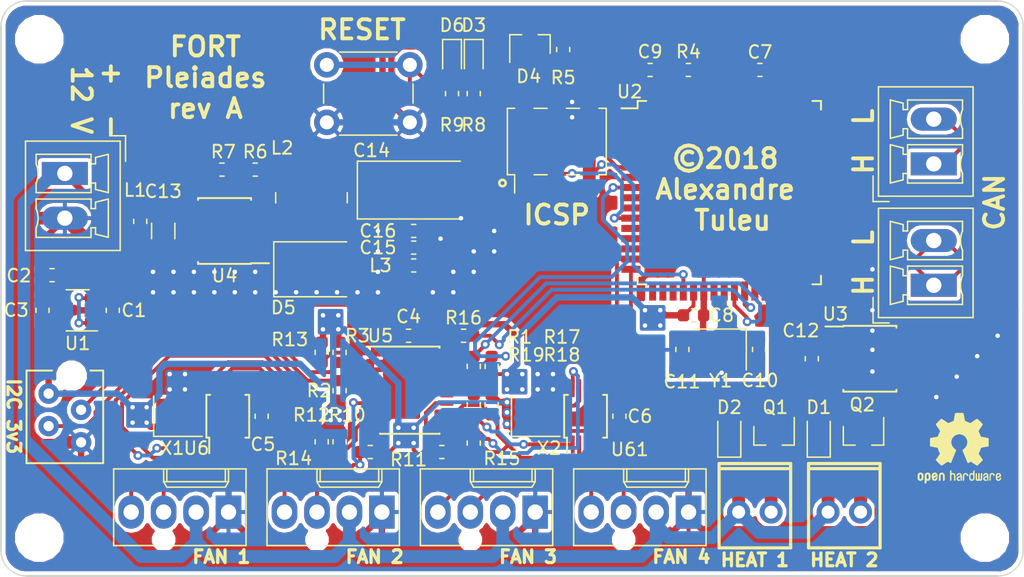
<source format=kicad_pcb>
(kicad_pcb (version 20171130) (host pcbnew 5.0.0+dfsg1-2~bpo9+1)
  (layers (0 F.Cu signal) (31 B.Cu signal) (34 B.Paste user) (35 F.Paste user) (36 B.SilkS user) (37 F.SilkS user) (38 B.Mask user) (39 F.Mask user) (44 Edge.Cuts user))
  (net 0 "")
  (net 1 +5V)
  (net 2 GND)
  (net 3 "/3v3 LDO/BYPASS")
  (net 4 +3V3)
  (net 5 GNDA)
  (net 6 /UC/XTAL+)
  (net 7 /UC/XTAL-)
  (net 8 +12V)
  (net 9 /HEAT2_PWR)
  (net 10 /HEAT1_PWR)
  (net 11 "Net-(D3-Pad2)")
  (net 12 /UC/~ICSP_RESET)
  (net 13 "Net-(D6-Pad2)")
  (net 14 "/CAN Transceiver/CAN+")
  (net 15 "/CAN Transceiver/CAN-")
  (net 16 /UC/ICSP_MISO)
  (net 17 /UC/ICSP_SCK)
  (net 18 /UC/ICSP_MOSI)
  (net 19 /UC/HEAT1)
  (net 20 /UC/HEAT2)
  (net 21 /UC/LED_GREEN)
  (net 22 /UC/LED_YELLOW)
  (net 23 /UC/CAN_TX)
  (net 24 /UC/CAN_RX)
  (net 25 "/5V Buck Converter/VIN_PROTECTED")
  (net 26 "/5V Buck Converter/5V_UNPROTECTED")
  (net 27 "/5V Buck Converter/SW")
  (net 28 "/5V Buck Converter/FB")
  (net 29 "/Fan PWM Controller 1/TACH1")
  (net 30 "/Fan PWM Controller 1/TACH2")
  (net 31 "/Fan PWM Controller 1/PWM2")
  (net 32 "/I2C Multiplexer/SDA_3V3_0")
  (net 33 "/I2C Multiplexer/SCL_3V3_0")
  (net 34 "/Fan PWM Controller 2/TACH1")
  (net 35 "/Fan PWM Controller 2/TACH2")
  (net 36 "/Fan PWM Controller 2/PWM2")
  (net 37 /UC/~FAN_ALERT)
  (net 38 "/Fan PWM Controller 1/~ALERT")
  (net 39 "/Fan PWM Controller 2/~ALERT")
  (net 40 "/I2C Multiplexer/SCL_5V")
  (net 41 "/I2C Multiplexer/SDA_5V")
  (net 42 "/Fan PWM Controller 1/SDA")
  (net 43 "/Fan PWM Controller 1/SCL")
  (net 44 "/Fan PWM Controller 2/SDA")
  (net 45 "/Fan PWM Controller 2/SCL")
  (net 46 "/Fan PWM Controller 1/32K768_CLK")
  (net 47 "/I2C Multiplexer/~INT0")
  (net 48 "/I2C Multiplexer/~INT3")
  (net 49 "/Fan PWM Controller 2/32K768_CLK")
  (net 50 "/Fan PWM Controller 1/PWM1")
  (net 51 "/Fan PWM Controller 2/PWM1")
  (net 52 "Net-(U2-Pad62)")
  (net 53 "Net-(U2-Pad61)")
  (net 54 "Net-(U2-Pad60)")
  (net 55 "Net-(U2-Pad59)")
  (net 56 "Net-(U2-Pad58)")
  (net 57 "Net-(U2-Pad57)")
  (net 58 "Net-(U2-Pad56)")
  (net 59 "Net-(U2-Pad55)")
  (net 60 "Net-(U2-Pad54)")
  (net 61 "Net-(U2-Pad51)")
  (net 62 "Net-(U2-Pad50)")
  (net 63 "Net-(U2-Pad49)")
  (net 64 "Net-(U2-Pad48)")
  (net 65 "Net-(U2-Pad47)")
  (net 66 "Net-(U2-Pad46)")
  (net 67 "Net-(U2-Pad45)")
  (net 68 "Net-(U2-Pad44)")
  (net 69 "Net-(U2-Pad43)")
  (net 70 "Net-(U2-Pad42)")
  (net 71 "Net-(U2-Pad41)")
  (net 72 "Net-(U2-Pad40)")
  (net 73 "Net-(U2-Pad39)")
  (net 74 "Net-(U2-Pad38)")
  (net 75 "Net-(U2-Pad37)")
  (net 76 "Net-(U2-Pad36)")
  (net 77 "Net-(U2-Pad35)")
  (net 78 "Net-(U2-Pad34)")
  (net 79 "Net-(U2-Pad33)")
  (net 80 "Net-(U2-Pad32)")
  (net 81 "Net-(U2-Pad29)")
  (net 82 "Net-(U2-Pad28)")
  (net 83 "Net-(U2-Pad27)")
  (net 84 "Net-(U2-Pad19)")
  (net 85 "Net-(U2-Pad18)")
  (net 86 "Net-(U2-Pad17)")
  (net 87 "Net-(U2-Pad14)")
  (net 88 "Net-(U2-Pad13)")
  (net 89 "Net-(U2-Pad12)")
  (net 90 "Net-(U2-Pad10)")
  (net 91 "Net-(U2-Pad9)")
  (net 92 "Net-(U2-Pad7)")
  (net 93 "Net-(U2-Pad4)")
  (net 94 "Net-(U2-Pad1)")
  (net 95 "Net-(U3-Pad5)")
  (net 96 "Net-(U5-Pad16)")
  (net 97 "Net-(U5-Pad15)")
  (module Resistor_SMD:R_0603_1608Metric (layer F.Cu) (at 132.3 125.7 180)
    (fp_text reference L3 (at 2.6 0 180) (layer F.SilkS))
    (fp_text value "500mA Fuse")
    (pad 2 smd roundrect (at 0.7875 0 180) (size 0.875 0.95) (layers F.Cu F.Paste F.Mask) (net 26 "/5V Buck Converter/5V_UNPROTECTED"))
    (pad 1 smd roundrect (at -0.7875 0 180) (size 0.875 0.95) (layers F.Cu F.Paste F.Mask) (net 1 +5V))
  )
  (module FORT:Molex_KK-47053-04_04x2.54mm_Straight (layer F.Cu) (at 114 145 180)
    (fp_text reference J5 hide)
    (fp_text value 47053-1000)
    (pad "" np_thru_hole circle (at 1.27 -2.16 180) (size 1.25 1.25) (drill 1.25) (layers *.Cu *.Mask))
    (pad 4 thru_hole oval (at 3.81 0 180) (size 2 2.6) (drill 1.2) (layers *.Cu *.Mask) (net 50 "/Fan PWM Controller 1/PWM1"))
    (pad 3 thru_hole oval (at 1.27 0 180) (size 2 2.6) (drill 1.2) (layers *.Cu *.Mask) (net 29 "/Fan PWM Controller 1/TACH1"))
    (pad 2 thru_hole oval (at -1.27 0 180) (size 2 2.6) (drill 1.2) (layers *.Cu *.Mask) (net 8 +12V))
    (pad 1 thru_hole rect (at -3.81 0 180) (size 2 2.6) (drill 1.2) (layers *.Cu *.Mask) (net 2 GND))
  )
  (module FORT:Molex_KK-47053-04_04x2.54mm_Straight (layer F.Cu) (at 126 145 180)
    (fp_text reference J6 hide)
    (fp_text value 47053-1000)
    (pad "" np_thru_hole circle (at 1.27 -2.16 180) (size 1.25 1.25) (drill 1.25) (layers *.Cu *.Mask))
    (pad 4 thru_hole oval (at 3.81 0 180) (size 2 2.6) (drill 1.2) (layers *.Cu *.Mask) (net 31 "/Fan PWM Controller 1/PWM2"))
    (pad 3 thru_hole oval (at 1.27 0 180) (size 2 2.6) (drill 1.2) (layers *.Cu *.Mask) (net 30 "/Fan PWM Controller 1/TACH2"))
    (pad 2 thru_hole oval (at -1.27 0 180) (size 2 2.6) (drill 1.2) (layers *.Cu *.Mask) (net 8 +12V))
    (pad 1 thru_hole rect (at -3.81 0 180) (size 2 2.6) (drill 1.2) (layers *.Cu *.Mask) (net 2 GND))
  )
  (module FORT:Micro-Match_4_TH (layer F.Cu) (at 105 137 90)
    (fp_text reference J7 hide)
    (fp_text value 215079-8)
    (pad "" np_thru_hole circle (at 2.67 0.53 90) (size 1.8 1.8) (drill 1.8) (layers *.Cu *.Mask))
    (pad 4 thru_hole circle (at -2.54 1.27 90) (size 1.6 1.6) (drill 0.8) (layers *.Cu *.Mask) (net 2 GND))
    (pad 3 thru_hole circle (at -1.27 -1.27 90) (size 1.6 1.6) (drill 0.8) (layers *.Cu *.Mask) (net 33 "/I2C Multiplexer/SCL_3V3_0"))
    (pad 2 thru_hole circle (at 0 1.27 90) (size 1.6 1.6) (drill 0.8) (layers *.Cu *.Mask) (net 32 "/I2C Multiplexer/SDA_3V3_0"))
    (pad 1 thru_hole circle (at 1.27 -1.27 90) (size 1.6 1.6) (drill 0.8) (layers *.Cu *.Mask) (net 4 +3V3))
  )
  (module FORT:640454-2 (layer F.Cu) (at 159 145)
    (fp_text reference J8 hide)
    (fp_text value 640454-2)
    (pad 2 thru_hole circle (at 1.27 0) (size 1.8 1.8) (drill 1.02) (layers *.Cu *.Mask) (net 10 /HEAT1_PWR))
    (pad 1 thru_hole circle (at -1.27 0) (size 1.8 1.8) (drill 1.02) (layers *.Cu *.Mask) (net 8 +12V))
  )
  (module FORT:640454-2 (layer F.Cu) (at 166 145)
    (fp_text reference J9 hide)
    (fp_text value 640454-2)
    (pad 2 thru_hole circle (at 1.27 0) (size 1.8 1.8) (drill 1.02) (layers *.Cu *.Mask) (net 9 /HEAT2_PWR))
    (pad 1 thru_hole circle (at -1.27 0) (size 1.8 1.8) (drill 1.02) (layers *.Cu *.Mask) (net 8 +12V))
  )
  (module FORT:Molex_KK-47053-04_04x2.54mm_Straight (layer F.Cu) (at 138 145 180)
    (fp_text reference J10 hide)
    (fp_text value 47053-1000)
    (pad "" np_thru_hole circle (at 1.27 -2.16 180) (size 1.25 1.25) (drill 1.25) (layers *.Cu *.Mask))
    (pad 4 thru_hole oval (at 3.81 0 180) (size 2 2.6) (drill 1.2) (layers *.Cu *.Mask) (net 51 "/Fan PWM Controller 2/PWM1"))
    (pad 3 thru_hole oval (at 1.27 0 180) (size 2 2.6) (drill 1.2) (layers *.Cu *.Mask) (net 34 "/Fan PWM Controller 2/TACH1"))
    (pad 2 thru_hole oval (at -1.27 0 180) (size 2 2.6) (drill 1.2) (layers *.Cu *.Mask) (net 8 +12V))
    (pad 1 thru_hole rect (at -3.81 0 180) (size 2 2.6) (drill 1.2) (layers *.Cu *.Mask) (net 2 GND))
  )
  (module FORT:Molex_KK-47053-04_04x2.54mm_Straight (layer F.Cu) (at 150 145 180)
    (fp_text reference J11 hide)
    (fp_text value 47053-1000)
    (pad "" np_thru_hole circle (at 1.27 -2.16 180) (size 1.25 1.25) (drill 1.25) (layers *.Cu *.Mask))
    (pad 4 thru_hole oval (at 3.81 0 180) (size 2 2.6) (drill 1.2) (layers *.Cu *.Mask) (net 36 "/Fan PWM Controller 2/PWM2"))
    (pad 3 thru_hole oval (at 1.27 0 180) (size 2 2.6) (drill 1.2) (layers *.Cu *.Mask) (net 35 "/Fan PWM Controller 2/TACH2"))
    (pad 2 thru_hole oval (at -1.27 0 180) (size 2 2.6) (drill 1.2) (layers *.Cu *.Mask) (net 8 +12V))
    (pad 1 thru_hole rect (at -3.81 0 180) (size 2 2.6) (drill 1.2) (layers *.Cu *.Mask) (net 2 GND))
  )
  (module Capacitor_SMD:C_0603_1608Metric (layer F.Cu) (at 108.751664 129.21119 90)
    (fp_text reference C1 (at 0 1.648336 180) (layer F.SilkS))
    (fp_text value 1uF)
    (pad 2 smd roundrect (at 0.7875 0 90) (size 0.875 0.95) (layers F.Cu F.Paste F.Mask) (net 2 GND))
    (pad 1 smd roundrect (at -0.7875 0 90) (size 0.875 0.95) (layers F.Cu F.Paste F.Mask) (net 1 +5V))
  )
  (module Capacitor_SMD:C_0603_1608Metric (layer F.Cu) (at 104.001664 126.46119 180)
    (fp_text reference C2 (at 2.601664 -0.03881 180) (layer F.SilkS))
    (fp_text value 10nF)
    (pad 2 smd roundrect (at 0.7875 0 180) (size 0.875 0.95) (layers F.Cu F.Paste F.Mask) (net 2 GND))
    (pad 1 smd roundrect (at -0.7875 0 180) (size 0.875 0.95) (layers F.Cu F.Paste F.Mask) (net 3 "/3v3 LDO/BYPASS"))
  )
  (module Capacitor_SMD:C_0603_1608Metric (layer F.Cu) (at 103.251664 129.21119 90)
    (fp_text reference C3 (at 0.01119 -2.051664 180) (layer F.SilkS))
    (fp_text value 1uF)
    (pad 2 smd roundrect (at 0.7875 0 90) (size 0.875 0.95) (layers F.Cu F.Paste F.Mask) (net 2 GND))
    (pad 1 smd roundrect (at -0.7875 0 90) (size 0.875 0.95) (layers F.Cu F.Paste F.Mask) (net 4 +3V3))
  )
  (module Capacitor_SMD:C_0603_1608Metric (layer F.Cu) (at 131.9 131.2 180)
    (fp_text reference C4 (at 0 1.5 180) (layer F.SilkS))
    (fp_text value 100nF)
    (pad 2 smd roundrect (at 0.7875 0 180) (size 0.875 0.95) (layers F.Cu F.Paste F.Mask) (net 2 GND))
    (pad 1 smd roundrect (at -0.7875 0 180) (size 0.875 0.95) (layers F.Cu F.Paste F.Mask) (net 1 +5V))
  )
  (module Capacitor_SMD:C_0603_1608Metric (layer F.Cu) (at 120.4 137.5 90)
    (fp_text reference C5 (at -2.2 0.1 180) (layer F.SilkS))
    (fp_text value 100nF)
    (pad 2 smd roundrect (at 0.7875 0 90) (size 0.875 0.95) (layers F.Cu F.Paste F.Mask) (net 2 GND))
    (pad 1 smd roundrect (at -0.7875 0 90) (size 0.875 0.95) (layers F.Cu F.Paste F.Mask) (net 4 +3V3))
  )
  (module Capacitor_SMD:C_0603_1608Metric (layer F.Cu) (at 148.4 137.5 90)
    (fp_text reference C6 (at 0 1.6 180) (layer F.SilkS))
    (fp_text value 100nF)
    (pad 2 smd roundrect (at 0.7875 0 90) (size 0.875 0.95) (layers F.Cu F.Paste F.Mask) (net 2 GND))
    (pad 1 smd roundrect (at -0.7875 0 90) (size 0.875 0.95) (layers F.Cu F.Paste F.Mask) (net 4 +3V3))
  )
  (module Capacitor_SMD:C_0603_1608Metric (layer F.Cu) (at 159.4 110.4 180)
    (fp_text reference C7 (at 0 1.4 180) (layer F.SilkS))
    (fp_text value 100n)
    (pad 2 smd roundrect (at 0.7875 0 180) (size 0.875 0.95) (layers F.Cu F.Paste F.Mask) (net 2 GND))
    (pad 1 smd roundrect (at -0.7875 0 180) (size 0.875 0.95) (layers F.Cu F.Paste F.Mask) (net 1 +5V))
  )
  (module Capacitor_SMD:C_0603_1608Metric (layer F.Cu) (at 154.2 129.6)
    (fp_text reference C8 (at 2.2 0) (layer F.SilkS))
    (fp_text value 100n)
    (pad 2 smd roundrect (at 0.7875 0) (size 0.875 0.95) (layers F.Cu F.Paste F.Mask) (net 2 GND))
    (pad 1 smd roundrect (at -0.7875 0) (size 0.875 0.95) (layers F.Cu F.Paste F.Mask) (net 1 +5V))
  )
  (module Capacitor_SMD:C_0603_1608Metric (layer F.Cu) (at 150.8 110.4)
    (fp_text reference C9 (at 0 -1.43) (layer F.SilkS))
    (fp_text value 100n)
    (pad 2 smd roundrect (at 0.7875 0) (size 0.875 0.95) (layers F.Cu F.Paste F.Mask) (net 5 GNDA))
    (pad 1 smd roundrect (at -0.7875 0) (size 0.875 0.95) (layers F.Cu F.Paste F.Mask) (net 1 +5V))
  )
  (module Capacitor_SMD:C_0603_1608Metric (layer F.Cu) (at 159.327258 132.27374 90)
    (fp_text reference C10 (at -2.42626 0.072742 180) (layer F.SilkS))
    (fp_text value 18pF)
    (pad 2 smd roundrect (at 0.7875 0 90) (size 0.875 0.95) (layers F.Cu F.Paste F.Mask) (net 6 /UC/XTAL+))
    (pad 1 smd roundrect (at -0.7875 0 90) (size 0.875 0.95) (layers F.Cu F.Paste F.Mask) (net 2 GND))
  )
  (module Capacitor_SMD:C_0603_1608Metric (layer F.Cu) (at 153.327258 132.27374 270)
    (fp_text reference C11 (at 2.52626 0.027258) (layer F.SilkS))
    (fp_text value 18pF)
    (pad 2 smd roundrect (at 0.7875 0 270) (size 0.875 0.95) (layers F.Cu F.Paste F.Mask) (net 7 /UC/XTAL-))
    (pad 1 smd roundrect (at -0.7875 0 270) (size 0.875 0.95) (layers F.Cu F.Paste F.Mask) (net 2 GND))
  )
  (module Capacitor_SMD:C_0603_1608Metric (layer F.Cu) (at 163.456666 133 90)
    (fp_text reference C12 (at 2.2 -0.856666 180) (layer F.SilkS))
    (fp_text value 100n)
    (pad 2 smd roundrect (at 0.7875 0 90) (size 0.875 0.95) (layers F.Cu F.Paste F.Mask) (net 2 GND))
    (pad 1 smd roundrect (at -0.7875 0 90) (size 0.875 0.95) (layers F.Cu F.Paste F.Mask) (net 1 +5V))
  )
  (module Capacitor_SMD:C_1206_3216Metric (layer F.Cu) (at 112.7 123 270)
    (fp_text reference C13 (at -3.1 0) (layer F.SilkS))
    (fp_text value "22uF, 35V")
    (pad 2 smd roundrect (at 1.4 0 270) (size 1.25 1.75) (layers F.Cu F.Paste F.Mask) (roundrect_rratio 0.2) (net 2 GND))
    (pad 1 smd roundrect (at -1.4 0 270) (size 1.25 1.75) (layers F.Cu F.Paste F.Mask) (roundrect_rratio 0.2) (net 25 "/5V Buck Converter/VIN_PROTECTED"))
  )
  (module Capacitor_Tantalum_SMD:CP_EIA-7343-31_Kemet-D (layer F.Cu) (at 132.3 119.8)
    (fp_text reference C14 (at -3.3 -3.1) (layer F.SilkS))
    (fp_text value "470u, 6.3V")
    (pad 2 smd roundrect (at 3.1125 0) (size 2.075 2.55) (layers F.Cu F.Paste F.Mask) (roundrect_rratio 0.120482) (net 2 GND))
    (pad 1 smd roundrect (at -3.1125 0) (size 2.075 2.55) (layers F.Cu F.Paste F.Mask) (roundrect_rratio 0.120482) (net 26 "/5V Buck Converter/5V_UNPROTECTED"))
  )
  (module Capacitor_SMD:C_0603_1608Metric (layer F.Cu) (at 132.3 124.3)
    (fp_text reference C15 (at -2.8 0) (layer F.SilkS))
    (fp_text value "4u7, 6.3V")
    (pad 2 smd roundrect (at 0.7875 0) (size 0.875 0.95) (layers F.Cu F.Paste F.Mask) (net 2 GND))
    (pad 1 smd roundrect (at -0.7875 0) (size 0.875 0.95) (layers F.Cu F.Paste F.Mask) (net 26 "/5V Buck Converter/5V_UNPROTECTED"))
  )
  (module Capacitor_SMD:C_0603_1608Metric (layer F.Cu) (at 132.3 123)
    (fp_text reference C16 (at -2.8 0) (layer F.SilkS))
    (fp_text value 100n)
    (pad 2 smd roundrect (at 0.7875 0) (size 0.875 0.95) (layers F.Cu F.Paste F.Mask) (net 2 GND))
    (pad 1 smd roundrect (at -0.7875 0) (size 0.875 0.95) (layers F.Cu F.Paste F.Mask) (net 26 "/5V Buck Converter/5V_UNPROTECTED"))
  )
  (module Diode_SMD:D_MicroMELF (layer F.Cu) (at 164 139 90)
    (fp_text reference D1 (at 2.2 0 180) (layer F.SilkS))
    (fp_text value MCL4148)
    (pad 2 smd rect (at 0.95 0 90) (size 1.2 1.5) (layers F.Cu F.Paste F.Mask) (net 9 /HEAT2_PWR))
    (pad 1 smd rect (at -0.95 0 90) (size 1.2 1.5) (layers F.Cu F.Paste F.Mask) (net 8 +12V))
  )
  (module Diode_SMD:D_MicroMELF (layer F.Cu) (at 157 139 90)
    (fp_text reference D2 (at 2.2 0 180) (layer F.SilkS))
    (fp_text value MCL4148)
    (pad 2 smd rect (at 0.95 0 90) (size 1.2 1.5) (layers F.Cu F.Paste F.Mask) (net 10 /HEAT1_PWR))
    (pad 1 smd rect (at -0.95 0 90) (size 1.2 1.5) (layers F.Cu F.Paste F.Mask) (net 8 +12V))
  )
  (module LED_SMD:LED_0603_1608Metric (layer F.Cu) (at 137 109.5 270)
    (fp_text reference D3 (at -2.6 0) (layer F.SilkS))
    (fp_text value GREEN)
    (pad 2 smd roundrect (at 0.7875 0 270) (size 0.875 0.95) (layers F.Cu F.Paste F.Mask) (net 11 "Net-(D3-Pad2)"))
    (pad 1 smd roundrect (at -0.7875 0 270) (size 0.875 0.95) (layers F.Cu F.Paste F.Mask) (net 2 GND))
  )
  (module Diode_SMD:D_SMB (layer F.Cu) (at 124.9 126)
    (fp_text reference D5 (at -2.8 3) (layer F.SilkS))
    (fp_text value "B260, 60V, 2A")
    (pad 2 smd rect (at 2.15 0) (size 2.5 2.3) (layers F.Cu F.Paste F.Mask) (net 2 GND))
    (pad 1 smd rect (at -2.15 0) (size 2.5 2.3) (layers F.Cu F.Paste F.Mask) (net 27 "/5V Buck Converter/SW"))
  )
  (module LED_SMD:LED_0603_1608Metric (layer F.Cu) (at 135.3 109.5 270)
    (fp_text reference D6 (at -2.6 0) (layer F.SilkS))
    (fp_text value YELLOW)
    (pad 2 smd roundrect (at 0.7875 0 270) (size 0.875 0.95) (layers F.Cu F.Paste F.Mask) (net 13 "Net-(D6-Pad2)"))
    (pad 1 smd roundrect (at -0.7875 0 270) (size 0.875 0.95) (layers F.Cu F.Paste F.Mask) (net 2 GND))
  )
  (module Connector_Phoenix_MC:PhoenixContact_MCV_1,5_2-G-3.5_1x02_P3.50mm_Vertical (layer F.Cu) (at 173 117.75 90)
    (fp_text reference J1 hide)
    (fp_text value "MCV 1,5/ 2-G-3,5")
    (pad 2 thru_hole oval (at 3.5 0 90) (size 1.8 3.6) (drill 1.2) (layers *.Cu *.Mask) (net 15 "/CAN Transceiver/CAN-"))
    (pad 1 thru_hole rect (at 0 0 90) (size 1.8 3.6) (drill 1.2) (layers *.Cu *.Mask) (net 14 "/CAN Transceiver/CAN+"))
  )
  (module Connector_Phoenix_MC:PhoenixContact_MCV_1,5_2-G-3.5_1x02_P3.50mm_Vertical (layer F.Cu) (at 173 127.25 90)
    (fp_text reference J2 hide)
    (fp_text value "MCV 1,5/ 2-G-3,5")
    (pad 2 thru_hole oval (at 3.5 0 90) (size 1.8 3.6) (drill 1.2) (layers *.Cu *.Mask) (net 15 "/CAN Transceiver/CAN-"))
    (pad 1 thru_hole rect (at 0 0 90) (size 1.8 3.6) (drill 1.2) (layers *.Cu *.Mask) (net 14 "/CAN Transceiver/CAN+"))
  )
  (module Connector_Phoenix_MC:PhoenixContact_MCV_1,5_2-G-3.5_1x02_P3.50mm_Vertical (layer F.Cu) (at 105 118.5 270)
    (fp_text reference J3 hide)
    (fp_text value "MCV 1,5/ 2-G-3,5")
    (pad 2 thru_hole oval (at 3.5 0 270) (size 1.8 3.6) (drill 1.2) (layers *.Cu *.Mask) (net 2 GND))
    (pad 1 thru_hole rect (at 0 0 270) (size 1.8 3.6) (drill 1.2) (layers *.Cu *.Mask) (net 8 +12V))
  )
  (module Connector_PinHeader_2.54mm:PinHeader_2x03_P2.54mm_Vertical_SMD (layer F.Cu) (at 143.5 116 90)
    (fp_text reference J4 hide)
    (fp_text value M20-8760342)
    (pad 6 smd rect (at 2.525 2.54 90) (size 3.15 1) (layers F.Cu F.Paste F.Mask) (net 2 GND))
    (pad 5 smd rect (at -2.525 2.54 90) (size 3.15 1) (layers F.Cu F.Paste F.Mask) (net 12 /UC/~ICSP_RESET))
    (pad 4 smd rect (at 2.525 0 90) (size 3.15 1) (layers F.Cu F.Paste F.Mask) (net 18 /UC/ICSP_MOSI))
    (pad 3 smd rect (at -2.525 0 90) (size 3.15 1) (layers F.Cu F.Paste F.Mask) (net 17 /UC/ICSP_SCK))
    (pad 2 smd rect (at 2.525 -2.54 90) (size 3.15 1) (layers F.Cu F.Paste F.Mask) (net 1 +5V))
    (pad 1 smd rect (at -2.525 -2.54 90) (size 3.15 1) (layers F.Cu F.Paste F.Mask) (net 16 /UC/ICSP_MISO))
  )
  (module Resistor_SMD:R_0603_1608Metric (layer F.Cu) (at 110.9 122.25 270)
    (fp_text reference L1 (at -2.45 0.4) (layer F.SilkS))
    (fp_text value "500mA Fuse")
    (pad 2 smd roundrect (at 0.7875 0 270) (size 0.875 0.95) (layers F.Cu F.Paste F.Mask) (net 8 +12V))
    (pad 1 smd roundrect (at -0.7875 0 270) (size 0.875 0.95) (layers F.Cu F.Paste F.Mask) (net 25 "/5V Buck Converter/VIN_PROTECTED"))
  )
  (module Inductor_SMD:L_Wuerth_WE-PD2-Typ-MS (layer F.Cu) (at 124.3 120.4 90)
    (fp_text reference L2 (at 3.9 -2.3 180) (layer F.SilkS))
    (fp_text value "68uH, 560mA")
    (pad 2 smd rect (at 1.93 0 90) (size 2.15 5.5) (layers F.Cu F.Paste F.Mask) (net 26 "/5V Buck Converter/5V_UNPROTECTED"))
    (pad 1 smd rect (at -1.93 0 90) (size 2.15 5.5) (layers F.Cu F.Paste F.Mask) (net 27 "/5V Buck Converter/SW"))
  )
  (module Package_TO_SOT_SMD:SOT-23 (layer F.Cu) (at 160.5 139 270)
    (fp_text reference Q1 (at -2.2 -0.1) (layer F.SilkS))
    (fp_text value PMV45EN)
    (pad 3 smd rect (at 1 0 270) (size 0.9 0.8) (layers F.Cu F.Paste F.Mask) (net 10 /HEAT1_PWR))
    (pad 2 smd rect (at -1 0.95 270) (size 0.9 0.8) (layers F.Cu F.Paste F.Mask) (net 2 GND))
    (pad 1 smd rect (at -1 -0.95 270) (size 0.9 0.8) (layers F.Cu F.Paste F.Mask) (net 19 /UC/HEAT1))
  )
  (module Package_TO_SOT_SMD:SOT-23 (layer F.Cu) (at 167.5 139 270)
    (fp_text reference Q2 (at -2.4 0.1) (layer F.SilkS))
    (fp_text value PMV45EN)
    (pad 3 smd rect (at 1 0 270) (size 0.9 0.8) (layers F.Cu F.Paste F.Mask) (net 9 /HEAT2_PWR))
    (pad 2 smd rect (at -1 0.95 270) (size 0.9 0.8) (layers F.Cu F.Paste F.Mask) (net 2 GND))
    (pad 1 smd rect (at -1 -0.95 270) (size 0.9 0.8) (layers F.Cu F.Paste F.Mask) (net 20 /UC/HEAT2))
  )
  (module Resistor_SMD:R_0603_1608Metric (layer F.Cu) (at 137 133.6 270)
    (fp_text reference R1 (at -2.3 -3.6) (layer F.SilkS))
    (fp_text value 10k)
    (pad 2 smd roundrect (at 0.7875 0 270) (size 0.875 0.95) (layers F.Cu F.Paste F.Mask) (net 1 +5V))
    (pad 1 smd roundrect (at -0.7875 0 270) (size 0.875 0.95) (layers F.Cu F.Paste F.Mask) (net 40 "/I2C Multiplexer/SCL_5V"))
  )
  (module Resistor_SMD:R_0603_1608Metric (layer F.Cu) (at 126.5 135.5 270)
    (fp_text reference R2 (at 0 1.6) (layer F.SilkS))
    (fp_text value 4k99)
    (pad 2 smd roundrect (at 0.7875 0 270) (size 0.875 0.95) (layers F.Cu F.Paste F.Mask) (net 4 +3V3))
    (pad 1 smd roundrect (at -0.7875 0 270) (size 0.875 0.95) (layers F.Cu F.Paste F.Mask) (net 33 "/I2C Multiplexer/SCL_3V3_0"))
  )
  (module Resistor_SMD:R_0603_1608Metric (layer F.Cu) (at 126.5 132.5 90)
    (fp_text reference R3 (at 1.3 1.4 180) (layer F.SilkS))
    (fp_text value 4k99)
    (pad 2 smd roundrect (at 0.7875 0 90) (size 0.875 0.95) (layers F.Cu F.Paste F.Mask) (net 4 +3V3))
    (pad 1 smd roundrect (at -0.7875 0 90) (size 0.875 0.95) (layers F.Cu F.Paste F.Mask) (net 32 "/I2C Multiplexer/SDA_3V3_0"))
  )
  (module Resistor_SMD:R_0603_1608Metric (layer F.Cu) (at 153.8 110.4)
    (fp_text reference R4 (at 0 -1.43) (layer F.SilkS))
    (fp_text value 0R)
    (pad 2 smd roundrect (at 0.7875 0) (size 0.875 0.95) (layers F.Cu F.Paste F.Mask) (net 2 GND))
    (pad 1 smd roundrect (at -0.7875 0) (size 0.875 0.95) (layers F.Cu F.Paste F.Mask) (net 5 GNDA))
  )
  (module Resistor_SMD:R_0603_1608Metric (layer F.Cu) (at 144 108.8 270)
    (fp_text reference R5 (at 2.2 0) (layer F.SilkS))
    (fp_text value 100k)
    (pad 2 smd roundrect (at 0.7875 0 270) (size 0.875 0.95) (layers F.Cu F.Paste F.Mask) (net 12 /UC/~ICSP_RESET))
    (pad 1 smd roundrect (at -0.7875 0 270) (size 0.875 0.95) (layers F.Cu F.Paste F.Mask) (net 1 +5V))
  )
  (module Resistor_SMD:R_0603_1608Metric (layer F.Cu) (at 119.9 118.2 180)
    (fp_text reference R6 (at 0 1.4 180) (layer F.SilkS))
    (fp_text value 15k)
    (pad 2 smd roundrect (at 0.7875 0 180) (size 0.875 0.95) (layers F.Cu F.Paste F.Mask) (net 28 "/5V Buck Converter/FB"))
    (pad 1 smd roundrect (at -0.7875 0 180) (size 0.875 0.95) (layers F.Cu F.Paste F.Mask) (net 26 "/5V Buck Converter/5V_UNPROTECTED"))
  )
  (module Resistor_SMD:R_0603_1608Metric (layer F.Cu) (at 117.3 118.2 180)
    (fp_text reference R7 (at -0.1 1.4 180) (layer F.SilkS))
    (fp_text value 4k7)
    (pad 2 smd roundrect (at 0.7875 0 180) (size 0.875 0.95) (layers F.Cu F.Paste F.Mask) (net 2 GND))
    (pad 1 smd roundrect (at -0.7875 0 180) (size 0.875 0.95) (layers F.Cu F.Paste F.Mask) (net 28 "/5V Buck Converter/FB"))
  )
  (module Resistor_SMD:R_0603_1608Metric (layer F.Cu) (at 137 112.25 90)
    (fp_text reference R8 (at -2.45 0 180) (layer F.SilkS))
    (fp_text value 1k)
    (pad 2 smd roundrect (at 0.7875 0 90) (size 0.875 0.95) (layers F.Cu F.Paste F.Mask) (net 11 "Net-(D3-Pad2)"))
    (pad 1 smd roundrect (at -0.7875 0 90) (size 0.875 0.95) (layers F.Cu F.Paste F.Mask) (net 21 /UC/LED_GREEN))
  )
  (module Resistor_SMD:R_0603_1608Metric (layer F.Cu) (at 135.3 112.25 90)
    (fp_text reference R9 (at -2.45 0 180) (layer F.SilkS))
    (fp_text value 1k)
    (pad 2 smd roundrect (at 0.7875 0 90) (size 0.875 0.95) (layers F.Cu F.Paste F.Mask) (net 13 "Net-(D6-Pad2)"))
    (pad 1 smd roundrect (at -0.7875 0 90) (size 0.875 0.95) (layers F.Cu F.Paste F.Mask) (net 22 /UC/LED_YELLOW))
  )
  (module Resistor_SMD:R_0603_1608Metric (layer F.Cu) (at 126.5 139.5 90)
    (fp_text reference R10 (at 2.1 0.6 180) (layer F.SilkS))
    (fp_text value 10k)
    (pad 2 smd roundrect (at 0.7875 0 90) (size 0.875 0.95) (layers F.Cu F.Paste F.Mask) (net 4 +3V3))
    (pad 1 smd roundrect (at -0.7875 0 90) (size 0.875 0.95) (layers F.Cu F.Paste F.Mask) (net 43 "/Fan PWM Controller 1/SCL"))
  )
  (module Resistor_SMD:R_0603_1608Metric (layer F.Cu) (at 134.5 140.3 180)
    (fp_text reference R11 (at 2.6 -0.6 180) (layer F.SilkS))
    (fp_text value 10k)
    (pad 2 smd roundrect (at 0.7875 0 180) (size 0.875 0.95) (layers F.Cu F.Paste F.Mask) (net 48 "/I2C Multiplexer/~INT3"))
    (pad 1 smd roundrect (at -0.7875 0 180) (size 0.875 0.95) (layers F.Cu F.Paste F.Mask) (net 4 +3V3))
  )
  (module Resistor_SMD:R_0603_1608Metric (layer F.Cu) (at 125.1 139.5 90)
    (fp_text reference R12 (at 2.1 -0.8 180) (layer F.SilkS))
    (fp_text value 10k)
    (pad 2 smd roundrect (at 0.7875 0 90) (size 0.875 0.95) (layers F.Cu F.Paste F.Mask) (net 4 +3V3))
    (pad 1 smd roundrect (at -0.7875 0 90) (size 0.875 0.95) (layers F.Cu F.Paste F.Mask) (net 42 "/Fan PWM Controller 1/SDA"))
  )
  (module Resistor_SMD:R_0603_1608Metric (layer F.Cu) (at 125.1 132.5 90)
    (fp_text reference R13 (at 1 -2.5 180) (layer F.SilkS))
    (fp_text value 10k)
    (pad 2 smd roundrect (at 0.7875 0 90) (size 0.875 0.95) (layers F.Cu F.Paste F.Mask) (net 4 +3V3))
    (pad 1 smd roundrect (at -0.7875 0 90) (size 0.875 0.95) (layers F.Cu F.Paste F.Mask) (net 47 "/I2C Multiplexer/~INT0"))
  )
  (module Resistor_SMD:R_0603_1608Metric (layer F.Cu) (at 128.9 140.3)
    (fp_text reference R14 (at -6 0.5) (layer F.SilkS))
    (fp_text value 10k)
    (pad 2 smd roundrect (at 0.7875 0) (size 0.875 0.95) (layers F.Cu F.Paste F.Mask) (net 4 +3V3))
    (pad 1 smd roundrect (at -0.7875 0) (size 0.875 0.95) (layers F.Cu F.Paste F.Mask) (net 38 "/Fan PWM Controller 1/~ALERT"))
  )
  (module Resistor_SMD:R_0603_1608Metric (layer F.Cu) (at 137 139.6 270)
    (fp_text reference R15 (at 1.2 -2.2) (layer F.SilkS))
    (fp_text value 10k)
    (pad 2 smd roundrect (at 0.7875 0 270) (size 0.875 0.95) (layers F.Cu F.Paste F.Mask) (net 4 +3V3))
    (pad 1 smd roundrect (at -0.7875 0 270) (size 0.875 0.95) (layers F.Cu F.Paste F.Mask) (net 39 "/Fan PWM Controller 2/~ALERT"))
  )
  (module Resistor_SMD:R_0603_1608Metric (layer F.Cu) (at 136.2 131.2 180)
    (fp_text reference R16 (at 0 1.4 180) (layer F.SilkS))
    (fp_text value 10k)
    (pad 2 smd roundrect (at 0.7875 0 180) (size 0.875 0.95) (layers F.Cu F.Paste F.Mask) (net 1 +5V))
    (pad 1 smd roundrect (at -0.7875 0 180) (size 0.875 0.95) (layers F.Cu F.Paste F.Mask) (net 41 "/I2C Multiplexer/SDA_5V"))
  )
  (module Resistor_SMD:R_0603_1608Metric (layer F.Cu) (at 138.4 133.6 270)
    (fp_text reference R17 (at -2.3 -5.5) (layer F.SilkS))
    (fp_text value 10k)
    (pad 2 smd roundrect (at 0.7875 0 270) (size 0.875 0.95) (layers F.Cu F.Paste F.Mask) (net 1 +5V))
    (pad 1 smd roundrect (at -0.7875 0 270) (size 0.875 0.95) (layers F.Cu F.Paste F.Mask) (net 37 /UC/~FAN_ALERT))
  )
  (module Resistor_SMD:R_0603_1608Metric (layer F.Cu) (at 138.4 136.6 90)
    (fp_text reference R18 (at 3.9 5.5 180) (layer F.SilkS))
    (fp_text value 10k)
    (pad 2 smd roundrect (at 0.7875 0 90) (size 0.875 0.95) (layers F.Cu F.Paste F.Mask) (net 4 +3V3))
    (pad 1 smd roundrect (at -0.7875 0 90) (size 0.875 0.95) (layers F.Cu F.Paste F.Mask) (net 45 "/Fan PWM Controller 2/SCL"))
  )
  (module Resistor_SMD:R_0603_1608Metric (layer F.Cu) (at 137 136.6 90)
    (fp_text reference R19 (at 3.9 4.1 180) (layer F.SilkS))
    (fp_text value 10k)
    (pad 2 smd roundrect (at 0.7875 0 90) (size 0.875 0.95) (layers F.Cu F.Paste F.Mask) (net 4 +3V3))
    (pad 1 smd roundrect (at -0.7875 0 90) (size 0.875 0.95) (layers F.Cu F.Paste F.Mask) (net 44 "/Fan PWM Controller 2/SDA"))
  )
  (module Button_Switch_THT:SW_PUSH_6mm (layer F.Cu) (at 132 114.5 180)
    (fp_text reference SW1 hide)
    (fp_text value 1825910-6)
    (pad 1 thru_hole circle (at 6.5 0 270) (size 2 2) (drill 1.1) (layers *.Cu *.Mask) (net 2 GND))
    (pad 2 thru_hole circle (at 6.5 4.5 270) (size 2 2) (drill 1.1) (layers *.Cu *.Mask) (net 12 /UC/~ICSP_RESET))
    (pad 1 thru_hole circle (at 0 0 270) (size 2 2) (drill 1.1) (layers *.Cu *.Mask) (net 2 GND))
    (pad 2 thru_hole circle (at 0 4.5 270) (size 2 2) (drill 1.1) (layers *.Cu *.Mask) (net 12 /UC/~ICSP_RESET))
  )
  (module Package_TO_SOT_SMD:SOT-23-5 (layer F.Cu) (at 106.001664 129.21119 180)
    (fp_text reference U1 (at 0.001664 -2.58881) (layer F.SilkS))
    (fp_text value LP3985IM5-3.3/NOPB)
    (pad 5 smd rect (at 1.1 -0.95 180) (size 1.06 0.65) (layers F.Cu F.Paste F.Mask) (net 4 +3V3))
    (pad 4 smd rect (at 1.1 0.95 180) (size 1.06 0.65) (layers F.Cu F.Paste F.Mask) (net 3 "/3v3 LDO/BYPASS"))
    (pad 3 smd rect (at -1.1 0.95 180) (size 1.06 0.65) (layers F.Cu F.Paste F.Mask) (net 1 +5V))
    (pad 2 smd rect (at -1.1 0 180) (size 1.06 0.65) (layers F.Cu F.Paste F.Mask) (net 2 GND))
    (pad 1 smd rect (at -1.1 -0.95 180) (size 1.06 0.65) (layers F.Cu F.Paste F.Mask) (net 1 +5V))
  )
  (module Package_QFP:TQFP-64_14x14mm_P0.8mm (layer F.Cu) (at 157 120)
    (fp_text reference U2 (at -7.8 -7.9) (layer F.SilkS))
    (fp_text value AT90CAN128-16AU)
    (pad 64 smd rect (at -6 -7.7 90) (size 1.5 0.55) (layers F.Cu F.Paste F.Mask) (net 1 +5V))
    (pad 63 smd rect (at -5.2 -7.7 90) (size 1.5 0.55) (layers F.Cu F.Paste F.Mask) (net 5 GNDA))
    (pad 62 smd rect (at -4.4 -7.7 90) (size 1.5 0.55) (layers F.Cu F.Paste F.Mask) (net 52 "Net-(U2-Pad62)"))
    (pad 61 smd rect (at -3.6 -7.7 90) (size 1.5 0.55) (layers F.Cu F.Paste F.Mask) (net 53 "Net-(U2-Pad61)"))
    (pad 60 smd rect (at -2.8 -7.7 90) (size 1.5 0.55) (layers F.Cu F.Paste F.Mask) (net 54 "Net-(U2-Pad60)"))
    (pad 59 smd rect (at -2 -7.7 90) (size 1.5 0.55) (layers F.Cu F.Paste F.Mask) (net 55 "Net-(U2-Pad59)"))
    (pad 58 smd rect (at -1.2 -7.7 90) (size 1.5 0.55) (layers F.Cu F.Paste F.Mask) (net 56 "Net-(U2-Pad58)"))
    (pad 57 smd rect (at -0.4 -7.7 90) (size 1.5 0.55) (layers F.Cu F.Paste F.Mask) (net 57 "Net-(U2-Pad57)"))
    (pad 56 smd rect (at 0.4 -7.7 90) (size 1.5 0.55) (layers F.Cu F.Paste F.Mask) (net 58 "Net-(U2-Pad56)"))
    (pad 55 smd rect (at 1.2 -7.7 90) (size 1.5 0.55) (layers F.Cu F.Paste F.Mask) (net 59 "Net-(U2-Pad55)"))
    (pad 54 smd rect (at 2 -7.7 90) (size 1.5 0.55) (layers F.Cu F.Paste F.Mask) (net 60 "Net-(U2-Pad54)"))
    (pad 53 smd rect (at 2.8 -7.7 90) (size 1.5 0.55) (layers F.Cu F.Paste F.Mask) (net 2 GND))
    (pad 52 smd rect (at 3.6 -7.7 90) (size 1.5 0.55) (layers F.Cu F.Paste F.Mask) (net 1 +5V))
    (pad 51 smd rect (at 4.4 -7.7 90) (size 1.5 0.55) (layers F.Cu F.Paste F.Mask) (net 61 "Net-(U2-Pad51)"))
    (pad 50 smd rect (at 5.2 -7.7 90) (size 1.5 0.55) (layers F.Cu F.Paste F.Mask) (net 62 "Net-(U2-Pad50)"))
    (pad 49 smd rect (at 6 -7.7 90) (size 1.5 0.55) (layers F.Cu F.Paste F.Mask) (net 63 "Net-(U2-Pad49)"))
    (pad 48 smd rect (at 7.7 -6) (size 1.5 0.55) (layers F.Cu F.Paste F.Mask) (net 64 "Net-(U2-Pad48)"))
    (pad 47 smd rect (at 7.7 -5.2) (size 1.5 0.55) (layers F.Cu F.Paste F.Mask) (net 65 "Net-(U2-Pad47)"))
    (pad 46 smd rect (at 7.7 -4.4) (size 1.5 0.55) (layers F.Cu F.Paste F.Mask) (net 66 "Net-(U2-Pad46)"))
    (pad 45 smd rect (at 7.7 -3.6) (size 1.5 0.55) (layers F.Cu F.Paste F.Mask) (net 67 "Net-(U2-Pad45)"))
    (pad 44 smd rect (at 7.7 -2.8) (size 1.5 0.55) (layers F.Cu F.Paste F.Mask) (net 68 "Net-(U2-Pad44)"))
    (pad 43 smd rect (at 7.7 -2) (size 1.5 0.55) (layers F.Cu F.Paste F.Mask) (net 69 "Net-(U2-Pad43)"))
    (pad 42 smd rect (at 7.7 -1.2) (size 1.5 0.55) (layers F.Cu F.Paste F.Mask) (net 70 "Net-(U2-Pad42)"))
    (pad 41 smd rect (at 7.7 -0.4) (size 1.5 0.55) (layers F.Cu F.Paste F.Mask) (net 71 "Net-(U2-Pad41)"))
    (pad 40 smd rect (at 7.7 0.4) (size 1.5 0.55) (layers F.Cu F.Paste F.Mask) (net 72 "Net-(U2-Pad40)"))
    (pad 39 smd rect (at 7.7 1.2) (size 1.5 0.55) (layers F.Cu F.Paste F.Mask) (net 73 "Net-(U2-Pad39)"))
    (pad 38 smd rect (at 7.7 2) (size 1.5 0.55) (layers F.Cu F.Paste F.Mask) (net 74 "Net-(U2-Pad38)"))
    (pad 37 smd rect (at 7.7 2.8) (size 1.5 0.55) (layers F.Cu F.Paste F.Mask) (net 75 "Net-(U2-Pad37)"))
    (pad 36 smd rect (at 7.7 3.6) (size 1.5 0.55) (layers F.Cu F.Paste F.Mask) (net 76 "Net-(U2-Pad36)"))
    (pad 35 smd rect (at 7.7 4.4) (size 1.5 0.55) (layers F.Cu F.Paste F.Mask) (net 77 "Net-(U2-Pad35)"))
    (pad 34 smd rect (at 7.7 5.2) (size 1.5 0.55) (layers F.Cu F.Paste F.Mask) (net 78 "Net-(U2-Pad34)"))
    (pad 33 smd rect (at 7.7 6) (size 1.5 0.55) (layers F.Cu F.Paste F.Mask) (net 79 "Net-(U2-Pad33)"))
    (pad 32 smd rect (at 6 7.7 90) (size 1.5 0.55) (layers F.Cu F.Paste F.Mask) (net 80 "Net-(U2-Pad32)"))
    (pad 31 smd rect (at 5.2 7.7 90) (size 1.5 0.55) (layers F.Cu F.Paste F.Mask) (net 24 /UC/CAN_RX))
    (pad 30 smd rect (at 4.4 7.7 90) (size 1.5 0.55) (layers F.Cu F.Paste F.Mask) (net 23 /UC/CAN_TX))
    (pad 29 smd rect (at 3.6 7.7 90) (size 1.5 0.55) (layers F.Cu F.Paste F.Mask) (net 81 "Net-(U2-Pad29)"))
    (pad 28 smd rect (at 2.8 7.7 90) (size 1.5 0.55) (layers F.Cu F.Paste F.Mask) (net 82 "Net-(U2-Pad28)"))
    (pad 27 smd rect (at 2 7.7 90) (size 1.5 0.55) (layers F.Cu F.Paste F.Mask) (net 83 "Net-(U2-Pad27)"))
    (pad 26 smd rect (at 1.2 7.7 90) (size 1.5 0.55) (layers F.Cu F.Paste F.Mask) (net 41 "/I2C Multiplexer/SDA_5V"))
    (pad 25 smd rect (at 0.4 7.7 90) (size 1.5 0.55) (layers F.Cu F.Paste F.Mask) (net 40 "/I2C Multiplexer/SCL_5V"))
    (pad 24 smd rect (at -0.4 7.7 90) (size 1.5 0.55) (layers F.Cu F.Paste F.Mask) (net 6 /UC/XTAL+))
    (pad 23 smd rect (at -1.2 7.7 90) (size 1.5 0.55) (layers F.Cu F.Paste F.Mask) (net 7 /UC/XTAL-))
    (pad 22 smd rect (at -2 7.7 90) (size 1.5 0.55) (layers F.Cu F.Paste F.Mask) (net 2 GND))
    (pad 21 smd rect (at -2.8 7.7 90) (size 1.5 0.55) (layers F.Cu F.Paste F.Mask) (net 1 +5V))
    (pad 20 smd rect (at -3.6 7.7 90) (size 1.5 0.55) (layers F.Cu F.Paste F.Mask) (net 12 /UC/~ICSP_RESET))
    (pad 19 smd rect (at -4.4 7.7 90) (size 1.5 0.55) (layers F.Cu F.Paste F.Mask) (net 84 "Net-(U2-Pad19)"))
    (pad 18 smd rect (at -5.2 7.7 90) (size 1.5 0.55) (layers F.Cu F.Paste F.Mask) (net 85 "Net-(U2-Pad18)"))
    (pad 17 smd rect (at -6 7.7 90) (size 1.5 0.55) (layers F.Cu F.Paste F.Mask) (net 86 "Net-(U2-Pad17)"))
    (pad 16 smd rect (at -7.7 6) (size 1.5 0.55) (layers F.Cu F.Paste F.Mask) (net 20 /UC/HEAT2))
    (pad 15 smd rect (at -7.7 5.2) (size 1.5 0.55) (layers F.Cu F.Paste F.Mask) (net 19 /UC/HEAT1))
    (pad 14 smd rect (at -7.7 4.4) (size 1.5 0.55) (layers F.Cu F.Paste F.Mask) (net 87 "Net-(U2-Pad14)"))
    (pad 13 smd rect (at -7.7 3.6) (size 1.5 0.55) (layers F.Cu F.Paste F.Mask) (net 88 "Net-(U2-Pad13)"))
    (pad 12 smd rect (at -7.7 2.8) (size 1.5 0.55) (layers F.Cu F.Paste F.Mask) (net 89 "Net-(U2-Pad12)"))
    (pad 11 smd rect (at -7.7 2) (size 1.5 0.55) (layers F.Cu F.Paste F.Mask) (net 17 /UC/ICSP_SCK))
    (pad 10 smd rect (at -7.7 1.2) (size 1.5 0.55) (layers F.Cu F.Paste F.Mask) (net 90 "Net-(U2-Pad10)"))
    (pad 9 smd rect (at -7.7 0.4) (size 1.5 0.55) (layers F.Cu F.Paste F.Mask) (net 91 "Net-(U2-Pad9)"))
    (pad 8 smd rect (at -7.7 -0.4) (size 1.5 0.55) (layers F.Cu F.Paste F.Mask) (net 37 /UC/~FAN_ALERT))
    (pad 7 smd rect (at -7.7 -1.2) (size 1.5 0.55) (layers F.Cu F.Paste F.Mask) (net 92 "Net-(U2-Pad7)"))
    (pad 6 smd rect (at -7.7 -2) (size 1.5 0.55) (layers F.Cu F.Paste F.Mask) (net 22 /UC/LED_YELLOW))
    (pad 5 smd rect (at -7.7 -2.8) (size 1.5 0.55) (layers F.Cu F.Paste F.Mask) (net 21 /UC/LED_GREEN))
    (pad 4 smd rect (at -7.7 -3.6) (size 1.5 0.55) (layers F.Cu F.Paste F.Mask) (net 93 "Net-(U2-Pad4)"))
    (pad 3 smd rect (at -7.7 -4.4) (size 1.5 0.55) (layers F.Cu F.Paste F.Mask) (net 16 /UC/ICSP_MISO))
    (pad 2 smd rect (at -7.7 -5.2) (size 1.5 0.55) (layers F.Cu F.Paste F.Mask) (net 18 /UC/ICSP_MOSI))
    (pad 1 smd oval (at -7.7 -6) (size 1.5 0.55) (layers F.Cu F.Paste F.Mask) (net 94 "Net-(U2-Pad1)"))
  )
  (module Package_SO:SOIC-8_3.9x4.9mm_P1.27mm (layer F.Cu) (at 168 133)
    (fp_text reference U3 (at -2.7 -3.5) (layer F.SilkS))
    (fp_text value MCP2561-E/SN)
    (pad 8 smd rect (at 2.7 -1.905) (size 1.55 0.6) (layers F.Cu F.Paste F.Mask) (net 2 GND))
    (pad 7 smd rect (at 2.7 -0.635) (size 1.55 0.6) (layers F.Cu F.Paste F.Mask) (net 14 "/CAN Transceiver/CAN+"))
    (pad 6 smd rect (at 2.7 0.635) (size 1.55 0.6) (layers F.Cu F.Paste F.Mask) (net 15 "/CAN Transceiver/CAN-"))
    (pad 5 smd rect (at 2.7 1.905) (size 1.55 0.6) (layers F.Cu F.Paste F.Mask) (net 95 "Net-(U3-Pad5)"))
    (pad 4 smd rect (at -2.7 1.905) (size 1.55 0.6) (layers F.Cu F.Paste F.Mask) (net 24 /UC/CAN_RX))
    (pad 3 smd rect (at -2.7 0.635) (size 1.55 0.6) (layers F.Cu F.Paste F.Mask) (net 1 +5V))
    (pad 2 smd rect (at -2.7 -0.635) (size 1.55 0.6) (layers F.Cu F.Paste F.Mask) (net 2 GND))
    (pad 1 smd rect (at -2.7 -1.905) (size 1.55 0.6) (layers F.Cu F.Paste F.Mask) (net 23 /UC/CAN_TX))
  )
  (module Package_SO:SOIC-8_3.9x4.9mm_P1.27mm (layer F.Cu) (at 117.5 123 180)
    (fp_text reference U4 (at 0 -3.5 180) (layer F.SilkS))
    (fp_text value MIC4680YM)
    (pad 8 smd rect (at 2.7 -1.905 180) (size 1.55 0.6) (layers F.Cu F.Paste F.Mask) (net 2 GND))
    (pad 7 smd rect (at 2.7 -0.635 180) (size 1.55 0.6) (layers F.Cu F.Paste F.Mask) (net 2 GND))
    (pad 6 smd rect (at 2.7 0.635 180) (size 1.55 0.6) (layers F.Cu F.Paste F.Mask) (net 2 GND))
    (pad 5 smd rect (at 2.7 1.905 180) (size 1.55 0.6) (layers F.Cu F.Paste F.Mask) (net 2 GND))
    (pad 4 smd rect (at -2.7 1.905 180) (size 1.55 0.6) (layers F.Cu F.Paste F.Mask) (net 28 "/5V Buck Converter/FB"))
    (pad 3 smd rect (at -2.7 0.635 180) (size 1.55 0.6) (layers F.Cu F.Paste F.Mask) (net 27 "/5V Buck Converter/SW"))
    (pad 2 smd rect (at -2.7 -0.635 180) (size 1.55 0.6) (layers F.Cu F.Paste F.Mask) (net 25 "/5V Buck Converter/VIN_PROTECTED"))
    (pad 1 smd rect (at -2.7 -1.905 180) (size 1.55 0.6) (layers F.Cu F.Paste F.Mask) (net 2 GND))
  )
  (module Package_SO:SSOP-20_4.4x6.5mm_P0.65mm (layer F.Cu) (at 132 135.5)
    (fp_text reference U5 (at -2.3 -4.3) (layer F.SilkS))
    (fp_text value TCA9544A)
    (pad 20 smd rect (at 2.9 -2.925) (size 1 0.4) (layers F.Cu F.Paste F.Mask) (net 1 +5V))
    (pad 19 smd rect (at 2.9 -2.275) (size 1 0.4) (layers F.Cu F.Paste F.Mask) (net 41 "/I2C Multiplexer/SDA_5V"))
    (pad 18 smd rect (at 2.9 -1.625) (size 1 0.4) (layers F.Cu F.Paste F.Mask) (net 40 "/I2C Multiplexer/SCL_5V"))
    (pad 17 smd rect (at 2.9 -0.975) (size 1 0.4) (layers F.Cu F.Paste F.Mask) (net 37 /UC/~FAN_ALERT))
    (pad 16 smd rect (at 2.9 -0.325) (size 1 0.4) (layers F.Cu F.Paste F.Mask) (net 96 "Net-(U5-Pad16)"))
    (pad 15 smd rect (at 2.9 0.325) (size 1 0.4) (layers F.Cu F.Paste F.Mask) (net 97 "Net-(U5-Pad15)"))
    (pad 14 smd rect (at 2.9 0.975) (size 1 0.4) (layers F.Cu F.Paste F.Mask) (net 48 "/I2C Multiplexer/~INT3"))
    (pad 13 smd rect (at 2.9 1.625) (size 1 0.4) (layers F.Cu F.Paste F.Mask) (net 45 "/Fan PWM Controller 2/SCL"))
    (pad 12 smd rect (at 2.9 2.275) (size 1 0.4) (layers F.Cu F.Paste F.Mask) (net 44 "/Fan PWM Controller 2/SDA"))
    (pad 11 smd rect (at 2.9 2.925) (size 1 0.4) (layers F.Cu F.Paste F.Mask) (net 39 "/Fan PWM Controller 2/~ALERT"))
    (pad 10 smd rect (at -2.9 2.925) (size 1 0.4) (layers F.Cu F.Paste F.Mask) (net 2 GND))
    (pad 9 smd rect (at -2.9 2.275) (size 1 0.4) (layers F.Cu F.Paste F.Mask) (net 43 "/Fan PWM Controller 1/SCL"))
    (pad 8 smd rect (at -2.9 1.625) (size 1 0.4) (layers F.Cu F.Paste F.Mask) (net 42 "/Fan PWM Controller 1/SDA"))
    (pad 7 smd rect (at -2.9 0.975) (size 1 0.4) (layers F.Cu F.Paste F.Mask) (net 38 "/Fan PWM Controller 1/~ALERT"))
    (pad 6 smd rect (at -2.9 0.325) (size 1 0.4) (layers F.Cu F.Paste F.Mask) (net 33 "/I2C Multiplexer/SCL_3V3_0"))
    (pad 5 smd rect (at -2.9 -0.325) (size 1 0.4) (layers F.Cu F.Paste F.Mask) (net 32 "/I2C Multiplexer/SDA_3V3_0"))
    (pad 4 smd rect (at -2.9 -0.975) (size 1 0.4) (layers F.Cu F.Paste F.Mask) (net 47 "/I2C Multiplexer/~INT0"))
    (pad 3 smd rect (at -2.9 -1.625) (size 1 0.4) (layers F.Cu F.Paste F.Mask) (net 2 GND))
    (pad 2 smd rect (at -2.9 -2.275) (size 1 0.4) (layers F.Cu F.Paste F.Mask) (net 2 GND))
    (pad 1 smd rect (at -2.9 -2.925) (size 1 0.4) (layers F.Cu F.Paste F.Mask) (net 2 GND))
  )
  (module Package_SO:MSOP-10_3x3mm_P0.5mm (layer F.Cu) (at 117.75 137.5 90)
    (fp_text reference U6 (at -2.5 -2.45 180) (layer F.SilkS))
    (fp_text value EMC2302-1-AIZL-TR)
    (pad 10 smd rect (at 2.2 -1 90) (size 1.4 0.3) (layers F.Cu F.Paste F.Mask) (net 38 "/Fan PWM Controller 1/~ALERT"))
    (pad 9 smd rect (at 2.2 -0.5 90) (size 1.4 0.3) (layers F.Cu F.Paste F.Mask) (net 46 "/Fan PWM Controller 1/32K768_CLK"))
    (pad 8 smd rect (at 2.2 0 90) (size 1.4 0.3) (layers F.Cu F.Paste F.Mask) (net 30 "/Fan PWM Controller 1/TACH2"))
    (pad 7 smd rect (at 2.2 0.5 90) (size 1.4 0.3) (layers F.Cu F.Paste F.Mask) (net 31 "/Fan PWM Controller 1/PWM2"))
    (pad 6 smd rect (at 2.2 1 90) (size 1.4 0.3) (layers F.Cu F.Paste F.Mask) (net 29 "/Fan PWM Controller 1/TACH1"))
    (pad 5 smd rect (at -2.2 1 90) (size 1.4 0.3) (layers F.Cu F.Paste F.Mask))
    (pad 4 smd rect (at -2.2 0.5 90) (size 1.4 0.3) (layers F.Cu F.Paste F.Mask) (net 50 "/Fan PWM Controller 1/PWM1"))
    (pad 3 smd rect (at -2.2 0 90) (size 1.4 0.3) (layers F.Cu F.Paste F.Mask) (net 4 +3V3))
    (pad 2 smd rect (at -2.2 -0.5 90) (size 1.4 0.3) (layers F.Cu F.Paste F.Mask) (net 43 "/Fan PWM Controller 1/SCL"))
    (pad 1 smd rect (at -2.2 -1 90) (size 1.4 0.3) (layers F.Cu F.Paste F.Mask) (net 42 "/Fan PWM Controller 1/SDA"))
  )
  (module Package_SO:MSOP-10_3x3mm_P0.5mm (layer F.Cu) (at 145.75 137.5 90)
    (fp_text reference U61 (at -2.6 3.45 180) (layer F.SilkS))
    (fp_text value EMC2302-1-AIZL-TR)
    (pad 10 smd rect (at 2.2 -1 90) (size 1.4 0.3) (layers F.Cu F.Paste F.Mask) (net 39 "/Fan PWM Controller 2/~ALERT"))
    (pad 9 smd rect (at 2.2 -0.5 90) (size 1.4 0.3) (layers F.Cu F.Paste F.Mask) (net 49 "/Fan PWM Controller 2/32K768_CLK"))
    (pad 8 smd rect (at 2.2 0 90) (size 1.4 0.3) (layers F.Cu F.Paste F.Mask) (net 35 "/Fan PWM Controller 2/TACH2"))
    (pad 7 smd rect (at 2.2 0.5 90) (size 1.4 0.3) (layers F.Cu F.Paste F.Mask) (net 36 "/Fan PWM Controller 2/PWM2"))
    (pad 6 smd rect (at 2.2 1 90) (size 1.4 0.3) (layers F.Cu F.Paste F.Mask) (net 34 "/Fan PWM Controller 2/TACH1"))
    (pad 5 smd rect (at -2.2 1 90) (size 1.4 0.3) (layers F.Cu F.Paste F.Mask))
    (pad 4 smd rect (at -2.2 0.5 90) (size 1.4 0.3) (layers F.Cu F.Paste F.Mask) (net 51 "/Fan PWM Controller 2/PWM1"))
    (pad 3 smd rect (at -2.2 0 90) (size 1.4 0.3) (layers F.Cu F.Paste F.Mask) (net 4 +3V3))
    (pad 2 smd rect (at -2.2 -0.5 90) (size 1.4 0.3) (layers F.Cu F.Paste F.Mask) (net 45 "/Fan PWM Controller 2/SCL"))
    (pad 1 smd rect (at -2.2 -1 90) (size 1.4 0.3) (layers F.Cu F.Paste F.Mask) (net 44 "/Fan PWM Controller 2/SDA"))
  )
  (module Oscillator:Oscillator_SMD_Abracon_ASE-4Pin_3.2x2.5mm (layer F.Cu) (at 113.85 137.5)
    (fp_text reference X1 (at -0.45 2.5) (layer F.SilkS))
    (fp_text value 32.768kHz)
    (pad 4 smd rect (at -1.05 -0.825) (size 1.3 1.1) (layers F.Cu F.Paste F.Mask) (net 4 +3V3))
    (pad 3 smd rect (at 1.05 -0.825) (size 1.3 1.1) (layers F.Cu F.Paste F.Mask) (net 46 "/Fan PWM Controller 1/32K768_CLK"))
    (pad 2 smd rect (at 1.05 0.825) (size 1.3 1.1) (layers F.Cu F.Paste F.Mask) (net 2 GND))
    (pad 1 smd rect (at -1.05 0.825) (size 1.3 1.1) (layers F.Cu F.Paste F.Mask) (net 4 +3V3))
  )
  (module Oscillator:Oscillator_SMD_Abracon_ASE-4Pin_3.2x2.5mm (layer F.Cu) (at 141.85 137.5)
    (fp_text reference X2 (at 1.05 2.5) (layer F.SilkS))
    (fp_text value 32.768kHz)
    (pad 4 smd rect (at -1.05 -0.825) (size 1.3 1.1) (layers F.Cu F.Paste F.Mask) (net 4 +3V3))
    (pad 3 smd rect (at 1.05 -0.825) (size 1.3 1.1) (layers F.Cu F.Paste F.Mask) (net 49 "/Fan PWM Controller 2/32K768_CLK"))
    (pad 2 smd rect (at 1.05 0.825) (size 1.3 1.1) (layers F.Cu F.Paste F.Mask) (net 2 GND))
    (pad 1 smd rect (at -1.05 0.825) (size 1.3 1.1) (layers F.Cu F.Paste F.Mask) (net 4 +3V3))
  )
  (module Crystal:Crystal_SMD_SeikoEpson_FA238-4Pin_3.2x2.5mm (layer F.Cu) (at 156.327258 132.27374 180)
    (fp_text reference Y1 (at 0 -2.45 180) (layer F.SilkS))
    (fp_text value 16MHz)
    (pad 4 smd rect (at -1.1 -0.8 180) (size 1.4 1.2) (layers F.Cu F.Paste F.Mask) (net 2 GND))
    (pad 3 smd rect (at 1.1 -0.8 180) (size 1.4 1.2) (layers F.Cu F.Paste F.Mask) (net 7 /UC/XTAL-))
    (pad 2 smd rect (at 1.1 0.8 180) (size 1.4 1.2) (layers F.Cu F.Paste F.Mask) (net 2 GND))
    (pad 1 smd rect (at -1.1 0.8 180) (size 1.4 1.2) (layers F.Cu F.Paste F.Mask) (net 6 /UC/XTAL+))
  )
  (module Mounting_Holes:MountingHole_3.2mm_M3_DIN965 (layer F.Cu) (at 177 147)
    (fp_text reference REF** hide)
    (fp_text value MountingHole_3.2mm_M3_DIN965 hide)
    (pad 1 np_thru_hole circle (at 0 0) (size 3.2 3.2) (drill 3.2) (layers *.Cu *.Mask))
  )
  (module Mounting_Holes:MountingHole_3.2mm_M3_DIN965 (layer F.Cu) (at 103 147)
    (fp_text reference REF** hide)
    (fp_text value MountingHole_3.2mm_M3_DIN965 hide)
    (pad 1 np_thru_hole circle (at 0 0) (size 3.2 3.2) (drill 3.2) (layers *.Cu *.Mask))
  )
  (module Mounting_Holes:MountingHole_3.2mm_M3_DIN965 (layer F.Cu) (at 177 108)
    (fp_text reference REF** hide)
    (fp_text value MountingHole_3.2mm_M3_DIN965 hide)
    (pad 1 np_thru_hole circle (at 0 0) (size 3.2 3.2) (drill 3.2) (layers *.Cu *.Mask))
  )
  (module Mounting_Holes:MountingHole_3.2mm_M3_DIN965 (layer F.Cu) (at 103 108)
    (fp_text reference REF** hide)
    (fp_text value MountingHole_3.2mm_M3_DIN965 hide)
    (pad 1 np_thru_hole circle (at 0 0) (size 3.2 3.2) (drill 3.2) (layers *.Cu *.Mask))
  )
  (module Diodes_SMD:D_SOT-23_ANK (layer F.Cu) (at 141.4 108.4 90)
    (fp_text reference D4 (at -2.5 -0.1) (layer F.SilkS))
    (fp_text value BAT54)
    (pad 2 smd rect (at -1 -0.95 90) (size 0.9 0.8) (layers F.Cu F.Paste F.Mask) (net 12 /UC/~ICSP_RESET))
    (pad "" smd rect (at -1 0.95 90) (size 0.9 0.8) (layers F.Cu F.Paste F.Mask))
    (pad 1 smd rect (at 1 0 90) (size 0.9 0.8) (layers F.Cu F.Paste F.Mask) (net 1 +5V))
  )
  (module Symbols:OSHW-Logo2_7.3x6mm_SilkScreen (layer F.Cu) (at 175 140)
    (fp_text reference REF*** hide)
    (fp_text value OSHW-Logo2_7.3x6mm_SilkScreen hide)
  )
  (gr_text "HEAT 2" (at 166 148.75) (layer F.SilkS) (effects (font (size 1 1) (thickness 0.25))))
  (gr_text "HEAT 1" (at 159 148.75) (layer F.SilkS) (effects (font (size 1 1) (thickness 0.25))))
  (gr_text "H  L" (at 167.5 125.5 90) (layer F.SilkS) (effects (font (size 1.5 1.5) (thickness 0.3))))
  (gr_text "H  L" (at 167.5 116 90) (layer F.SilkS) (effects (font (size 1.5 1.5) (thickness 0.3))))
  (gr_text CAN (at 177.75 120.75 90) (layer F.SilkS) (effects (font (size 1.5 1.5) (thickness 0.3))))
  (gr_circle (center 139.25 119.25) (end 139.5 119.25) (layer F.SilkS) (width 0.2))
  (gr_text ICSP (at 143.5 121.75) (layer F.SilkS) (effects (font (size 1.5 1.5) (thickness 0.3))))
  (gr_text "FAN 4" (at 153.25 148.5) (layer F.SilkS) (effects (font (size 1 1) (thickness 0.25))))
  (gr_text "FAN 3" (at 141.25 148.5) (layer F.SilkS) (effects (font (size 1 1) (thickness 0.25))))
  (gr_text "FAN 2" (at 129.25 148.5) (layer F.SilkS) (effects (font (size 1 1) (thickness 0.25))))
  (gr_text "FAN 1" (at 117.25 148.5) (layer F.SilkS) (effects (font (size 1 1) (thickness 0.25))))
  (gr_text "I2C 3v3" (at 101 137.5 270) (layer F.SilkS) (effects (font (size 1 1) (thickness 0.25))))
  (gr_text "+  -\n12 V" (at 107.5 112.75 270) (layer F.SilkS) (effects (font (size 1.5 1.5) (thickness 0.3))))
  (gr_text RESET (at 128.25 107.25) (layer F.SilkS) (effects (font (size 1.5 1.5) (thickness 0.3))))
  (gr_text "©2018 \nAlexandre \nTuleu" (at 157.25 119.75) (layer F.SilkS) (effects (font (size 1.5 1.5) (thickness 0.3))))
  (gr_text "FORT\nPleiades\nrev A" (at 116 111) (layer F.SilkS) (effects (font (size 1.5 1.5) (thickness 0.3))))
  (gr_arc (start 178 148) (end 180 148) (angle 90) (layer Edge.Cuts) (width 0.1))
  (gr_arc (start 178 107) (end 178 105) (angle 90) (layer Edge.Cuts) (width 0.1))
  (gr_arc (start 102 107) (end 100 107) (angle 90) (layer Edge.Cuts) (width 0.1))
  (gr_arc (start 102 148) (end 102 150) (angle 90) (layer Edge.Cuts) (width 0.1))
  (gr_line (start 100 148) (end 100 107) (layer Edge.Cuts) (width 0.15))
  (gr_line (start 178 150) (end 102 150) (layer Edge.Cuts) (width 0.15))
  (gr_line (start 180 107) (end 180 148) (layer Edge.Cuts) (width 0.15))
  (gr_line (start 102 105) (end 178 105) (layer Edge.Cuts) (width 0.15))
  (segment (start 134.19 145) (end 134.549082 145) (width 0.3) (layer F.Cu) (net 51))
  (segment (start 150.05 107.4) (end 160.2 107.4) (width 0.5) (layer F.Cu) (net 1))
  (segment (start 160.2 107.4) (end 173.373398 107.4) (width 0.5) (layer F.Cu) (net 1))
  (segment (start 160.15 110.4) (end 160.15 107.45) (width 0.5) (layer F.Cu) (net 1))
  (segment (start 160.15 107.45) (end 160.2 107.4) (width 0.5) (layer F.Cu) (net 1))
  (segment (start 123.720001 128.679999) (end 122.43881 129.96119) (width 0.5) (layer F.Cu) (net 1))
  (segment (start 122.43881 129.96119) (end 108.751664 129.96119) (width 0.5) (layer F.Cu) (net 1))
  (segment (start 143.5 128.2) (end 149.4 128.2) (width 0.5) (layer B.Cu) (net 1))
  (segment (start 149.4 128.2) (end 150.4 129.2) (width 0.5) (layer B.Cu) (net 1))
  (segment (start 140.4 131.3) (end 143.5 128.2) (width 0.5) (layer B.Cu) (net 1))
  (segment (start 139.6 134.2) (end 140.4 133.4) (width 0.5) (layer B.Cu) (net 1))
  (segment (start 140.4 133.4) (end 140.4 131.3) (width 0.5) (layer B.Cu) (net 1))
  (segment (start 150.4 129.2) (end 150.4 129.6) (width 0.5) (layer F.Cu) (net 1))
  (segment (start 150.4 129.6) (end 150.4 130.4) (width 0.5) (layer F.Cu) (net 1))
  (segment (start 136.658528 116.2) (end 137.6 117.141472) (width 0.5) (layer F.Cu) (net 1))
  (segment (start 131.561398 116.2) (end 136.658528 116.2) (width 0.5) (layer F.Cu) (net 1))
  (segment (start 129.859989 109.018517) (end 129.859989 114.498591) (width 0.5) (layer F.Cu) (net 1))
  (segment (start 131.478506 107.4) (end 129.859989 109.018517) (width 0.5) (layer F.Cu) (net 1))
  (segment (start 129.859989 114.498591) (end 131.561398 116.2) (width 0.5) (layer F.Cu) (net 1))
  (segment (start 140.5 107.4) (end 131.478506 107.4) (width 0.5) (layer F.Cu) (net 1))
  (segment (start 137.6 121.9) (end 133.8 125.7) (width 0.5) (layer F.Cu) (net 1))
  (segment (start 133.8 125.7) (end 133.05 125.7) (width 0.5) (layer F.Cu) (net 1))
  (segment (start 137.6 117.141472) (end 137.6 121.9) (width 0.5) (layer F.Cu) (net 1))
  (segment (start 173.373398 107.4) (end 179.3 113.326602) (width 0.5) (layer F.Cu) (net 1))
  (segment (start 179.3 113.326602) (end 179.3 128.181002) (width 0.5) (layer F.Cu) (net 1))
  (segment (start 179.3 128.181002) (end 171.831001 135.650001) (width 0.5) (layer F.Cu) (net 1))
  (segment (start 171.831001 135.650001) (end 164.168999 135.650001) (width 0.5) (layer F.Cu) (net 1))
  (segment (start 164.168999 135.650001) (end 163.456666 134.937668) (width 0.5) (layer F.Cu) (net 1))
  (segment (start 163.456666 134.937668) (end 163.456666 134.65) (width 0.5) (layer F.Cu) (net 1))
  (segment (start 163.456666 134.65) (end 163.456666 133.75) (width 0.5) (layer F.Cu) (net 1))
  (segment (start 147.925 107.4) (end 150.05 107.4) (width 0.5) (layer F.Cu) (net 1))
  (segment (start 150.05 110.4) (end 150.05 109.525) (width 0.5) (layer F.Cu) (net 1))
  (segment (start 150.05 109.525) (end 150.05 107.4) (width 0.5) (layer F.Cu) (net 1))
  (segment (start 150.4 130.4) (end 151.6 130.4) (width 0.5) (layer F.Cu) (net 1))
  (segment (start 151.6 130.4) (end 151.6 129.2) (width 0.5) (layer F.Cu) (net 1))
  (segment (start 151.6 129.2) (end 150.4 129.2) (width 0.5) (layer F.Cu) (net 1))
  (segment (start 140.8 134.2) (end 140.8 134.2) (width 0.3) (layer F.Cu) (net 1))
  (segment (start 140.8 135.4) (end 140.8 135.4) (width 0.3) (layer F.Cu) (net 1))
  (segment (start 139.6 135.4) (end 139.6 135.4) (width 0.3) (layer F.Cu) (net 1))
  (segment (start 139.6 134.2) (end 139.6 135.4) (width 0.3) (layer F.Cu) (net 1))
  (segment (start 133.05 125.7) (end 133.05 126.692894) (width 0.5) (layer F.Cu) (net 1))
  (segment (start 133.05 126.692894) (end 131.062895 128.679999) (width 0.5) (layer F.Cu) (net 1))
  (segment (start 131.062895 128.679999) (end 131.004999 128.679999) (width 0.5) (layer F.Cu) (net 1))
  (segment (start 165.3 133.635) (end 163.571666 133.635) (width 0.5) (layer F.Cu) (net 1))
  (segment (start 163.571666 133.635) (end 163.456666 133.75) (width 0.5) (layer F.Cu) (net 1))
  (segment (start 141.4 107.4) (end 143.8 107.4) (width 0.5) (layer F.Cu) (net 1))
  (segment (start 143.8 107.4) (end 147.925 107.4) (width 0.5) (layer F.Cu) (net 1))
  (segment (start 144 108.05) (end 144 107.6) (width 0.5) (layer F.Cu) (net 1))
  (segment (start 144 107.6) (end 143.8 107.4) (width 0.5) (layer F.Cu) (net 1))
  (segment (start 140.96 113.475) (end 140.96 112.4) (width 0.5) (layer F.Cu) (net 1))
  (segment (start 140.96 112.4) (end 139.604999 111.044999) (width 0.5) (layer F.Cu) (net 1))
  (segment (start 140.5 107.4) (end 141.4 107.4) (width 0.5) (layer F.Cu) (net 1))
  (segment (start 139.604999 108.295001) (end 140.5 107.4) (width 0.5) (layer F.Cu) (net 1))
  (segment (start 139.604999 111.044999) (end 139.604999 108.295001) (width 0.5) (layer F.Cu) (net 1))
  (segment (start 106.1 130.2) (end 107.062854 130.2) (width 0.3) (layer F.Cu) (net 1))
  (segment (start 107.062854 130.2) (end 107.101664 130.16119) (width 0.3) (layer F.Cu) (net 1))
  (segment (start 106.1 128.2) (end 106.1 130.2) (width 0.3) (layer B.Cu) (net 1))
  (via (at 106.1 130.2) (size 0.7) (drill 0.35) (layers F.Cu B.Cu) (net 1))
  (segment (start 107.101664 128.26119) (end 106.16119 128.26119) (width 0.3) (layer F.Cu) (net 1))
  (segment (start 106.16119 128.26119) (end 106.1 128.2) (width 0.3) (layer F.Cu) (net 1))
  (via (at 106.1 128.2) (size 0.7) (drill 0.35) (layers F.Cu B.Cu) (net 1))
  (segment (start 108.751664 129.96119) (end 108.551664 130.16119) (width 0.5) (layer F.Cu) (net 1))
  (segment (start 108.551664 130.16119) (end 107.101664 130.16119) (width 0.5) (layer F.Cu) (net 1))
  (segment (start 131.004999 128.679999) (end 123.720001 128.679999) (width 0.5) (layer F.Cu) (net 1))
  (segment (start 108.751664 129.98619) (end 108.751664 129.96119) (width 0.5) (layer F.Cu) (net 1))
  (segment (start 154.2 127.7) (end 154.2 128.85) (width 0.3) (layer F.Cu) (net 1))
  (segment (start 154.2 128.85) (end 153.45 129.6) (width 0.3) (layer F.Cu) (net 1))
  (segment (start 151 112.3) (end 151 111.35) (width 0.3) (layer F.Cu) (net 1))
  (segment (start 151 111.35) (end 150.05 110.4) (width 0.3) (layer F.Cu) (net 1))
  (segment (start 160.15 110.4) (end 160.6 110.85) (width 0.3) (layer F.Cu) (net 1))
  (segment (start 160.6 110.85) (end 160.6 112.3) (width 0.3) (layer F.Cu) (net 1))
  (segment (start 140.8 135.4) (end 140.8 134.2) (width 0.3) (layer F.Cu) (net 1))
  (via (at 140.8 135.4) (size 0.7) (drill 0.35) (layers F.Cu B.Cu) (net 1))
  (segment (start 140.8 134.2) (end 139.6 134.2) (width 0.3) (layer F.Cu) (net 1))
  (via (at 140.8 134.2) (size 0.7) (drill 0.35) (layers F.Cu B.Cu) (net 1))
  (via (at 139.6 134.2) (size 0.7) (drill 0.35) (layers F.Cu B.Cu) (net 1))
  (segment (start 139.6 135.4) (end 140.8 135.4) (width 0.3) (layer F.Cu) (net 1))
  (segment (start 139.974999 133.825001) (end 139.6 134.2) (width 0.5) (layer F.Cu) (net 1))
  (via (at 139.6 135.4) (size 0.7) (drill 0.35) (layers F.Cu B.Cu) (net 1))
  (segment (start 138.5875 134.2) (end 138.4 134.3875) (width 0.3) (layer F.Cu) (net 1))
  (segment (start 139.6 134.2) (end 138.5875 134.2) (width 0.3) (layer F.Cu) (net 1))
  (segment (start 137 134.3875) (end 138.4 134.3875) (width 0.3) (layer F.Cu) (net 1))
  (segment (start 132.6875 130.625) (end 131.004999 128.942499) (width 0.5) (layer F.Cu) (net 1))
  (segment (start 131.004999 128.942499) (end 131.004999 128.679999) (width 0.5) (layer F.Cu) (net 1))
  (segment (start 132.6875 131.2) (end 132.6875 130.625) (width 0.5) (layer F.Cu) (net 1))
  (segment (start 134.0625 132.575) (end 132.6875 131.2) (width 0.5) (layer F.Cu) (net 1))
  (segment (start 134.9 132.575) (end 134.0625 132.575) (width 0.5) (layer F.Cu) (net 1))
  (segment (start 134.9 131.7125) (end 135.4125 131.2) (width 0.5) (layer F.Cu) (net 1))
  (segment (start 134.9 132.575) (end 134.9 131.7125) (width 0.5) (layer F.Cu) (net 1))
  (segment (start 135.73751 130.29999) (end 139.39999 130.29999) (width 0.5) (layer F.Cu) (net 1))
  (segment (start 135.4125 130.625) (end 135.73751 130.29999) (width 0.5) (layer F.Cu) (net 1))
  (segment (start 135.4125 131.2) (end 135.4125 130.625) (width 0.5) (layer F.Cu) (net 1))
  (segment (start 139.39999 130.29999) (end 140.4 131.3) (width 0.5) (layer F.Cu) (net 1))
  (segment (start 140.4 133.4) (end 139.6 134.2) (width 0.5) (layer F.Cu) (net 1))
  (segment (start 140.4 131.3) (end 140.4 133.4) (width 0.5) (layer F.Cu) (net 1))
  (segment (start 152 129.6) (end 151.6 129.2) (width 0.5) (layer F.Cu) (net 1))
  (segment (start 153.4125 129.6) (end 152 129.6) (width 0.5) (layer F.Cu) (net 1))
  (segment (start 150.4 129.2) (end 150.4 129.2) (width 0.5) (layer B.Cu) (net 1))
  (via (at 150.4 129.2) (size 0.7) (drill 0.35) (layers F.Cu B.Cu) (net 1))
  (segment (start 151.6 129.2) (end 151.6 129.2) (width 0.5) (layer F.Cu) (net 1))
  (via (at 151.6 129.2) (size 0.7) (drill 0.35) (layers F.Cu B.Cu) (net 1))
  (segment (start 151.6 130.4) (end 151.6 130.4) (width 0.5) (layer F.Cu) (net 1))
  (via (at 151.6 130.4) (size 0.7) (drill 0.35) (layers F.Cu B.Cu) (net 1))
  (segment (start 150.4 130.4) (end 150.4 130.4) (width 0.5) (layer F.Cu) (net 1))
  (via (at 150.4 130.4) (size 0.7) (drill 0.35) (layers F.Cu B.Cu) (net 1))
  (segment (start 168.2 129.2) (end 168.2 129.2) (width 0.5) (layer B.Cu) (net 2))
  (segment (start 172.8 129.2) (end 176.4 132.8) (width 0.5) (layer B.Cu) (net 2))
  (segment (start 176.4 132.8) (end 178 131.2) (width 0.5) (layer F.Cu) (net 2))
  (segment (start 174.8 134.4) (end 174.8 134.4) (width 0.5) (layer F.Cu) (net 2))
  (segment (start 173.2 136) (end 173.2 136) (width 0.5) (layer F.Cu) (net 2))
  (segment (start 172.463894 136) (end 172.118883 136.345011) (width 0.5) (layer F.Cu) (net 2))
  (segment (start 172.118883 136.345011) (end 169.045011 136.345011) (width 0.5) (layer F.Cu) (net 2))
  (segment (start 173.2 136) (end 174.8 134.4) (width 0.5) (layer F.Cu) (net 2))
  (segment (start 168.2 127.6) (end 168.2 126) (width 0.5) (layer F.Cu) (net 2))
  (segment (start 168.2 129.2) (end 168.2 127.6) (width 0.5) (layer F.Cu) (net 2))
  (segment (start 168.2 130.8) (end 168.2 130.8) (width 0.5) (layer F.Cu) (net 2))
  (segment (start 168.2 132.4) (end 168.2 132.3) (width 0.5) (layer F.Cu) (net 2))
  (segment (start 168.2 134) (end 168.2 134) (width 0.5) (layer F.Cu) (net 2))
  (segment (start 170.7 131.095) (end 168.495 131.095) (width 0.5) (layer F.Cu) (net 2))
  (segment (start 168.495 131.095) (end 168.2 130.8) (width 0.5) (layer F.Cu) (net 2))
  (segment (start 134.4 123.6) (end 134.4 123.6) (width 0.5) (layer B.Cu) (net 2))
  (segment (start 130.1 123.6) (end 129.5 123) (width 0.5) (layer B.Cu) (net 2))
  (segment (start 134.4 123.6) (end 136 123.6) (width 0.5) (layer B.Cu) (net 2))
  (segment (start 136 123.6) (end 137 124.6) (width 0.5) (layer B.Cu) (net 2))
  (segment (start 133.05 123) (end 133.8 123) (width 0.5) (layer F.Cu) (net 2))
  (segment (start 133.8 123) (end 134.4 123.6) (width 0.5) (layer F.Cu) (net 2))
  (segment (start 134.4 123.6) (end 136 122) (width 0.5) (layer F.Cu) (net 2))
  (segment (start 133.8 127.8) (end 133.8 127.8) (width 0.5) (layer B.Cu) (net 2))
  (segment (start 135.4 127.8) (end 135.4 127.8) (width 0.5) (layer F.Cu) (net 2))
  (via (at 135.4 127.8) (size 0.7) (drill 0.35) (layers F.Cu B.Cu) (net 2))
  (via (at 142 134.2) (size 0.7) (drill 0.35) (layers F.Cu B.Cu) (net 2))
  (segment (start 137 126.2) (end 137 126.2) (width 0.5) (layer F.Cu) (net 2))
  (segment (start 138.6 124.6) (end 138.6 124.6) (width 0.5) (layer F.Cu) (net 2))
  (segment (start 138.6 123) (end 138.6 123) (width 0.5) (layer F.Cu) (net 2))
  (segment (start 137 124.6) (end 138.6 123) (width 0.5) (layer F.Cu) (net 2))
  (segment (start 135.4 126.2) (end 135.4 126.2) (width 0.5) (layer F.Cu) (net 2))
  (segment (start 133.8 127.8) (end 135.4 126.2) (width 0.5) (layer F.Cu) (net 2))
  (segment (start 156.4 134.1) (end 156.4 134.1) (width 0.3) (layer B.Cu) (net 2))
  (segment (start 156.4 143.71) (end 155.11 145) (width 0.3) (layer B.Cu) (net 2))
  (segment (start 155.11 145) (end 153.81 145) (width 0.3) (layer B.Cu) (net 2))
  (segment (start 156.4 134.1) (end 154.604999 132.304999) (width 0.3) (layer B.Cu) (net 2))
  (segment (start 154.604999 132.304999) (end 145.095001 132.304999) (width 0.3) (layer B.Cu) (net 2))
  (segment (start 145.095001 132.304999) (end 143.2 134.2) (width 0.3) (layer B.Cu) (net 2))
  (segment (start 143.574999 133.825001) (end 143.2 134.2) (width 0.3) (layer B.Cu) (net 2))
  (segment (start 165.3 132.365) (end 163.571666 132.365) (width 0.5) (layer F.Cu) (net 2))
  (segment (start 163.571666 132.365) (end 163.456666 132.25) (width 0.5) (layer F.Cu) (net 2))
  (segment (start 168.615001 139.9) (end 168.615001 139.463999) (width 0.5) (layer F.Cu) (net 2))
  (segment (start 168.615001 145.645601) (end 168.615001 139.9) (width 0.5) (layer F.Cu) (net 2))
  (segment (start 168.615001 139.9) (end 169.4 139.115001) (width 0.5) (layer F.Cu) (net 2))
  (segment (start 169.4 139.115001) (end 169.4 136.7) (width 0.5) (layer F.Cu) (net 2))
  (segment (start 169.4 136.7) (end 169.045011 136.345011) (width 0.5) (layer F.Cu) (net 2))
  (segment (start 144.7 112.9) (end 144.7 112.9) (width 0.5) (layer F.Cu) (net 2))
  (segment (start 144.7 113.4) (end 144.7 114.1) (width 0.5) (layer F.Cu) (net 2))
  (segment (start 146.04 113.475) (end 144.775 113.475) (width 0.5) (layer F.Cu) (net 2))
  (segment (start 144.775 113.475) (end 144.7 113.4) (width 0.5) (layer F.Cu) (net 2))
  (segment (start 157.427258 133.07374) (end 157.42626 133.07374) (width 0.5) (layer F.Cu) (net 2))
  (segment (start 157.42626 133.07374) (end 156.4 134.1) (width 0.5) (layer F.Cu) (net 2))
  (segment (start 125.5 114.5) (end 132 114.5) (width 0.5) (layer B.Cu) (net 2))
  (segment (start 135.3 108.7507) (end 137 108.7507) (width 0.5) (layer F.Cu) (net 2))
  (segment (start 132 114.5) (end 130.554999 113.054999) (width 0.5) (layer F.Cu) (net 2))
  (segment (start 130.554999 109.306399) (end 131.306399 108.554999) (width 0.5) (layer F.Cu) (net 2))
  (segment (start 130.554999 113.054999) (end 130.554999 109.306399) (width 0.5) (layer F.Cu) (net 2))
  (segment (start 131.306399 108.554999) (end 134.205519 108.554999) (width 0.5) (layer F.Cu) (net 2))
  (segment (start 134.205519 108.554999) (end 134.40122 108.7507) (width 0.5) (layer F.Cu) (net 2))
  (segment (start 134.40122 108.7507) (end 135.3 108.7507) (width 0.5) (layer F.Cu) (net 2))
  (segment (start 155 127.7) (end 155 129.55) (width 0.5) (layer F.Cu) (net 2))
  (segment (start 155 129.55) (end 154.95 129.6) (width 0.5) (layer F.Cu) (net 2))
  (segment (start 154.95 129.6) (end 154.95 131.196482) (width 0.5) (layer F.Cu) (net 2))
  (segment (start 154.95 131.196482) (end 155.227258 131.47374) (width 0.5) (layer F.Cu) (net 2))
  (segment (start 159.55 137.95) (end 159.55 138) (width 0.5) (layer F.Cu) (net 2))
  (segment (start 105 122) (end 107.5 124.5) (width 1) (layer F.Cu) (net 2))
  (segment (start 107.5 124.5) (end 112.7 124.5) (width 1) (layer F.Cu) (net 2))
  (segment (start 102.181663 122.018337) (end 102.2 122) (width 1) (layer F.Cu) (net 2))
  (segment (start 102.2 122) (end 105 122) (width 1) (layer F.Cu) (net 2))
  (segment (start 106.27 139.54) (end 106.27 143.423552) (width 0.5) (layer F.Cu) (net 2))
  (segment (start 114.879999 148.230001) (end 117.81 145.3) (width 0.5) (layer F.Cu) (net 2))
  (segment (start 111.076449 148.230001) (end 114.879999 148.230001) (width 0.5) (layer F.Cu) (net 2))
  (segment (start 106.27 143.423552) (end 111.076449 148.230001) (width 0.5) (layer F.Cu) (net 2))
  (segment (start 103.251664 126.46119) (end 103.251664 123.748336) (width 0.5) (layer F.Cu) (net 2))
  (segment (start 103.251664 123.748336) (end 105 122) (width 0.5) (layer F.Cu) (net 2))
  (segment (start 108.751664 128.46119) (end 111.23881 128.46119) (width 0.5) (layer F.Cu) (net 2))
  (segment (start 111.23881 128.46119) (end 111.9 127.8) (width 0.5) (layer F.Cu) (net 2))
  (segment (start 103.251664 127.848336) (end 103.251664 128.46119) (width 0.5) (layer F.Cu) (net 2))
  (segment (start 103.251664 126.46119) (end 103.251664 127.848336) (width 0.5) (layer F.Cu) (net 2))
  (segment (start 108.751664 128.46119) (end 108.001664 129.21119) (width 0.5) (layer F.Cu) (net 2))
  (segment (start 108.001664 129.21119) (end 107.101664 129.21119) (width 0.5) (layer F.Cu) (net 2))
  (segment (start 113.8 135.4) (end 113.2 135.4) (width 0.5) (layer F.Cu) (net 2))
  (segment (start 113.95 138.325) (end 114.9 138.325) (width 0.3) (layer F.Cu) (net 2))
  (segment (start 113.2 135.4) (end 113.8 135.4) (width 0.5) (layer F.Cu) (net 2))
  (segment (start 113.8 135.4) (end 113.8 138.175) (width 0.3) (layer F.Cu) (net 2))
  (segment (start 113.8 138.175) (end 113.95 138.325) (width 0.3) (layer F.Cu) (net 2))
  (segment (start 117.81 145.3) (end 117.81 145) (width 0.5) (layer F.Cu) (net 2))
  (segment (start 153.81 145) (end 153.81 145.3) (width 0.5) (layer F.Cu) (net 2))
  (segment (start 153.81 145.3) (end 154.855001 146.345001) (width 0.5) (layer F.Cu) (net 2))
  (segment (start 154.855001 146.345001) (end 167.915601 146.345001) (width 0.5) (layer F.Cu) (net 2))
  (segment (start 167.915601 146.345001) (end 168.615001 145.645601) (width 0.5) (layer F.Cu) (net 2))
  (segment (start 168.615001 139.463999) (end 168.101002 138.95) (width 0.5) (layer F.Cu) (net 2))
  (segment (start 168.101002 138.95) (end 167.45 138.95) (width 0.5) (layer F.Cu) (net 2))
  (segment (start 159.55 137.95) (end 158.604999 137.004999) (width 0.5) (layer F.Cu) (net 2))
  (segment (start 158.604999 137.004999) (end 155.254288 137.004999) (width 0.5) (layer F.Cu) (net 2))
  (segment (start 155.254288 137.004999) (end 153.81 138.449287) (width 0.5) (layer F.Cu) (net 2))
  (segment (start 141.81 145) (end 141.81 146.8) (width 0.5) (layer F.Cu) (net 2))
  (segment (start 141.81 146.8) (end 143.240001 148.230001) (width 0.5) (layer F.Cu) (net 2))
  (segment (start 143.240001 148.230001) (end 150.879999 148.230001) (width 0.5) (layer F.Cu) (net 2))
  (segment (start 150.879999 148.230001) (end 153.81 145.3) (width 0.5) (layer F.Cu) (net 2))
  (segment (start 129.81 145) (end 129.81 146.8) (width 0.5) (layer F.Cu) (net 2))
  (segment (start 141.81 145.3) (end 141.81 145) (width 0.5) (layer F.Cu) (net 2))
  (segment (start 129.81 146.8) (end 131.240001 148.230001) (width 0.5) (layer F.Cu) (net 2))
  (segment (start 131.240001 148.230001) (end 138.879999 148.230001) (width 0.5) (layer F.Cu) (net 2))
  (segment (start 138.879999 148.230001) (end 141.81 145.3) (width 0.5) (layer F.Cu) (net 2))
  (segment (start 143.2 134.2) (end 144.245021 133.154979) (width 0.5) (layer F.Cu) (net 2))
  (segment (start 144.245021 133.154979) (end 148.515692 133.154979) (width 0.5) (layer F.Cu) (net 2))
  (segment (start 148.515692 133.154979) (end 153.81 138.449287) (width 0.5) (layer F.Cu) (net 2))
  (segment (start 153.81 138.449287) (end 153.81 145) (width 0.5) (layer F.Cu) (net 2))
  (segment (start 126.879999 148.230001) (end 129.81 145.3) (width 0.5) (layer F.Cu) (net 2))
  (segment (start 117.81 145.3) (end 120.740001 148.230001) (width 0.5) (layer F.Cu) (net 2))
  (segment (start 129.81 145.3) (end 129.81 145) (width 0.5) (layer F.Cu) (net 2))
  (segment (start 120.740001 148.230001) (end 126.879999 148.230001) (width 0.5) (layer F.Cu) (net 2))
  (segment (start 117.81 145) (end 117.81 138.81) (width 0.5) (layer B.Cu) (net 2))
  (segment (start 117.81 138.81) (end 114.4 135.4) (width 0.5) (layer B.Cu) (net 2))
  (segment (start 113.2 134.2) (end 113.2 134.2) (width 0.5) (layer F.Cu) (net 2))
  (segment (start 114.4 134.2) (end 114.4 134.2) (width 0.5) (layer F.Cu) (net 2))
  (segment (start 114.4 135.4) (end 114.4 134.2) (width 0.5) (layer F.Cu) (net 2))
  (segment (start 129.05 133.225) (end 129.05 132.575) (width 0.5) (layer F.Cu) (net 2))
  (segment (start 129.05 138.425) (end 130.075 138.425) (width 0.3) (layer F.Cu) (net 2))
  (segment (start 130.075 138.425) (end 130.120001 138.379999) (width 0.3) (layer F.Cu) (net 2))
  (segment (start 130.120001 133.920001) (end 130.075 133.875) (width 0.3) (layer F.Cu) (net 2))
  (segment (start 130.120001 138.379999) (end 130.120001 133.920001) (width 0.3) (layer F.Cu) (net 2))
  (segment (start 130.075 133.875) (end 129.05 133.875) (width 0.3) (layer F.Cu) (net 2))
  (segment (start 129.05 133.875) (end 129.05 133.225) (width 0.3) (layer F.Cu) (net 2))
  (segment (start 142 134.2) (end 142 135.4) (width 0.3) (layer F.Cu) (net 2))
  (segment (start 143.2 134.2) (end 142 134.2) (width 0.3) (layer F.Cu) (net 2))
  (segment (start 143.2 135.4) (end 143.2 135.4) (width 0.3) (layer F.Cu) (net 2))
  (segment (start 142 135.4) (end 143.2 135.4) (width 0.3) (layer F.Cu) (net 2))
  (segment (start 142.9 138.325) (end 142.728998 138.325) (width 0.3) (layer F.Cu) (net 2))
  (segment (start 142.728998 138.325) (end 141.904999 137.501001) (width 0.3) (layer F.Cu) (net 2))
  (segment (start 141.904999 137.501001) (end 141.904999 135.495001) (width 0.3) (layer F.Cu) (net 2))
  (segment (start 141.904999 135.495001) (end 142 135.4) (width 0.3) (layer F.Cu) (net 2))
  (segment (start 148.45 136.75) (end 148.45 136.775) (width 0.3) (layer F.Cu) (net 2))
  (segment (start 145.99289 137.74999) (end 145.592891 138.149989) (width 0.3) (layer F.Cu) (net 2))
  (segment (start 144.025011 138.149989) (end 143.85 138.325) (width 0.3) (layer F.Cu) (net 2))
  (segment (start 145.592891 138.149989) (end 144.025011 138.149989) (width 0.3) (layer F.Cu) (net 2))
  (segment (start 143.85 138.325) (end 142.9 138.325) (width 0.3) (layer F.Cu) (net 2))
  (segment (start 157.427258 133.07374) (end 157.32626 133.07374) (width 0.3) (layer F.Cu) (net 2))
  (segment (start 159.8 112.3) (end 159.8 111.55) (width 0.3) (layer F.Cu) (net 2))
  (segment (start 159.8 111.55) (end 158.65 110.4) (width 0.3) (layer F.Cu) (net 2))
  (segment (start 154.55 110.4) (end 158.65 110.4) (width 0.3) (layer F.Cu) (net 2))
  (segment (start 153.327258 131.52374) (end 155.177258 131.52374) (width 0.3) (layer F.Cu) (net 2))
  (segment (start 155.177258 131.52374) (end 155.227258 131.47374) (width 0.3) (layer F.Cu) (net 2))
  (segment (start 159.327258 133.02374) (end 157.477258 133.02374) (width 0.3) (layer F.Cu) (net 2))
  (segment (start 157.477258 133.02374) (end 157.427258 133.07374) (width 0.3) (layer F.Cu) (net 2))
  (segment (start 120.45 136.75) (end 120.45 136.775) (width 0.3) (layer F.Cu) (net 2))
  (segment (start 119.9 126.2) (end 119.9 127.8) (width 0.5) (layer F.Cu) (net 2))
  (segment (start 118.3 126.2) (end 118.3 127.8) (width 0.5) (layer F.Cu) (net 2))
  (segment (start 116.7 126.2) (end 116.7 127.8) (width 0.5) (layer F.Cu) (net 2))
  (segment (start 114.8 124.905) (end 114.8 125.9) (width 0.5) (layer F.Cu) (net 2))
  (segment (start 114.8 125.9) (end 115.1 126.2) (width 0.5) (layer F.Cu) (net 2))
  (segment (start 115.1 126.2) (end 115.1 127.8) (width 0.5) (layer F.Cu) (net 2))
  (segment (start 113.5 126.2) (end 113.5 127.8) (width 0.5) (layer F.Cu) (net 2))
  (segment (start 111.9 127.8) (end 111.9 126.2) (width 0.5) (layer F.Cu) (net 2))
  (segment (start 113.5 127.8) (end 111.9 127.8) (width 0.5) (layer F.Cu) (net 2))
  (segment (start 115.1 127.8) (end 113.5 127.8) (width 0.5) (layer F.Cu) (net 2))
  (segment (start 116.7 127.8) (end 115.1 127.8) (width 0.5) (layer F.Cu) (net 2))
  (segment (start 118.3 127.8) (end 116.7 127.8) (width 0.5) (layer F.Cu) (net 2))
  (segment (start 119.9 127.8) (end 118.3 127.8) (width 0.5) (layer F.Cu) (net 2))
  (segment (start 121.5 127.8) (end 119.9 127.8) (width 0.5) (layer F.Cu) (net 2))
  (segment (start 123.1 127.8) (end 121.5 127.8) (width 0.5) (layer F.Cu) (net 2))
  (segment (start 124.7 127.8) (end 123.1 127.8) (width 0.5) (layer F.Cu) (net 2))
  (segment (start 127.05 126) (end 127.05 127.05) (width 0.5) (layer F.Cu) (net 2))
  (segment (start 127.05 127.05) (end 126.3 127.8) (width 0.5) (layer F.Cu) (net 2))
  (segment (start 126.3 127.8) (end 124.7 127.8) (width 0.5) (layer F.Cu) (net 2))
  (segment (start 127.9 127.8) (end 126.3 127.8) (width 0.5) (layer F.Cu) (net 2))
  (segment (start 129.5 127.8) (end 127.9 127.8) (width 0.5) (layer F.Cu) (net 2))
  (segment (start 129.5 126.2) (end 127.25 126.2) (width 0.5) (layer F.Cu) (net 2))
  (segment (start 127.25 126.2) (end 127.05 126) (width 0.5) (layer F.Cu) (net 2))
  (segment (start 129.5 123) (end 129.5 124.6) (width 0.5) (layer F.Cu) (net 2))
  (segment (start 129.5 126.2) (end 129.5 124.6) (width 0.5) (layer F.Cu) (net 2))
  (segment (start 129.5 127.8) (end 129.5 126.2) (width 0.5) (layer F.Cu) (net 2))
  (segment (start 126.95 126) (end 127.05 126) (width 0.5) (layer F.Cu) (net 2))
  (segment (start 133.05 123) (end 133.05 124.3) (width 0.5) (layer F.Cu) (net 2))
  (segment (start 135.475 119.8) (end 133.7 119.8) (width 0.5) (layer F.Cu) (net 2))
  (segment (start 133.7 119.8) (end 133.05 120.45) (width 0.5) (layer F.Cu) (net 2))
  (segment (start 133.05 120.45) (end 133.05 122.125) (width 0.5) (layer F.Cu) (net 2))
  (segment (start 133.05 122.125) (end 133.05 123) (width 0.5) (layer F.Cu) (net 2))
  (segment (start 127.05 126) (end 127.950001 126.900001) (width 0.5) (layer F.Cu) (net 2))
  (segment (start 120.2 124.905) (end 114.8 124.905) (width 0.5) (layer F.Cu) (net 2))
  (segment (start 114.8 124.905) (end 113.105 124.905) (width 0.5) (layer F.Cu) (net 2))
  (segment (start 113.105 124.905) (end 112.7 124.5) (width 0.5) (layer F.Cu) (net 2))
  (segment (start 114.8 123.635) (end 114.8 124.905) (width 0.5) (layer F.Cu) (net 2))
  (segment (start 114.8 122.365) (end 114.8 123.635) (width 0.5) (layer F.Cu) (net 2))
  (segment (start 114.8 121.095) (end 114.8 122.365) (width 0.5) (layer F.Cu) (net 2))
  (segment (start 129.994974 127.8) (end 129.5 127.8) (width 0.3) (layer F.Cu) (net 2))
  (segment (start 130.656494 127.8) (end 129.994974 127.8) (width 0.3) (layer F.Cu) (net 2))
  (segment (start 132.27501 126.181484) (end 130.656494 127.8) (width 0.3) (layer F.Cu) (net 2))
  (segment (start 132.27501 124.57499) (end 132.27501 126.181484) (width 0.3) (layer F.Cu) (net 2))
  (segment (start 132.55 124.3) (end 132.27501 124.57499) (width 0.3) (layer F.Cu) (net 2))
  (segment (start 133.0875 124.3) (end 132.55 124.3) (width 0.3) (layer F.Cu) (net 2))
  (segment (start 110.09999 121.906484) (end 110.09999 120.40001) (width 0.3) (layer F.Cu) (net 2))
  (segment (start 110.418516 122.22501) (end 110.09999 121.906484) (width 0.3) (layer F.Cu) (net 2))
  (segment (start 112.7 123.593506) (end 111.331504 122.22501) (width 0.3) (layer F.Cu) (net 2))
  (segment (start 112.7 124.4) (end 112.7 123.593506) (width 0.3) (layer F.Cu) (net 2))
  (segment (start 111.331504 122.22501) (end 110.418516 122.22501) (width 0.3) (layer F.Cu) (net 2))
  (segment (start 112.3 118.2) (end 116.5125 118.2) (width 0.3) (layer F.Cu) (net 2))
  (segment (start 110.09999 120.40001) (end 112.3 118.2) (width 0.3) (layer F.Cu) (net 2))
  (segment (start 152.527248 132.28625) (end 152.865646 131.947852) (width 0.3) (layer F.Cu) (net 2))
  (segment (start 152.527248 133.505224) (end 152.527248 132.28625) (width 0.3) (layer F.Cu) (net 2))
  (segment (start 152.865646 131.947852) (end 153.327258 131.48624) (width 0.3) (layer F.Cu) (net 2))
  (segment (start 153.122024 134.1) (end 152.527248 133.505224) (width 0.3) (layer F.Cu) (net 2))
  (segment (start 156.4 134.1) (end 153.122024 134.1) (width 0.3) (layer F.Cu) (net 2))
  (segment (start 169.115002 138.95) (end 167.45 138.95) (width 0.5) (layer F.Cu) (net 2))
  (segment (start 169.275001 138.790001) (end 169.115002 138.95) (width 0.5) (layer F.Cu) (net 2))
  (segment (start 169.275001 137.209999) (end 169.275001 138.790001) (width 0.5) (layer F.Cu) (net 2))
  (segment (start 166.55 138.05) (end 166.55 138) (width 0.5) (layer F.Cu) (net 2))
  (segment (start 168.594991 136.529989) (end 169.275001 137.209999) (width 0.5) (layer F.Cu) (net 2))
  (segment (start 167.45 138.95) (end 166.55 138.05) (width 0.5) (layer F.Cu) (net 2))
  (segment (start 162.1 134.53561) (end 164.094379 136.529989) (width 0.5) (layer F.Cu) (net 2))
  (segment (start 164.094379 136.529989) (end 168.594991 136.529989) (width 0.5) (layer F.Cu) (net 2))
  (segment (start 162.1 133.569166) (end 162.1 134.53561) (width 0.5) (layer F.Cu) (net 2))
  (segment (start 163.456666 132.2125) (end 162.1 133.569166) (width 0.5) (layer F.Cu) (net 2))
  (segment (start 115.85 138.325) (end 114.9 138.325) (width 0.3) (layer F.Cu) (net 2))
  (segment (start 120.4 136.7125) (end 119.03038 136.7125) (width 0.3) (layer F.Cu) (net 2))
  (segment (start 116.025011 138.149989) (end 115.85 138.325) (width 0.3) (layer F.Cu) (net 2))
  (segment (start 119.03038 136.7125) (end 117.592891 138.149989) (width 0.3) (layer F.Cu) (net 2))
  (segment (start 117.592891 138.149989) (end 116.025011 138.149989) (width 0.3) (layer F.Cu) (net 2))
  (segment (start 147.36251 137.74999) (end 148.4 136.7125) (width 0.3) (layer F.Cu) (net 2))
  (segment (start 145.99289 137.74999) (end 147.36251 137.74999) (width 0.3) (layer F.Cu) (net 2))
  (segment (start 111.9 127.8) (end 111.9 127.8) (width 0.5) (layer F.Cu) (net 2))
  (via (at 111.9 127.8) (size 0.7) (drill 0.35) (layers F.Cu B.Cu) (net 2))
  (via (at 113.5 127.8) (size 0.7) (drill 0.35) (layers F.Cu B.Cu) (net 2))
  (via (at 115.1 127.8) (size 0.7) (drill 0.35) (layers F.Cu B.Cu) (net 2))
  (via (at 116.7 127.8) (size 0.7) (drill 0.35) (layers F.Cu B.Cu) (net 2))
  (via (at 118.3 127.8) (size 0.7) (drill 0.35) (layers F.Cu B.Cu) (net 2))
  (via (at 119.9 127.8) (size 0.7) (drill 0.35) (layers F.Cu B.Cu) (net 2))
  (via (at 121.5 127.8) (size 0.7) (drill 0.35) (layers F.Cu B.Cu) (net 2))
  (via (at 111.9 126.2) (size 0.7) (drill 0.35) (layers F.Cu B.Cu) (net 2))
  (via (at 113.5 126.2) (size 0.7) (drill 0.35) (layers F.Cu B.Cu) (net 2))
  (via (at 115.1 126.2) (size 0.7) (drill 0.35) (layers F.Cu B.Cu) (net 2))
  (via (at 116.7 126.2) (size 0.7) (drill 0.35) (layers F.Cu B.Cu) (net 2))
  (via (at 118.3 126.2) (size 0.7) (drill 0.35) (layers F.Cu B.Cu) (net 2))
  (via (at 119.9 126.2) (size 0.7) (drill 0.35) (layers F.Cu B.Cu) (net 2))
  (via (at 123.1 127.8) (size 0.7) (drill 0.35) (layers F.Cu B.Cu) (net 2))
  (via (at 124.7 127.8) (size 0.7) (drill 0.35) (layers F.Cu B.Cu) (net 2))
  (via (at 126.3 127.8) (size 0.7) (drill 0.35) (layers F.Cu B.Cu) (net 2))
  (via (at 127.9 127.8) (size 0.7) (drill 0.35) (layers F.Cu B.Cu) (net 2))
  (via (at 129.5 127.8) (size 0.7) (drill 0.35) (layers F.Cu B.Cu) (net 2))
  (via (at 129.5 126.2) (size 0.7) (drill 0.35) (layers F.Cu B.Cu) (net 2))
  (via (at 129.5 124.6) (size 0.7) (drill 0.35) (layers F.Cu B.Cu) (net 2))
  (via (at 129.5 123) (size 0.7) (drill 0.35) (layers F.Cu B.Cu) (net 2))
  (segment (start 129.81 143.4) (end 129.81 145) (width 0.3) (layer F.Cu) (net 2))
  (segment (start 128.87501 139.14999) (end 128.87501 142.46501) (width 0.3) (layer F.Cu) (net 2))
  (segment (start 129.1 138.925) (end 128.87501 139.14999) (width 0.3) (layer F.Cu) (net 2))
  (segment (start 128.87501 142.46501) (end 129.81 143.4) (width 0.3) (layer F.Cu) (net 2))
  (segment (start 129.1 138.425) (end 129.1 138.925) (width 0.3) (layer F.Cu) (net 2))
  (segment (start 104.039164 129.21119) (end 103.251664 128.42369) (width 0.5) (layer F.Cu) (net 2))
  (segment (start 107.101664 129.21119) (end 104.039164 129.21119) (width 0.5) (layer F.Cu) (net 2))
  (segment (start 114.4 135.4) (end 114.4 135.4) (width 0.5) (layer F.Cu) (net 2))
  (via (at 114.4 135.4) (size 0.7) (drill 0.35) (layers F.Cu B.Cu) (net 2))
  (segment (start 113.2 135.4) (end 114.4 135.4) (width 0.5) (layer F.Cu) (net 2))
  (via (at 113.2 135.4) (size 0.7) (drill 0.35) (layers F.Cu B.Cu) (net 2))
  (segment (start 113.2 134.2) (end 113.2 135.4) (width 0.5) (layer F.Cu) (net 2))
  (via (at 113.2 134.2) (size 0.7) (drill 0.35) (layers F.Cu B.Cu) (net 2))
  (segment (start 114.4 134.2) (end 113.2 134.2) (width 0.5) (layer F.Cu) (net 2))
  (via (at 114.4 134.2) (size 0.7) (drill 0.35) (layers F.Cu B.Cu) (net 2))
  (segment (start 134.4 123.6) (end 130.1 123.6) (width 0.5) (layer B.Cu) (net 2))
  (via (at 134.4 123.6) (size 0.7) (drill 0.35) (layers F.Cu B.Cu) (net 2))
  (segment (start 136 122) (end 136 122) (width 0.5) (layer F.Cu) (net 2))
  (via (at 136 122) (size 0.7) (drill 0.35) (layers F.Cu B.Cu) (net 2))
  (segment (start 138.6 123) (end 138.6 124.6) (width 0.5) (layer F.Cu) (net 2))
  (via (at 138.6 123) (size 0.7) (drill 0.35) (layers F.Cu B.Cu) (net 2))
  (segment (start 137 124.6) (end 137 124.6) (width 0.5) (layer B.Cu) (net 2))
  (via (at 137 124.6) (size 0.7) (drill 0.35) (layers F.Cu B.Cu) (net 2))
  (segment (start 137 126.2) (end 135.4 127.8) (width 0.5) (layer F.Cu) (net 2))
  (via (at 137 126.2) (size 0.7) (drill 0.35) (layers F.Cu B.Cu) (net 2))
  (segment (start 135.4 126.2) (end 137 124.6) (width 0.5) (layer F.Cu) (net 2))
  (via (at 135.4 126.2) (size 0.7) (drill 0.35) (layers F.Cu B.Cu) (net 2))
  (segment (start 133.8 127.8) (end 129.5 127.8) (width 0.5) (layer B.Cu) (net 2))
  (via (at 133.8 127.8) (size 0.7) (drill 0.35) (layers F.Cu B.Cu) (net 2))
  (segment (start 138.6 124.6) (end 137 126.2) (width 0.5) (layer F.Cu) (net 2))
  (via (at 138.6 124.6) (size 0.7) (drill 0.35) (layers F.Cu B.Cu) (net 2))
  (segment (start 144.7 112.9) (end 144.7 113.4) (width 0.5) (layer F.Cu) (net 2))
  (via (at 144.7 112.9) (size 0.7) (drill 0.35) (layers F.Cu B.Cu) (net 2))
  (segment (start 144.7 114.1) (end 144.7 114.1) (width 0.5) (layer F.Cu) (net 2))
  (via (at 144.7 114.1) (size 0.7) (drill 0.35) (layers F.Cu B.Cu) (net 2))
  (segment (start 142 134.2) (end 142 133.66967) (width 0.5) (layer F.Cu) (net 2))
  (segment (start 143.2 134.2) (end 143.574999 133.825001) (width 0.3) (layer B.Cu) (net 2))
  (via (at 143.2 134.2) (size 0.7) (drill 0.35) (layers F.Cu B.Cu) (net 2))
  (segment (start 143.2 135.4) (end 143.2 134.2) (width 0.3) (layer F.Cu) (net 2))
  (via (at 143.2 135.4) (size 0.7) (drill 0.35) (layers F.Cu B.Cu) (net 2))
  (segment (start 142 135.4) (end 142 135.4) (width 0.3) (layer F.Cu) (net 2))
  (via (at 142 135.4) (size 0.7) (drill 0.35) (layers F.Cu B.Cu) (net 2))
  (segment (start 129.7375 132.575) (end 131.1125 131.2) (width 0.5) (layer F.Cu) (net 2))
  (segment (start 129.1 132.575) (end 129.7375 132.575) (width 0.5) (layer F.Cu) (net 2))
  (segment (start 142 131.2) (end 137 126.2) (width 0.5) (layer F.Cu) (net 2))
  (segment (start 142 134.2) (end 142 131.2) (width 0.5) (layer F.Cu) (net 2))
  (segment (start 156.4 134.1) (end 156.4 143.71) (width 0.3) (layer B.Cu) (net 2))
  (via (at 156.4 134.1) (size 0.7) (drill 0.35) (layers F.Cu B.Cu) (net 2))
  (segment (start 178 131.2) (end 178 131.2) (width 0.5) (layer F.Cu) (net 2))
  (via (at 178 131.2) (size 0.7) (drill 0.35) (layers F.Cu B.Cu) (net 2))
  (segment (start 176.4 132.8) (end 176.4 132.8) (width 0.5) (layer B.Cu) (net 2))
  (via (at 176.4 132.8) (size 0.7) (drill 0.35) (layers F.Cu B.Cu) (net 2))
  (segment (start 174.8 134.4) (end 176.4 132.8) (width 0.5) (layer F.Cu) (net 2))
  (via (at 174.8 134.4) (size 0.7) (drill 0.35) (layers F.Cu B.Cu) (net 2))
  (segment (start 173.2 136) (end 172.463894 136) (width 0.5) (layer F.Cu) (net 2))
  (via (at 173.2 136) (size 0.7) (drill 0.35) (layers F.Cu B.Cu) (net 2))
  (segment (start 168.2 134) (end 168.2 132.4) (width 0.5) (layer F.Cu) (net 2))
  (via (at 168.2 134) (size 0.7) (drill 0.35) (layers F.Cu B.Cu) (net 2))
  (segment (start 168.2 130.8) (end 168.2 129.2) (width 0.5) (layer F.Cu) (net 2))
  (via (at 168.2 130.8) (size 0.7) (drill 0.35) (layers F.Cu B.Cu) (net 2))
  (segment (start 168.2 132.3) (end 168.2 130.8) (width 0.5) (layer F.Cu) (net 2))
  (via (at 168.2 132.3) (size 0.7) (drill 0.35) (layers F.Cu B.Cu) (net 2))
  (segment (start 168.2 129.2) (end 172.8 129.2) (width 0.5) (layer B.Cu) (net 2))
  (via (at 168.2 129.2) (size 0.7) (drill 0.35) (layers F.Cu B.Cu) (net 2))
  (segment (start 168.2 126) (end 168.2 126) (width 0.5) (layer F.Cu) (net 2))
  (via (at 168.2 126) (size 0.7) (drill 0.35) (layers F.Cu B.Cu) (net 2))
  (segment (start 102.101654 122.098346) (end 102.2 122) (width 1) (layer F.Cu) (net 2))
  (segment (start 102.101654 138.854256) (end 102.101654 122.098346) (width 1) (layer F.Cu) (net 2))
  (segment (start 106.27 139.54) (end 104.672602 139.54) (width 1) (layer F.Cu) (net 2))
  (segment (start 104.672602 139.54) (end 104.447601 139.765001) (width 1) (layer F.Cu) (net 2))
  (segment (start 104.447601 139.765001) (end 103.012399 139.765001) (width 1) (layer F.Cu) (net 2))
  (segment (start 103.012399 139.765001) (end 102.101654 138.854256) (width 1) (layer F.Cu) (net 2))
  (segment (start 104.751664 126.46119) (end 104.751664 128.11119) (width 0.5) (layer F.Cu) (net 3))
  (segment (start 104.751664 128.11119) (end 104.901664 128.26119) (width 0.5) (layer F.Cu) (net 3))
  (via (at 126.5 137.1) (size 0.7) (drill 0.35) (layers F.Cu B.Cu) (net 4))
  (segment (start 132.3 139.6) (end 132.3 139.6) (width 0.3) (layer F.Cu) (net 4))
  (segment (start 131.1 138.4) (end 131.1 138.4) (width 0.3) (layer F.Cu) (net 4))
  (segment (start 132.3 138.4) (end 132.3 139.6) (width 0.3) (layer F.Cu) (net 4))
  (segment (start 131.1 139.6) (end 131.1 139.6) (width 0.3) (layer F.Cu) (net 4))
  (segment (start 131.1 139.6) (end 132.3 139.6) (width 0.3) (layer F.Cu) (net 4))
  (segment (start 111.725 138.325) (end 111.4 138) (width 0.5) (layer F.Cu) (net 4))
  (segment (start 110.2 138) (end 110.2 138) (width 0.5) (layer F.Cu) (net 4))
  (segment (start 110.2 136.8) (end 110.2 136.8) (width 0.5) (layer F.Cu) (net 4))
  (segment (start 111.4 138) (end 111.4 136.8) (width 0.5) (layer F.Cu) (net 4))
  (segment (start 110.2 136.8) (end 111.4 136.8) (width 0.5) (layer F.Cu) (net 4))
  (segment (start 103.73 135.73) (end 109.13 135.73) (width 0.5) (layer B.Cu) (net 4))
  (segment (start 109.13 135.73) (end 110.2 136.8) (width 0.5) (layer B.Cu) (net 4))
  (segment (start 125.2 129.5) (end 125.2 129.5) (width 0.5) (layer F.Cu) (net 4))
  (segment (start 126.4 130.7) (end 126.4 130.7) (width 0.5) (layer F.Cu) (net 4))
  (segment (start 125.2 130.7) (end 126.4 130.7) (width 0.5) (layer F.Cu) (net 4))
  (segment (start 126.45 130.65) (end 126.4 130.7) (width 0.3) (layer F.Cu) (net 4))
  (segment (start 140.475 137) (end 140.8 136.675) (width 0.3) (layer F.Cu) (net 4))
  (segment (start 112.675 138.2) (end 112.8 138.325) (width 0.3) (layer F.Cu) (net 4))
  (segment (start 147.775 138.25) (end 148.45 138.25) (width 0.3) (layer F.Cu) (net 4))
  (segment (start 145.75 138.7) (end 146.2 138.25) (width 0.3) (layer F.Cu) (net 4))
  (segment (start 145.75 139.7) (end 145.75 138.7) (width 0.3) (layer F.Cu) (net 4))
  (segment (start 140.8 136.675) (end 140.8 138.325) (width 0.5) (layer F.Cu) (net 4))
  (segment (start 112.8 136.675) (end 112.8 138.325) (width 0.5) (layer F.Cu) (net 4))
  (segment (start 117.75 138.7) (end 117.75 139.7) (width 0.3) (layer F.Cu) (net 4))
  (segment (start 118.1625 138.2875) (end 117.75 138.7) (width 0.3) (layer F.Cu) (net 4))
  (segment (start 112.9 138.325) (end 112.8 138.325) (width 0.3) (layer F.Cu) (net 4))
  (segment (start 113.775001 139.200001) (end 112.9 138.325) (width 0.3) (layer F.Cu) (net 4))
  (segment (start 115.810001 139.200001) (end 113.775001 139.200001) (width 0.3) (layer F.Cu) (net 4))
  (segment (start 117.660001 138.674999) (end 116.335003 138.674999) (width 0.3) (layer F.Cu) (net 4))
  (segment (start 117.685002 138.7) (end 117.660001 138.674999) (width 0.3) (layer F.Cu) (net 4))
  (segment (start 116.335003 138.674999) (end 115.810001 139.200001) (width 0.3) (layer F.Cu) (net 4))
  (segment (start 117.75 138.7) (end 117.685002 138.7) (width 0.3) (layer F.Cu) (net 4))
  (segment (start 118.1625 138.2875) (end 120.4 138.2875) (width 0.3) (layer F.Cu) (net 4))
  (segment (start 146.2 138.25) (end 147.775 138.25) (width 0.3) (layer F.Cu) (net 4))
  (segment (start 130.4 140.3) (end 131.1 139.6) (width 0.3) (layer F.Cu) (net 4))
  (segment (start 129.6875 140.3) (end 130.4 140.3) (width 0.3) (layer F.Cu) (net 4))
  (via (at 126.5 137.8) (size 0.7) (drill 0.35) (layers F.Cu B.Cu) (net 4))
  (segment (start 126.5 137.8) (end 126.5 138.7125) (width 0.3) (layer F.Cu) (net 4))
  (segment (start 125.8 137.8) (end 126.5 137.8) (width 0.3) (layer F.Cu) (net 4))
  (segment (start 125.1 138.7125) (end 125.1 138.5) (width 0.3) (layer F.Cu) (net 4))
  (segment (start 125.1 138.5) (end 125.8 137.8) (width 0.3) (layer F.Cu) (net 4))
  (via (at 125.8 137.8) (size 0.7) (drill 0.35) (layers F.Cu B.Cu) (net 4))
  (via (at 125.8 137.1) (size 0.7) (drill 0.35) (layers F.Cu B.Cu) (net 4))
  (segment (start 125.8 137.8) (end 125.8 137.1) (width 0.3) (layer F.Cu) (net 4))
  (segment (start 125.8 137.1) (end 126.5 137.1) (width 0.3) (layer F.Cu) (net 4))
  (segment (start 126.5 137.1) (end 126.5 137.8) (width 0.3) (layer F.Cu) (net 4))
  (segment (start 126 136.6) (end 126.5 137.1) (width 0.5) (layer B.Cu) (net 4))
  (segment (start 126.4 130.7) (end 126 131.1) (width 0.5) (layer B.Cu) (net 4))
  (segment (start 123.399999 133.399999) (end 125 135) (width 0.5) (layer B.Cu) (net 4))
  (segment (start 112.815999 133.399999) (end 123.399999 133.399999) (width 0.5) (layer B.Cu) (net 4))
  (segment (start 126 131.1) (end 126 135) (width 0.5) (layer B.Cu) (net 4))
  (segment (start 111.4 136.8) (end 112.399999 135.800001) (width 0.5) (layer B.Cu) (net 4))
  (segment (start 126 135) (end 126 136.6) (width 0.5) (layer B.Cu) (net 4))
  (segment (start 125 135) (end 126 135) (width 0.5) (layer B.Cu) (net 4))
  (segment (start 112.399999 133.815999) (end 112.815999 133.399999) (width 0.5) (layer B.Cu) (net 4))
  (segment (start 112.399999 135.800001) (end 112.399999 133.815999) (width 0.5) (layer B.Cu) (net 4))
  (segment (start 125.2 130.7) (end 125.2 130.7) (width 0.5) (layer F.Cu) (net 4))
  (via (at 125.2 130.7) (size 0.7) (drill 0.35) (layers F.Cu B.Cu) (net 4))
  (via (at 126.4 130.7) (size 0.7) (drill 0.35) (layers F.Cu B.Cu) (net 4))
  (segment (start 126.4 129.5) (end 126.4 129.5) (width 0.5) (layer F.Cu) (net 4))
  (via (at 126.4 129.6) (size 0.7) (drill 0.35) (layers F.Cu B.Cu) (net 4))
  (via (at 125.2 129.6) (size 0.7) (drill 0.35) (layers F.Cu B.Cu) (net 4))
  (segment (start 125.2 129.6) (end 126.4 129.6) (width 0.5) (layer F.Cu) (net 4))
  (segment (start 126.4 129.6) (end 126.4 130.7) (width 0.5) (layer F.Cu) (net 4))
  (segment (start 125.2 130.7) (end 125.2 129.6) (width 0.5) (layer F.Cu) (net 4))
  (segment (start 125.2 131.6125) (end 125.1 131.7125) (width 0.5) (layer F.Cu) (net 4))
  (segment (start 125.2 130.7) (end 125.2 131.6125) (width 0.5) (layer F.Cu) (net 4))
  (segment (start 126.4 131.6125) (end 126.5 131.7125) (width 0.5) (layer F.Cu) (net 4))
  (segment (start 126.4 130.7) (end 126.4 131.6125) (width 0.5) (layer F.Cu) (net 4))
  (segment (start 110.2 136.8) (end 110.2 138) (width 0.5) (layer F.Cu) (net 4))
  (via (at 110.3 136.8) (size 0.7) (drill 0.35) (layers F.Cu B.Cu) (net 4))
  (segment (start 111.4 136.8) (end 111.4 136.8) (width 0.5) (layer F.Cu) (net 4))
  (via (at 111.4 136.8) (size 0.7) (drill 0.35) (layers F.Cu B.Cu) (net 4))
  (segment (start 110.2 138) (end 111.4 138) (width 0.5) (layer F.Cu) (net 4))
  (via (at 110.3 138) (size 0.7) (drill 0.35) (layers F.Cu B.Cu) (net 4))
  (segment (start 111.4 138) (end 111.725 138.325) (width 0.5) (layer F.Cu) (net 4))
  (via (at 111.4 138) (size 0.7) (drill 0.35) (layers F.Cu B.Cu) (net 4))
  (segment (start 111.725 138.325) (end 112.8 138.325) (width 0.5) (layer F.Cu) (net 4))
  (segment (start 126.5 136.2875) (end 126.5 137.1) (width 0.5) (layer F.Cu) (net 4))
  (segment (start 131.1 139.6) (end 131.1 138.4) (width 0.3) (layer F.Cu) (net 4))
  (via (at 131.1 139.6) (size 0.7) (drill 0.35) (layers F.Cu B.Cu) (net 4))
  (segment (start 131.1 138.4) (end 132.3 138.4) (width 0.3) (layer F.Cu) (net 4))
  (via (at 131.1 138.4) (size 0.7) (drill 0.35) (layers F.Cu B.Cu) (net 4))
  (segment (start 132.3 138.4) (end 132.3 138.4) (width 0.3) (layer B.Cu) (net 4))
  (via (at 132.3 138.4) (size 0.7) (drill 0.35) (layers F.Cu B.Cu) (net 4))
  (segment (start 131.1 137.905026) (end 131.1 138.4) (width 0.5) (layer B.Cu) (net 4))
  (segment (start 131.1 134.905026) (end 131.1 137.905026) (width 0.5) (layer B.Cu) (net 4))
  (segment (start 126.894974 130.7) (end 131.1 134.905026) (width 0.5) (layer B.Cu) (net 4))
  (segment (start 126.4 130.7) (end 126.894974 130.7) (width 0.5) (layer B.Cu) (net 4))
  (via (at 132.3 139.6) (size 0.7) (drill 0.35) (layers F.Cu B.Cu) (net 4))
  (segment (start 132.3 140.094974) (end 132.3 139.6) (width 0.3) (layer F.Cu) (net 4))
  (segment (start 132.3 140.131494) (end 132.3 140.094974) (width 0.3) (layer F.Cu) (net 4))
  (segment (start 133.268516 141.10001) (end 132.3 140.131494) (width 0.3) (layer F.Cu) (net 4))
  (segment (start 135.06249 141.10001) (end 133.268516 141.10001) (width 0.3) (layer F.Cu) (net 4))
  (segment (start 135.2875 140.875) (end 135.06249 141.10001) (width 0.3) (layer F.Cu) (net 4))
  (segment (start 135.2875 140.3) (end 135.2875 140.875) (width 0.3) (layer F.Cu) (net 4))
  (segment (start 137 135.8125) (end 138.4 135.8125) (width 0.3) (layer F.Cu) (net 4))
  (via (at 139.6 136.4) (size 0.7) (drill 0.35) (layers F.Cu B.Cu) (net 4))
  (via (at 139.6 137.2) (size 0.7) (drill 0.35) (layers F.Cu B.Cu) (net 4))
  (via (at 139.6 138.1) (size 0.7) (drill 0.35) (layers F.Cu B.Cu) (net 4))
  (segment (start 138.9875 136.4) (end 139.6 136.4) (width 0.5) (layer F.Cu) (net 4))
  (segment (start 138.4 135.8125) (end 138.9875 136.4) (width 0.5) (layer F.Cu) (net 4))
  (segment (start 139.6 136.4) (end 139.6 137.2) (width 0.5) (layer F.Cu) (net 4))
  (segment (start 139.6 137.2) (end 139.6 138.1) (width 0.5) (layer F.Cu) (net 4))
  (segment (start 140.575 138.1) (end 140.8 138.325) (width 0.5) (layer F.Cu) (net 4))
  (segment (start 139.6 138.1) (end 140.575 138.1) (width 0.5) (layer F.Cu) (net 4))
  (segment (start 140.525 136.4) (end 140.8 136.675) (width 0.5) (layer F.Cu) (net 4))
  (segment (start 139.6 136.4) (end 140.525 136.4) (width 0.5) (layer F.Cu) (net 4))
  (segment (start 135.375 140.3875) (end 135.2875 140.3) (width 0.3) (layer F.Cu) (net 4))
  (segment (start 137 140.3875) (end 135.375 140.3875) (width 0.3) (layer F.Cu) (net 4))
  (segment (start 140.8 138.325) (end 140.9 138.325) (width 0.3) (layer F.Cu) (net 4))
  (segment (start 140.9 138.325) (end 141.799989 139.224989) (width 0.3) (layer F.Cu) (net 4))
  (segment (start 145.699999 138.649999) (end 145.75 138.7) (width 0.3) (layer F.Cu) (net 4))
  (segment (start 144.319999 138.649999) (end 145.699999 138.649999) (width 0.3) (layer F.Cu) (net 4))
  (segment (start 141.799989 139.224989) (end 143.745009 139.224989) (width 0.3) (layer F.Cu) (net 4))
  (segment (start 143.745009 139.224989) (end 144.319999 138.649999) (width 0.3) (layer F.Cu) (net 4))
  (segment (start 134.3 136.4) (end 132.3 138.4) (width 0.3) (layer B.Cu) (net 4))
  (segment (start 139.6 136.4) (end 134.3 136.4) (width 0.3) (layer B.Cu) (net 4))
  (segment (start 103.414164 130.16119) (end 103.251664 129.99869) (width 0.5) (layer F.Cu) (net 4))
  (segment (start 104.901664 130.16119) (end 103.414164 130.16119) (width 0.5) (layer F.Cu) (net 4))
  (segment (start 103.251664 132.951664) (end 103.251664 129.99869) (width 0.5) (layer F.Cu) (net 4))
  (segment (start 103.73 133.43) (end 103.251664 132.951664) (width 0.5) (layer F.Cu) (net 4))
  (segment (start 103.73 135.73) (end 103.73 133.43) (width 0.5) (layer F.Cu) (net 4))
  (segment (start 153.05 110.4) (end 151.55 110.4) (width 0.3) (layer F.Cu) (net 5))
  (segment (start 151.55 110.4) (end 151.8 110.65) (width 0.3) (layer F.Cu) (net 5))
  (segment (start 151.8 110.65) (end 151.8 112.3) (width 0.3) (layer F.Cu) (net 5))
  (segment (start 156.6 127.7) (end 156.6 128.84288) (width 0.3) (layer F.Cu) (net 6))
  (segment (start 156.6 128.84288) (end 157.427258 129.670138) (width 0.3) (layer F.Cu) (net 6))
  (segment (start 157.427258 130.57374) (end 157.427258 131.47374) (width 0.3) (layer F.Cu) (net 6))
  (segment (start 157.427258 129.670138) (end 157.427258 130.57374) (width 0.3) (layer F.Cu) (net 6))
  (segment (start 159.327258 131.52374) (end 157.477258 131.52374) (width 0.3) (layer F.Cu) (net 6))
  (segment (start 157.477258 131.52374) (end 157.427258 131.47374) (width 0.3) (layer F.Cu) (net 6))
  (segment (start 153.327258 133.02374) (end 155.177258 133.02374) (width 0.3) (layer F.Cu) (net 7))
  (segment (start 155.177258 133.02374) (end 155.227258 133.07374) (width 0.3) (layer F.Cu) (net 7))
  (segment (start 155.227258 133.07374) (end 156.227258 133.07374) (width 0.3) (layer F.Cu) (net 7))
  (segment (start 156.227258 133.07374) (end 156.277259 133.023739) (width 0.3) (layer F.Cu) (net 7))
  (segment (start 156.277259 133.023739) (end 156.277259 129.227259) (width 0.3) (layer F.Cu) (net 7))
  (segment (start 156.277259 129.227259) (end 155.8 128.75) (width 0.3) (layer F.Cu) (net 7))
  (segment (start 155.8 128.75) (end 155.8 127.7) (width 0.3) (layer F.Cu) (net 7))
  (segment (start 139.27 145) (end 139.27 147.3) (width 1) (layer B.Cu) (net 8))
  (segment (start 151.27 147.3) (end 151.27 145) (width 1) (layer B.Cu) (net 8))
  (segment (start 139.27 147.3) (end 140.450001 148.480001) (width 1) (layer B.Cu) (net 8))
  (segment (start 140.450001 148.480001) (end 150.089999 148.480001) (width 1) (layer B.Cu) (net 8))
  (segment (start 150.089999 148.480001) (end 151.27 147.3) (width 1) (layer B.Cu) (net 8))
  (segment (start 127.27 145) (end 127.27 147.3) (width 1) (layer B.Cu) (net 8))
  (segment (start 127.27 147.3) (end 128.450001 148.480001) (width 1) (layer B.Cu) (net 8))
  (segment (start 128.450001 148.480001) (end 138.490999 148.480001) (width 1) (layer B.Cu) (net 8))
  (segment (start 138.490999 148.480001) (end 139.27 147.701) (width 1) (layer B.Cu) (net 8))
  (segment (start 139.27 147.701) (end 139.27 147.3) (width 1) (layer B.Cu) (net 8))
  (segment (start 115.27 145) (end 115.27 147.3) (width 1) (layer B.Cu) (net 8))
  (segment (start 115.27 147.3) (end 116.450001 148.480001) (width 1) (layer B.Cu) (net 8))
  (segment (start 116.450001 148.480001) (end 126.089999 148.480001) (width 1) (layer B.Cu) (net 8))
  (segment (start 126.089999 148.480001) (end 127.27 147.3) (width 1) (layer B.Cu) (net 8))
  (segment (start 105 118.5) (end 104.1 118.5) (width 1) (layer B.Cu) (net 8))
  (segment (start 101.8 120.8) (end 101.8 139.307106) (width 1) (layer B.Cu) (net 8))
  (segment (start 104.1 118.5) (end 101.8 120.8) (width 1) (layer B.Cu) (net 8))
  (segment (start 101.8 139.307106) (end 110.972895 148.480001) (width 1) (layer B.Cu) (net 8))
  (segment (start 110.972895 148.480001) (end 114.089999 148.480001) (width 1) (layer B.Cu) (net 8))
  (segment (start 114.089999 148.480001) (end 115.27 147.3) (width 1) (layer B.Cu) (net 8))
  (segment (start 151.27 145) (end 151.27 146.011002) (width 1) (layer B.Cu) (net 8))
  (segment (start 152.253999 146.995001) (end 155.734999 146.995001) (width 1) (layer B.Cu) (net 8))
  (segment (start 151.27 146.011002) (end 152.253999 146.995001) (width 1) (layer B.Cu) (net 8))
  (segment (start 155.734999 146.995001) (end 156.830001 145.899999) (width 1) (layer B.Cu) (net 8))
  (segment (start 156.830001 145.899999) (end 157.73 145) (width 1) (layer B.Cu) (net 8))
  (segment (start 115.27 144.842894) (end 115.27 145) (width 1) (layer B.Cu) (net 8))
  (segment (start 110.9 123) (end 109.5 123) (width 0.5) (layer F.Cu) (net 8))
  (segment (start 109.5 123) (end 105 118.5) (width 0.5) (layer F.Cu) (net 8))
  (segment (start 164.73 145) (end 163.129999 146.600001) (width 1) (layer B.Cu) (net 8))
  (segment (start 163.129999 146.600001) (end 159.330001 146.600001) (width 1) (layer B.Cu) (net 8))
  (segment (start 159.330001 146.600001) (end 158.629999 145.899999) (width 1) (layer B.Cu) (net 8))
  (segment (start 158.629999 145.899999) (end 157.73 145) (width 1) (layer B.Cu) (net 8))
  (segment (start 164.73 145) (end 164.73 140.68) (width 1) (layer F.Cu) (net 8))
  (segment (start 164.73 140.68) (end 164 139.95) (width 1) (layer F.Cu) (net 8))
  (segment (start 157.73 145) (end 157.73 140.68) (width 1) (layer F.Cu) (net 8))
  (segment (start 157.73 140.68) (end 157 139.95) (width 1) (layer F.Cu) (net 8))
  (segment (start 167.27 145) (end 167.27 140.23) (width 1) (layer F.Cu) (net 9))
  (segment (start 167.27 140.23) (end 167.5 140) (width 1) (layer F.Cu) (net 9))
  (segment (start 164 138.05) (end 164.489998 138.05) (width 1) (layer F.Cu) (net 9))
  (segment (start 164.489998 138.05) (end 166.439998 140) (width 1) (layer F.Cu) (net 9))
  (segment (start 166.439998 140) (end 167.5 140) (width 1) (layer F.Cu) (net 9))
  (segment (start 160.27 145) (end 160.27 140.23) (width 1) (layer F.Cu) (net 10))
  (segment (start 160.27 140.23) (end 160.5 140) (width 1) (layer F.Cu) (net 10))
  (segment (start 157 138.05) (end 157.489998 138.05) (width 1) (layer F.Cu) (net 10))
  (segment (start 157.489998 138.05) (end 159.439998 140) (width 1) (layer F.Cu) (net 10))
  (segment (start 159.439998 140) (end 160.5 140) (width 1) (layer F.Cu) (net 10))
  (segment (start 137 111.4625) (end 137 110.2875) (width 0.3) (layer F.Cu) (net 11))
  (segment (start 153.4 126.4) (end 153.4 127.7) (width 0.3) (layer F.Cu) (net 12))
  (segment (start 149.5 125.7) (end 150.2 126.4) (width 0.3) (layer B.Cu) (net 12))
  (segment (start 150.2 126.4) (end 153.4 126.4) (width 0.3) (layer B.Cu) (net 12))
  (via (at 153.4 126.4) (size 0.7) (drill 0.35) (layers F.Cu B.Cu) (net 12))
  (segment (start 149.5 119.4) (end 149.5 125.7) (width 0.3) (layer B.Cu) (net 12))
  (segment (start 147.9 117.8) (end 149.5 119.4) (width 0.3) (layer B.Cu) (net 12))
  (segment (start 147 117.8) (end 147.9 117.8) (width 0.3) (layer B.Cu) (net 12))
  (segment (start 146.04 118.525) (end 146.275 118.525) (width 0.3) (layer F.Cu) (net 12))
  (segment (start 146.275 118.525) (end 147 117.8) (width 0.3) (layer F.Cu) (net 12))
  (via (at 147 117.8) (size 0.7) (drill 0.35) (layers F.Cu B.Cu) (net 12))
  (segment (start 146.115 118.6) (end 146.04 118.525) (width 0.3) (layer F.Cu) (net 12))
  (segment (start 132 110) (end 125.5 110) (width 0.5) (layer B.Cu) (net 12))
  (segment (start 140.183999 115.395001) (end 140.114999 115.326001) (width 0.3) (layer F.Cu) (net 12))
  (segment (start 140.114999 115.326001) (end 140.114999 114.214951) (width 0.3) (layer F.Cu) (net 12))
  (segment (start 140.45 109.4) (end 140.45 110.15) (width 0.3) (layer F.Cu) (net 12))
  (segment (start 140.45 110.15) (end 141.805001 111.505001) (width 0.3) (layer F.Cu) (net 12))
  (segment (start 141.805001 111.505001) (end 141.805001 115.326001) (width 0.3) (layer F.Cu) (net 12))
  (segment (start 141.805001 115.326001) (end 141.736001 115.395001) (width 0.3) (layer F.Cu) (net 12))
  (segment (start 141.736001 115.395001) (end 140.183999 115.395001) (width 0.3) (layer F.Cu) (net 12))
  (segment (start 144 109.55) (end 143.971002 109.55) (width 0.3) (layer F.Cu) (net 12))
  (segment (start 143.971002 109.55) (end 143.026001 108.604999) (width 0.3) (layer F.Cu) (net 12))
  (segment (start 140.45 109.35) (end 140.45 109.4) (width 0.3) (layer F.Cu) (net 12))
  (segment (start 143.026001 108.604999) (end 141.195001 108.604999) (width 0.3) (layer F.Cu) (net 12))
  (segment (start 141.195001 108.604999) (end 140.45 109.35) (width 0.3) (layer F.Cu) (net 12))
  (segment (start 134.22501 112.22501) (end 132.999999 110.999999) (width 0.3) (layer F.Cu) (net 12))
  (segment (start 138.125058 112.22501) (end 134.22501 112.22501) (width 0.3) (layer F.Cu) (net 12))
  (segment (start 132.999999 110.999999) (end 132 110) (width 0.3) (layer F.Cu) (net 12))
  (segment (start 140.114999 114.214951) (end 138.125058 112.22501) (width 0.3) (layer F.Cu) (net 12))
  (segment (start 132 111.414213) (end 132 110) (width 0.3) (layer F.Cu) (net 12))
  (segment (start 134.385797 113.80001) (end 132 111.414213) (width 0.3) (layer F.Cu) (net 12))
  (segment (start 139.67002 121.77002) (end 138.17501 120.27501) (width 0.3) (layer F.Cu) (net 12))
  (segment (start 135.60001 113.80001) (end 134.385797 113.80001) (width 0.3) (layer F.Cu) (net 12))
  (segment (start 143.86998 121.77002) (end 139.67002 121.77002) (width 0.3) (layer F.Cu) (net 12))
  (segment (start 138.17501 120.27501) (end 138.17501 116.37501) (width 0.3) (layer F.Cu) (net 12))
  (segment (start 146.04 119.6) (end 143.86998 121.77002) (width 0.3) (layer F.Cu) (net 12))
  (segment (start 138.17501 116.37501) (end 135.60001 113.80001) (width 0.3) (layer F.Cu) (net 12))
  (segment (start 146.04 118.525) (end 146.04 119.6) (width 0.3) (layer F.Cu) (net 12))
  (segment (start 135.3 111.4625) (end 135.3 110.2875) (width 0.3) (layer F.Cu) (net 13))
  (segment (start 176.55 117.303552) (end 175.496448 116.25) (width 0.3) (layer F.Cu) (net 14))
  (segment (start 175.496448 116.25) (end 175.4 116.25) (width 0.3) (layer F.Cu) (net 14))
  (segment (start 175.4 116.25) (end 173.9 117.75) (width 0.3) (layer F.Cu) (net 14))
  (segment (start 173.9 117.75) (end 173 117.75) (width 0.3) (layer F.Cu) (net 14))
  (segment (start 176.55 119.096448) (end 176.55 117.303552) (width 0.3) (layer F.Cu) (net 14))
  (segment (start 175.096448 120.55) (end 176.55 119.096448) (width 0.3) (layer F.Cu) (net 14))
  (segment (start 170.896448 120.55) (end 175.096448 120.55) (width 0.3) (layer F.Cu) (net 14))
  (segment (start 169.35 122.096448) (end 170.896448 120.55) (width 0.3) (layer F.Cu) (net 14))
  (segment (start 169.35 124.703552) (end 169.35 122.096448) (width 0.3) (layer F.Cu) (net 14))
  (segment (start 170.396447 125.749999) (end 169.35 124.703552) (width 0.3) (layer F.Cu) (net 14))
  (segment (start 173 127.25) (end 171.499999 125.749999) (width 0.3) (layer F.Cu) (net 14))
  (segment (start 171.499999 125.749999) (end 170.396447 125.749999) (width 0.3) (layer F.Cu) (net 14))
  (segment (start 176.35 126.503552) (end 175.596448 125.75) (width 0.3) (layer F.Cu) (net 14))
  (segment (start 175.596448 125.75) (end 175.4 125.75) (width 0.3) (layer F.Cu) (net 14))
  (segment (start 175.4 125.75) (end 173.9 127.25) (width 0.3) (layer F.Cu) (net 14))
  (segment (start 173.9 127.25) (end 173 127.25) (width 0.3) (layer F.Cu) (net 14))
  (segment (start 176.35 129.096448) (end 176.35 126.503552) (width 0.3) (layer F.Cu) (net 14))
  (segment (start 172.696448 132.75) (end 176.35 129.096448) (width 0.3) (layer F.Cu) (net 14))
  (segment (start 170.7 132.365) (end 171.8625 132.365) (width 0.3) (layer F.Cu) (net 14))
  (segment (start 171.8625 132.365) (end 172.2475 132.75) (width 0.3) (layer F.Cu) (net 14))
  (segment (start 172.2475 132.75) (end 172.696448 132.75) (width 0.3) (layer F.Cu) (net 14))
  (segment (start 177.05 117.096448) (end 175.703552 115.75) (width 0.3) (layer F.Cu) (net 15))
  (segment (start 175.703552 115.75) (end 175.4 115.75) (width 0.3) (layer F.Cu) (net 15))
  (segment (start 175.4 115.75) (end 173.9 114.25) (width 0.3) (layer F.Cu) (net 15))
  (segment (start 173.9 114.25) (end 173 114.25) (width 0.3) (layer F.Cu) (net 15))
  (segment (start 177.05 119.303552) (end 177.05 117.096448) (width 0.3) (layer F.Cu) (net 15))
  (segment (start 175.303552 121.05) (end 177.05 119.303552) (width 0.3) (layer F.Cu) (net 15))
  (segment (start 171.103552 121.05) (end 175.303552 121.05) (width 0.3) (layer F.Cu) (net 15))
  (segment (start 169.85 122.303552) (end 171.103552 121.05) (width 0.3) (layer F.Cu) (net 15))
  (segment (start 169.85 124.496448) (end 169.85 122.303552) (width 0.3) (layer F.Cu) (net 15))
  (segment (start 170.603553 125.250001) (end 169.85 124.496448) (width 0.3) (layer F.Cu) (net 15))
  (segment (start 173 123.75) (end 171.499999 125.250001) (width 0.3) (layer F.Cu) (net 15))
  (segment (start 171.499999 125.250001) (end 170.603553 125.250001) (width 0.3) (layer F.Cu) (net 15))
  (segment (start 176.85 126.296448) (end 175.803552 125.25) (width 0.3) (layer F.Cu) (net 15))
  (segment (start 175.803552 125.25) (end 175.4 125.25) (width 0.3) (layer F.Cu) (net 15))
  (segment (start 175.4 125.25) (end 173.9 123.75) (width 0.3) (layer F.Cu) (net 15))
  (segment (start 173.9 123.75) (end 173 123.75) (width 0.3) (layer F.Cu) (net 15))
  (segment (start 176.85 129.303552) (end 176.85 126.296448) (width 0.3) (layer F.Cu) (net 15))
  (segment (start 172.903552 133.25) (end 176.85 129.303552) (width 0.3) (layer F.Cu) (net 15))
  (segment (start 170.7 133.635) (end 171.8625 133.635) (width 0.3) (layer F.Cu) (net 15))
  (segment (start 171.8625 133.635) (end 172.2475 133.25) (width 0.3) (layer F.Cu) (net 15))
  (segment (start 172.2475 133.25) (end 172.903552 133.25) (width 0.3) (layer F.Cu) (net 15))
  (segment (start 142.723999 115.395001) (end 142.43605 115.395001) (width 0.3) (layer F.Cu) (net 16))
  (segment (start 142.43605 115.395001) (end 140.96 116.871051) (width 0.3) (layer F.Cu) (net 16))
  (segment (start 140.96 116.871051) (end 140.96 118.525) (width 0.3) (layer F.Cu) (net 16))
  (segment (start 148.045001 115.395001) (end 142.723999 115.395001) (width 0.3) (layer F.Cu) (net 16))
  (segment (start 142.723999 115.395001) (end 142.719 115.4) (width 0.3) (layer F.Cu) (net 16))
  (segment (start 148.045001 115.395001) (end 148.25 115.6) (width 0.3) (layer F.Cu) (net 16))
  (segment (start 148.25 115.6) (end 149.3 115.6) (width 0.3) (layer F.Cu) (net 16))
  (segment (start 148.6 121.4) (end 148.349999 121.650001) (width 0.3) (layer B.Cu) (net 17))
  (segment (start 148.349999 121.650001) (end 148 122) (width 0.3) (layer B.Cu) (net 17))
  (segment (start 148.6 119.20005) (end 148.6 121.4) (width 0.3) (layer B.Cu) (net 17))
  (segment (start 147.89995 118.5) (end 148.6 119.20005) (width 0.3) (layer B.Cu) (net 17))
  (segment (start 144.7 118.5) (end 147.89995 118.5) (width 0.3) (layer B.Cu) (net 17))
  (segment (start 148 122) (end 149.3 122) (width 0.3) (layer F.Cu) (net 17))
  (via (at 148 122) (size 0.7) (drill 0.35) (layers F.Cu B.Cu) (net 17))
  (segment (start 143.5 118.525) (end 144.675 118.525) (width 0.3) (layer F.Cu) (net 17))
  (segment (start 144.675 118.525) (end 144.7 118.5) (width 0.3) (layer F.Cu) (net 17))
  (via (at 144.7 118.5) (size 0.7) (drill 0.35) (layers F.Cu B.Cu) (net 17))
  (segment (start 149.3 114.8) (end 148.25 114.8) (width 0.3) (layer F.Cu) (net 18))
  (segment (start 148.25 114.8) (end 146.885001 113.435001) (width 0.3) (layer F.Cu) (net 18))
  (segment (start 146.816001 111.554999) (end 144.345001 111.554999) (width 0.3) (layer F.Cu) (net 18))
  (segment (start 146.885001 113.435001) (end 146.885001 111.623999) (width 0.3) (layer F.Cu) (net 18))
  (segment (start 146.885001 111.623999) (end 146.816001 111.554999) (width 0.3) (layer F.Cu) (net 18))
  (segment (start 144.345001 111.554999) (end 143.5 112.4) (width 0.3) (layer F.Cu) (net 18))
  (segment (start 143.5 112.4) (end 143.5 113.475) (width 0.3) (layer F.Cu) (net 18))
  (segment (start 143.5 114.55) (end 143.5 113.475) (width 0.3) (layer F.Cu) (net 18))
  (segment (start 152.602183 136.4) (end 148.204999 132.002816) (width 0.3) (layer F.Cu) (net 19))
  (segment (start 148.204999 132.002816) (end 148.204999 125.245001) (width 0.3) (layer F.Cu) (net 19))
  (segment (start 148.204999 125.245001) (end 148.25 125.2) (width 0.3) (layer F.Cu) (net 19))
  (segment (start 148.25 125.2) (end 149.3 125.2) (width 0.3) (layer F.Cu) (net 19))
  (segment (start 161.45 138) (end 161.45 137.95) (width 0.3) (layer F.Cu) (net 19))
  (segment (start 161.45 137.95) (end 159.9 136.4) (width 0.3) (layer F.Cu) (net 19))
  (segment (start 159.9 136.4) (end 152.602183 136.4) (width 0.3) (layer F.Cu) (net 19))
  (segment (start 152.807221 135.90499) (end 162.10499 135.90499) (width 0.3) (layer F.Cu) (net 20))
  (segment (start 162.10499 135.90499) (end 163.304999 137.104999) (width 0.3) (layer F.Cu) (net 20))
  (segment (start 163.304999 137.104999) (end 167.604999 137.104999) (width 0.3) (layer F.Cu) (net 20))
  (segment (start 167.604999 137.104999) (end 168.45 137.95) (width 0.3) (layer F.Cu) (net 20))
  (segment (start 168.45 137.95) (end 168.45 138) (width 0.3) (layer F.Cu) (net 20))
  (segment (start 149.3 132.397769) (end 152.807221 135.90499) (width 0.3) (layer F.Cu) (net 20))
  (segment (start 149.3 126) (end 149.3 132.397769) (width 0.3) (layer F.Cu) (net 20))
  (segment (start 149.3 117.2) (end 148.240006 117.2) (width 0.3) (layer F.Cu) (net 21))
  (segment (start 137 113.55) (end 137 113) (width 0.3) (layer F.Cu) (net 21))
  (segment (start 142.733939 115.895008) (end 142.104989 116.523958) (width 0.3) (layer F.Cu) (net 21))
  (segment (start 142.104989 120.076012) (end 141.381002 120.799999) (width 0.3) (layer F.Cu) (net 21))
  (segment (start 140.100099 116.650099) (end 137 113.55) (width 0.3) (layer F.Cu) (net 21))
  (segment (start 140.400101 120.799999) (end 140.100099 120.499998) (width 0.3) (layer F.Cu) (net 21))
  (segment (start 148.240006 117.2) (end 146.935014 115.895008) (width 0.3) (layer F.Cu) (net 21))
  (segment (start 146.935014 115.895008) (end 142.733939 115.895008) (width 0.3) (layer F.Cu) (net 21))
  (segment (start 142.104989 116.523958) (end 142.104989 120.076012) (width 0.3) (layer F.Cu) (net 21))
  (segment (start 141.381002 120.799999) (end 140.400101 120.799999) (width 0.3) (layer F.Cu) (net 21))
  (segment (start 140.100099 120.499998) (end 140.100099 116.650099) (width 0.3) (layer F.Cu) (net 21))
  (segment (start 149.25 117.25) (end 149.3 117.2) (width 0.3) (layer F.Cu) (net 21))
  (segment (start 138.795011 119.894961) (end 138.795011 116.295011) (width 0.3) (layer F.Cu) (net 22))
  (segment (start 148.211002 118) (end 146.611002 116.4) (width 0.3) (layer F.Cu) (net 22))
  (segment (start 142.6 120.281051) (end 141.586041 121.29501) (width 0.3) (layer F.Cu) (net 22))
  (segment (start 142.6 116.728998) (end 142.6 120.281051) (width 0.3) (layer F.Cu) (net 22))
  (segment (start 142.928998 116.4) (end 142.6 116.728998) (width 0.3) (layer F.Cu) (net 22))
  (segment (start 146.611002 116.4) (end 142.928998 116.4) (width 0.3) (layer F.Cu) (net 22))
  (segment (start 140.19506 121.29501) (end 138.795011 119.894961) (width 0.3) (layer F.Cu) (net 22))
  (segment (start 135.5 113) (end 135.3 113) (width 0.3) (layer F.Cu) (net 22))
  (segment (start 149.3 118) (end 148.211002 118) (width 0.3) (layer F.Cu) (net 22))
  (segment (start 141.586041 121.29501) (end 140.19506 121.29501) (width 0.3) (layer F.Cu) (net 22))
  (segment (start 138.795011 116.295011) (end 135.5 113) (width 0.3) (layer F.Cu) (net 22))
  (segment (start 161.4 127.7) (end 161.4 128.75) (width 0.3) (layer F.Cu) (net 23))
  (segment (start 161.4 128.75) (end 163.745 131.095) (width 0.3) (layer F.Cu) (net 23))
  (segment (start 163.745 131.095) (end 164.225 131.095) (width 0.3) (layer F.Cu) (net 23))
  (segment (start 164.225 131.095) (end 165.3 131.095) (width 0.3) (layer F.Cu) (net 23))
  (segment (start 162.2 127.7) (end 162.2 128.75) (width 0.3) (layer F.Cu) (net 24))
  (segment (start 162.2 128.75) (end 163.899999 130.449999) (width 0.3) (layer F.Cu) (net 24))
  (segment (start 165.775 134.905) (end 165.3 134.905) (width 0.3) (layer F.Cu) (net 24))
  (segment (start 163.899999 130.449999) (end 166.351001 130.449999) (width 0.3) (layer F.Cu) (net 24))
  (segment (start 166.351001 130.449999) (end 166.420001 130.518999) (width 0.3) (layer F.Cu) (net 24))
  (segment (start 166.420001 130.518999) (end 166.420001 134.259999) (width 0.3) (layer F.Cu) (net 24))
  (segment (start 166.420001 134.259999) (end 165.775 134.905) (width 0.3) (layer F.Cu) (net 24))
  (segment (start 112.7 121.5) (end 110.9 121.5) (width 0.5) (layer F.Cu) (net 25))
  (segment (start 120.2 123.635) (end 119.725 123.635) (width 0.5) (layer F.Cu) (net 25))
  (segment (start 119.725 123.635) (end 116.434999 120.344999) (width 0.5) (layer F.Cu) (net 25))
  (segment (start 116.434999 120.344999) (end 112.855001 120.344999) (width 0.5) (layer F.Cu) (net 25))
  (segment (start 112.855001 120.344999) (end 112.7 120.5) (width 0.5) (layer F.Cu) (net 25))
  (segment (start 112.7 120.5) (end 112.7 121.5) (width 0.5) (layer F.Cu) (net 25))
  (segment (start 131.55 124.3) (end 131.55 125.7) (width 0.5) (layer F.Cu) (net 26))
  (segment (start 131.55 123) (end 131.55 124.3) (width 0.5) (layer F.Cu) (net 26))
  (segment (start 129.125 119.8) (end 129.125 120.575) (width 0.5) (layer F.Cu) (net 26))
  (segment (start 129.125 120.575) (end 131.55 123) (width 0.5) (layer F.Cu) (net 26))
  (segment (start 129.35 120.025) (end 129.125 119.8) (width 0.5) (layer F.Cu) (net 26))
  (segment (start 124.3 118.47) (end 127.55 118.47) (width 0.5) (layer F.Cu) (net 26))
  (segment (start 127.55 118.47) (end 128.88 119.8) (width 0.5) (layer F.Cu) (net 26))
  (segment (start 128.88 119.8) (end 129.125 119.8) (width 0.5) (layer F.Cu) (net 26))
  (segment (start 120.65 118.2) (end 124.03 118.2) (width 0.5) (layer F.Cu) (net 26))
  (segment (start 124.03 118.2) (end 124.3 118.47) (width 0.5) (layer F.Cu) (net 26))
  (segment (start 122.75 126) (end 122.75 123.88) (width 0.5) (layer F.Cu) (net 27))
  (segment (start 122.75 123.88) (end 124.3 122.33) (width 0.5) (layer F.Cu) (net 27))
  (segment (start 120.2 122.365) (end 124.265 122.365) (width 0.5) (layer F.Cu) (net 27))
  (segment (start 124.265 122.365) (end 124.3 122.33) (width 0.5) (layer F.Cu) (net 27))
  (segment (start 118.05 118.2) (end 119.15 118.2) (width 0.3) (layer F.Cu) (net 28))
  (segment (start 119.15 118.2) (end 119.15 120.045) (width 0.3) (layer F.Cu) (net 28))
  (segment (start 119.125 120.495) (end 119.725 121.095) (width 0.3) (layer F.Cu) (net 28))
  (segment (start 119.15 120.045) (end 119.125 120.07) (width 0.3) (layer F.Cu) (net 28))
  (segment (start 119.125 120.07) (end 119.125 120.495) (width 0.3) (layer F.Cu) (net 28))
  (segment (start 119.725 121.095) (end 120.2 121.095) (width 0.3) (layer F.Cu) (net 28))
  (segment (start 112.73 145) (end 112.73 144.7) (width 0.3) (layer F.Cu) (net 29))
  (segment (start 118.364979 141.566515) (end 121.20001 138.731484) (width 0.3) (layer F.Cu) (net 29))
  (segment (start 118.364979 141.735021) (end 118.364979 141.566515) (width 0.3) (layer F.Cu) (net 29))
  (segment (start 112.73 145) (end 112.73 143.4) (width 0.3) (layer F.Cu) (net 29))
  (segment (start 121.20001 136.104008) (end 120.396002 135.3) (width 0.3) (layer F.Cu) (net 29))
  (segment (start 120.396002 135.3) (end 118.765007 135.3) (width 0.3) (layer F.Cu) (net 29))
  (segment (start 121.20001 138.731484) (end 121.20001 136.104008) (width 0.3) (layer F.Cu) (net 29))
  (segment (start 114.394979 141.735021) (end 118.364979 141.735021) (width 0.3) (layer F.Cu) (net 29))
  (segment (start 112.73 143.4) (end 114.394979 141.735021) (width 0.3) (layer F.Cu) (net 29))
  (segment (start 122.160021 135.659972) (end 122.160021 140.129951) (width 0.3) (layer F.Cu) (net 30))
  (segment (start 120.260038 133.759989) (end 122.160021 135.659972) (width 0.3) (layer F.Cu) (net 30))
  (segment (start 118.089962 133.759989) (end 120.260038 133.759989) (width 0.3) (layer F.Cu) (net 30))
  (segment (start 117.75 134.099951) (end 118.089962 133.759989) (width 0.3) (layer F.Cu) (net 30))
  (segment (start 117.75 135.3) (end 117.75 134.099951) (width 0.3) (layer F.Cu) (net 30))
  (segment (start 124.73 143.4) (end 124.73 145) (width 0.3) (layer F.Cu) (net 30))
  (segment (start 124.73 142.69993) (end 124.73 143.4) (width 0.3) (layer F.Cu) (net 30))
  (segment (start 122.160021 140.129951) (end 124.73 142.69993) (width 0.3) (layer F.Cu) (net 30))
  (segment (start 122.19 145) (end 122.19 144.7) (width 0.3) (layer F.Cu) (net 31))
  (segment (start 118.269999 135.280001) (end 118.25 135.3) (width 0.3) (layer F.Cu) (net 31))
  (segment (start 118.25 135.3) (end 118.25 134.3) (width 0.3) (layer F.Cu) (net 31))
  (segment (start 121.675021 140.344999) (end 122.19 140.859978) (width 0.3) (layer F.Cu) (net 31))
  (segment (start 122.19 140.859978) (end 122.19 143.4) (width 0.3) (layer F.Cu) (net 31))
  (segment (start 121.675021 135.907253) (end 121.675021 140.344999) (width 0.3) (layer F.Cu) (net 31))
  (segment (start 118.295001 134.254999) (end 120.022767 134.254999) (width 0.3) (layer F.Cu) (net 31))
  (segment (start 122.19 143.4) (end 122.19 145) (width 0.3) (layer F.Cu) (net 31))
  (segment (start 118.25 134.3) (end 118.295001 134.254999) (width 0.3) (layer F.Cu) (net 31))
  (segment (start 120.022767 134.254999) (end 121.675021 135.907253) (width 0.3) (layer F.Cu) (net 31))
  (segment (start 126.5 133.15) (end 126.3 133.15) (width 0.3) (layer F.Cu) (net 32))
  (segment (start 128.3875 135.175) (end 129.1 135.175) (width 0.3) (layer F.Cu) (net 32))
  (segment (start 126.5 133.2875) (end 128.3875 135.175) (width 0.3) (layer F.Cu) (net 32))
  (segment (start 125.73749 134.05001) (end 123.993734 134.05001) (width 0.3) (layer F.Cu) (net 32))
  (segment (start 126.5 133.2875) (end 125.73749 134.05001) (width 0.3) (layer F.Cu) (net 32))
  (segment (start 107.069999 136.200001) (end 106.27 137) (width 0.3) (layer F.Cu) (net 32))
  (segment (start 121.168714 131.224991) (end 112.045009 131.224991) (width 0.3) (layer F.Cu) (net 32))
  (segment (start 112.045009 131.224991) (end 107.069999 136.200001) (width 0.3) (layer F.Cu) (net 32))
  (segment (start 123.993734 134.05001) (end 121.168714 131.224991) (width 0.3) (layer F.Cu) (net 32))
  (segment (start 127.1875 134.7125) (end 127.075 134.7125) (width 0.3) (layer F.Cu) (net 33))
  (segment (start 127.075 134.7125) (end 126.5 134.7125) (width 0.3) (layer F.Cu) (net 33))
  (segment (start 128.3 135.825) (end 127.1875 134.7125) (width 0.3) (layer F.Cu) (net 33))
  (segment (start 129.1 135.825) (end 128.3 135.825) (width 0.3) (layer F.Cu) (net 33))
  (segment (start 104.86137 138.27) (end 103.73 138.27) (width 0.3) (layer F.Cu) (net 33))
  (segment (start 106.665002 138.27) (end 104.86137 138.27) (width 0.3) (layer F.Cu) (net 33))
  (segment (start 107.395001 137.167584) (end 107.395001 137.540001) (width 0.3) (layer F.Cu) (net 33))
  (segment (start 120.97196 131.7) (end 112.862584 131.700001) (width 0.3) (layer F.Cu) (net 33))
  (segment (start 107.395001 137.540001) (end 106.665002 138.27) (width 0.3) (layer F.Cu) (net 33))
  (segment (start 123.98446 134.7125) (end 120.97196 131.7) (width 0.3) (layer F.Cu) (net 33))
  (segment (start 112.862584 131.700001) (end 107.395001 137.167584) (width 0.3) (layer F.Cu) (net 33))
  (segment (start 126.5 134.7125) (end 123.98446 134.7125) (width 0.3) (layer F.Cu) (net 33))
  (segment (start 139.679979 141.750021) (end 136.73 144.7) (width 0.3) (layer F.Cu) (net 34))
  (segment (start 146.354981 141.750021) (end 139.679979 141.750021) (width 0.3) (layer F.Cu) (net 34))
  (segment (start 146.75 135.3) (end 148.405002 135.3) (width 0.3) (layer F.Cu) (net 34))
  (segment (start 146.354981 141.745019) (end 146.354981 141.750021) (width 0.3) (layer F.Cu) (net 34))
  (segment (start 148.405002 135.3) (end 149.20001 136.095008) (width 0.3) (layer F.Cu) (net 34))
  (segment (start 136.73 144.7) (end 136.73 145) (width 0.3) (layer F.Cu) (net 34))
  (segment (start 149.20001 136.095008) (end 149.20001 138.89999) (width 0.3) (layer F.Cu) (net 34))
  (segment (start 149.20001 138.89999) (end 146.354981 141.745019) (width 0.3) (layer F.Cu) (net 34))
  (segment (start 145.75 135.3) (end 145.75 134.09288) (width 0.3) (layer F.Cu) (net 35))
  (segment (start 145.75 134.09288) (end 146.092891 133.749989) (width 0.3) (layer F.Cu) (net 35))
  (segment (start 146.092891 133.749989) (end 148.269231 133.749989) (width 0.3) (layer F.Cu) (net 35))
  (segment (start 148.269231 133.749989) (end 150.175021 135.655779) (width 0.3) (layer F.Cu) (net 35))
  (segment (start 150.175021 139.344221) (end 148.73 140.789242) (width 0.3) (layer F.Cu) (net 35))
  (segment (start 150.175021 135.655779) (end 150.175021 139.344221) (width 0.3) (layer F.Cu) (net 35))
  (segment (start 148.73 140.789242) (end 148.73 145) (width 0.3) (layer F.Cu) (net 35))
  (segment (start 148.73 145) (end 148.73 144.7) (width 0.3) (layer F.Cu) (net 35))
  (segment (start 145.730001 135.280001) (end 145.75 135.3) (width 0.3) (layer F.Cu) (net 35))
  (segment (start 146.25 135.3) (end 146.25 134.3) (width 0.3) (layer F.Cu) (net 36))
  (segment (start 146.25 134.3) (end 146.300001 134.249999) (width 0.3) (layer F.Cu) (net 36))
  (segment (start 146.300001 134.249999) (end 148.062121 134.249999) (width 0.3) (layer F.Cu) (net 36))
  (segment (start 148.062121 134.249999) (end 149.675011 135.862889) (width 0.3) (layer F.Cu) (net 36))
  (segment (start 149.675011 135.862889) (end 149.675011 139.137111) (width 0.3) (layer F.Cu) (net 36))
  (segment (start 149.675011 139.137111) (end 146.19 142.622122) (width 0.3) (layer F.Cu) (net 36))
  (segment (start 146.19 142.622122) (end 146.19 145) (width 0.3) (layer F.Cu) (net 36))
  (segment (start 149.3 119.6) (end 147.9 119.6) (width 0.3) (layer F.Cu) (net 37))
  (via (at 147.9 119.6) (size 0.7) (drill 0.35) (layers F.Cu B.Cu) (net 37))
  (segment (start 137.63749 133.57501) (end 137.938388 133.274112) (width 0.3) (layer F.Cu) (net 37))
  (segment (start 136.568496 133.57501) (end 137.63749 133.57501) (width 0.3) (layer F.Cu) (net 37))
  (segment (start 134.9 134.525) (end 135.618506 134.525) (width 0.3) (layer F.Cu) (net 37))
  (segment (start 135.618506 134.525) (end 136.568496 133.57501) (width 0.3) (layer F.Cu) (net 37))
  (segment (start 137.938388 133.274112) (end 138.4 132.8125) (width 0.3) (layer F.Cu) (net 37))
  (via (at 139.5 132.8) (size 0.7) (drill 0.35) (layers F.Cu B.Cu) (net 37))
  (segment (start 139.4875 132.8125) (end 139.5 132.8) (width 0.3) (layer F.Cu) (net 37))
  (segment (start 138.4 132.8125) (end 139.4875 132.8125) (width 0.3) (layer F.Cu) (net 37))
  (segment (start 137.5 132.8) (end 139.5 132.8) (width 0.3) (layer B.Cu) (net 37))
  (segment (start 137.1 132.4) (end 137.5 132.8) (width 0.3) (layer B.Cu) (net 37))
  (segment (start 147.79501 126.60499) (end 142.19501 126.60499) (width 0.3) (layer B.Cu) (net 37))
  (segment (start 147.1 122.1) (end 149.00499 124.00499) (width 0.3) (layer B.Cu) (net 37))
  (segment (start 137.1 131.7) (end 137.1 132.4) (width 0.3) (layer B.Cu) (net 37))
  (segment (start 149.00499 125.39501) (end 147.79501 126.60499) (width 0.3) (layer B.Cu) (net 37))
  (segment (start 147.1 120.4) (end 147.1 122.1) (width 0.3) (layer B.Cu) (net 37))
  (segment (start 142.19501 126.60499) (end 137.1 131.7) (width 0.3) (layer B.Cu) (net 37))
  (segment (start 147.9 119.6) (end 147.1 120.4) (width 0.3) (layer B.Cu) (net 37))
  (segment (start 149.00499 124.00499) (end 149.00499 125.39501) (width 0.3) (layer B.Cu) (net 37))
  (segment (start 129.05 136.475) (end 127.627978 136.475) (width 0.3) (layer F.Cu) (net 38))
  (via (at 127.58302 136.430042) (size 0.7) (drill 0.35) (layers F.Cu B.Cu) (net 38))
  (segment (start 127.627978 136.475) (end 127.58302 136.430042) (width 0.3) (layer F.Cu) (net 38))
  (via (at 128.1 141.3) (size 0.7) (drill 0.35) (layers F.Cu B.Cu) (net 38))
  (segment (start 127.58302 140.78302) (end 128.1 141.3) (width 0.3) (layer B.Cu) (net 38))
  (segment (start 127.58302 136.430042) (end 127.58302 140.78302) (width 0.3) (layer B.Cu) (net 38))
  (segment (start 128.1 140.3125) (end 128.1125 140.3) (width 0.3) (layer F.Cu) (net 38))
  (segment (start 128.1 141.3) (end 128.1 140.3125) (width 0.3) (layer F.Cu) (net 38))
  (segment (start 120.465077 133.264979) (end 117.785021 133.264979) (width 0.3) (layer F.Cu) (net 38))
  (segment (start 122.655031 135.454933) (end 120.465077 133.264979) (width 0.3) (layer F.Cu) (net 38))
  (segment (start 116.754999 134.295001) (end 116.754999 135.295001) (width 0.3) (layer F.Cu) (net 38))
  (segment (start 117.785021 133.264979) (end 116.754999 134.295001) (width 0.3) (layer F.Cu) (net 38))
  (segment (start 122.655031 139.855031) (end 122.655031 135.454933) (width 0.3) (layer F.Cu) (net 38))
  (segment (start 124.32502 141.52502) (end 122.655031 139.855031) (width 0.3) (layer F.Cu) (net 38))
  (segment (start 127.380006 141.52502) (end 124.32502 141.52502) (width 0.3) (layer F.Cu) (net 38))
  (segment (start 116.754999 135.295001) (end 116.75 135.3) (width 0.3) (layer F.Cu) (net 38))
  (segment (start 127.605026 141.3) (end 127.380006 141.52502) (width 0.3) (layer F.Cu) (net 38))
  (segment (start 128.1 141.3) (end 127.605026 141.3) (width 0.3) (layer F.Cu) (net 38))
  (segment (start 144.75 135.3) (end 144.75 134.05) (width 0.3) (layer F.Cu) (net 39))
  (via (at 138.505552 139.62499) (size 0.7) (drill 0.35) (layers F.Cu B.Cu) (net 39))
  (via (at 144.8 134) (size 0.7) (drill 0.35) (layers F.Cu B.Cu) (net 39))
  (segment (start 144.75 134.05) (end 144.8 134) (width 0.3) (layer F.Cu) (net 39))
  (segment (start 136.6125 138.425) (end 137 138.8125) (width 0.3) (layer F.Cu) (net 39))
  (segment (start 134.9 138.425) (end 136.6125 138.425) (width 0.3) (layer F.Cu) (net 39))
  (segment (start 137.494614 138.8125) (end 137 138.8125) (width 0.3) (layer F.Cu) (net 39))
  (segment (start 137.957105 139.274991) (end 137.494614 138.8125) (width 0.3) (layer F.Cu) (net 39))
  (segment (start 138.505552 139.62499) (end 138.155553 139.274991) (width 0.3) (layer F.Cu) (net 39))
  (segment (start 138.155553 139.274991) (end 137.957105 139.274991) (width 0.3) (layer F.Cu) (net 39))
  (segment (start 141.624015 139.974989) (end 141.224002 140.375002) (width 0.3) (layer B.Cu) (net 39))
  (segment (start 141.224002 140.375002) (end 139.255564 140.375002) (width 0.3) (layer B.Cu) (net 39))
  (segment (start 138.855551 139.974989) (end 138.505552 139.62499) (width 0.3) (layer B.Cu) (net 39))
  (segment (start 139.255564 140.375002) (end 138.855551 139.974989) (width 0.3) (layer B.Cu) (net 39))
  (segment (start 145.125011 139.974989) (end 141.624015 139.974989) (width 0.3) (layer B.Cu) (net 39))
  (segment (start 145.149999 134.349999) (end 145.149999 139.950001) (width 0.3) (layer B.Cu) (net 39))
  (segment (start 145.149999 139.950001) (end 145.125011 139.974989) (width 0.3) (layer B.Cu) (net 39))
  (segment (start 144.8 134) (end 145.149999 134.349999) (width 0.3) (layer B.Cu) (net 39))
  (segment (start 158.4 129.8) (end 158.4 130.1) (width 0.3) (layer F.Cu) (net 40))
  (via (at 158.4 130.1) (size 0.7) (drill 0.35) (layers F.Cu B.Cu) (net 40))
  (segment (start 157.4 128.8) (end 158.4 129.8) (width 0.3) (layer F.Cu) (net 40))
  (segment (start 157.4 127.7) (end 157.4 128.8) (width 0.3) (layer F.Cu) (net 40))
  (segment (start 135.59674 133.875) (end 136.65924 132.8125) (width 0.3) (layer F.Cu) (net 40))
  (segment (start 134.9 133.875) (end 135.59674 133.875) (width 0.3) (layer F.Cu) (net 40))
  (segment (start 136.65924 132.8125) (end 137 132.8125) (width 0.3) (layer F.Cu) (net 40))
  (segment (start 137.9 131.9125) (end 137.9 131.87501) (width 0.3) (layer F.Cu) (net 40))
  (segment (start 137 132.8125) (end 137.9 131.9125) (width 0.3) (layer F.Cu) (net 40))
  (via (at 137.9 131.87501) (size 0.7) (drill 0.35) (layers F.Cu B.Cu) (net 40))
  (segment (start 157.8 127.1) (end 142.67501 127.1) (width 0.3) (layer B.Cu) (net 40))
  (segment (start 158.4 130.1) (end 159.2 130.1) (width 0.3) (layer B.Cu) (net 40))
  (segment (start 159.2 130.1) (end 159.4 129.9) (width 0.3) (layer B.Cu) (net 40))
  (segment (start 159.4 129.9) (end 159.4 128.7) (width 0.3) (layer B.Cu) (net 40))
  (segment (start 142.67501 127.1) (end 137.9 131.87501) (width 0.3) (layer B.Cu) (net 40))
  (segment (start 159.4 128.7) (end 157.8 127.1) (width 0.3) (layer B.Cu) (net 40))
  (segment (start 158.675658 128.992764) (end 157.277905 127.595011) (width 0.3) (layer B.Cu) (net 41))
  (segment (start 157.277905 127.595011) (end 143.104991 127.595011) (width 0.3) (layer B.Cu) (net 41))
  (segment (start 158.442764 128.992764) (end 158.675658 128.992764) (width 0.3) (layer F.Cu) (net 41))
  (segment (start 158.2 128.75) (end 158.442764 128.992764) (width 0.3) (layer F.Cu) (net 41))
  (segment (start 158.2 127.7) (end 158.2 128.75) (width 0.3) (layer F.Cu) (net 41))
  (via (at 158.675658 128.992764) (size 0.7) (drill 0.35) (layers F.Cu B.Cu) (net 41))
  (segment (start 136.525888 131.661612) (end 136.9875 131.2) (width 0.3) (layer F.Cu) (net 41))
  (segment (start 136.19999 131.98751) (end 136.525888 131.661612) (width 0.3) (layer F.Cu) (net 41))
  (segment (start 136.19999 132.560012) (end 136.19999 131.98751) (width 0.3) (layer F.Cu) (net 41))
  (segment (start 135.535002 133.225) (end 136.19999 132.560012) (width 0.3) (layer F.Cu) (net 41))
  (segment (start 134.9 133.225) (end 135.535002 133.225) (width 0.3) (layer F.Cu) (net 41))
  (via (at 139 131.9) (size 0.7) (drill 0.35) (layers F.Cu B.Cu) (net 41))
  (segment (start 138.3 131.2) (end 139 131.9) (width 0.3) (layer F.Cu) (net 41))
  (segment (start 136.9875 131.2) (end 138.3 131.2) (width 0.3) (layer F.Cu) (net 41))
  (segment (start 139.349999 131.550001) (end 139 131.9) (width 0.3) (layer B.Cu) (net 41))
  (segment (start 139.349999 131.350003) (end 139.349999 131.550001) (width 0.3) (layer B.Cu) (net 41))
  (segment (start 143.104991 127.595011) (end 139.349999 131.350003) (width 0.3) (layer B.Cu) (net 41))
  (segment (start 116.75 139.7) (end 115.970047 139.7) (width 0.3) (layer F.Cu) (net 42))
  (segment (start 115.970047 139.7) (end 115.670047 140) (width 0.3) (layer F.Cu) (net 42))
  (segment (start 115.670047 140) (end 112.694974 140) (width 0.3) (layer F.Cu) (net 42))
  (segment (start 112.694974 140) (end 112.2 140) (width 0.3) (layer F.Cu) (net 42))
  (segment (start 111.225759 140.574241) (end 111.625759 140.574241) (width 0.3) (layer B.Cu) (net 42))
  (segment (start 111.625759 140.574241) (end 112.2 140) (width 0.3) (layer B.Cu) (net 42))
  (via (at 112.2 140) (size 0.7) (drill 0.35) (layers F.Cu B.Cu) (net 42))
  (segment (start 110.725759 140.574241) (end 111.225759 140.574241) (width 0.3) (layer B.Cu) (net 42))
  (via (at 110.725759 140.574241) (size 0.7) (drill 0.35) (layers F.Cu B.Cu) (net 42))
  (segment (start 129.025 137.1) (end 129.05 137.125) (width 0.3) (layer F.Cu) (net 42))
  (segment (start 125.86251 139.52499) (end 125.561612 139.825888) (width 0.3) (layer F.Cu) (net 42))
  (segment (start 126.931504 139.52499) (end 125.86251 139.52499) (width 0.3) (layer F.Cu) (net 42))
  (segment (start 127.30001 139.156484) (end 126.931504 139.52499) (width 0.3) (layer F.Cu) (net 42))
  (segment (start 125.561612 139.825888) (end 125.1 140.2875) (width 0.3) (layer F.Cu) (net 42))
  (segment (start 127.30001 138.12499) (end 127.30001 139.156484) (width 0.3) (layer F.Cu) (net 42))
  (segment (start 128.3 137.125) (end 127.30001 138.12499) (width 0.3) (layer F.Cu) (net 42))
  (segment (start 129.1 137.125) (end 128.3 137.125) (width 0.3) (layer F.Cu) (net 42))
  (segment (start 108.984989 138.833471) (end 110.725759 140.574241) (width 0.3) (layer F.Cu) (net 42))
  (segment (start 108.984989 136.24936) (end 108.984989 138.833471) (width 0.3) (layer F.Cu) (net 42))
  (segment (start 112.95939 132.274959) (end 108.984989 136.24936) (width 0.3) (layer F.Cu) (net 42))
  (segment (start 120.875155 132.274959) (end 112.95939 132.274959) (width 0.3) (layer F.Cu) (net 42))
  (segment (start 124.638388 139.825888) (end 124.125888 139.825888) (width 0.3) (layer F.Cu) (net 42))
  (segment (start 125.1 140.2875) (end 124.638388 139.825888) (width 0.3) (layer F.Cu) (net 42))
  (segment (start 124.125888 139.825888) (end 123.645051 139.345051) (width 0.3) (layer F.Cu) (net 42))
  (segment (start 123.645051 135.044856) (end 120.875155 132.274959) (width 0.3) (layer F.Cu) (net 42))
  (segment (start 123.645051 139.345051) (end 123.645051 135.044856) (width 0.3) (layer F.Cu) (net 42))
  (segment (start 126.787502 139.999998) (end 126.5 140.2875) (width 0.3) (layer F.Cu) (net 43))
  (segment (start 127.12826 139.999998) (end 126.787502 139.999998) (width 0.3) (layer F.Cu) (net 43))
  (segment (start 127.77502 139.353238) (end 127.12826 139.999998) (width 0.3) (layer F.Cu) (net 43))
  (segment (start 127.77502 138.464978) (end 127.77502 139.353238) (width 0.3) (layer F.Cu) (net 43))
  (segment (start 128.464998 137.775) (end 127.77502 138.464978) (width 0.3) (layer F.Cu) (net 43))
  (segment (start 129.1 137.775) (end 128.464998 137.775) (width 0.3) (layer F.Cu) (net 43))
  (segment (start 117.204999 140.745001) (end 117.25 140.7) (width 0.3) (layer F.Cu) (net 43))
  (segment (start 123.150041 139.581535) (end 123.150041 135.249895) (width 0.3) (layer F.Cu) (net 43))
  (segment (start 111.879399 140.745001) (end 117.204999 140.745001) (width 0.3) (layer F.Cu) (net 43))
  (segment (start 125.73749 141.05001) (end 124.618516 141.05001) (width 0.3) (layer F.Cu) (net 43))
  (segment (start 126.5 140.2875) (end 125.73749 141.05001) (width 0.3) (layer F.Cu) (net 43))
  (segment (start 120.670116 132.769969) (end 113.164429 132.769969) (width 0.3) (layer F.Cu) (net 43))
  (segment (start 123.150041 135.249895) (end 120.670116 132.769969) (width 0.3) (layer F.Cu) (net 43))
  (segment (start 113.164429 132.769969) (end 109.479999 136.454399) (width 0.3) (layer F.Cu) (net 43))
  (segment (start 117.25 140.7) (end 117.25 139.7) (width 0.3) (layer F.Cu) (net 43))
  (segment (start 124.618516 141.05001) (end 123.150041 139.581535) (width 0.3) (layer F.Cu) (net 43))
  (segment (start 109.479999 136.454399) (end 109.479999 138.345601) (width 0.3) (layer F.Cu) (net 43))
  (segment (start 109.479999 138.345601) (end 111.879399 140.745001) (width 0.3) (layer F.Cu) (net 43))
  (segment (start 136.6125 137.775) (end 137 137.3875) (width 0.3) (layer F.Cu) (net 44))
  (segment (start 134.9 137.775) (end 136.6125 137.775) (width 0.3) (layer F.Cu) (net 44))
  (segment (start 137.95969 138.34719) (end 138.028306 138.34719) (width 0.3) (layer F.Cu) (net 44))
  (segment (start 137 137.3875) (end 137.95969 138.34719) (width 0.3) (layer F.Cu) (net 44))
  (via (at 138.028306 138.34719) (size 0.7) (drill 0.35) (layers F.Cu B.Cu) (net 44))
  (segment (start 138.378305 138.697189) (end 138.897189 138.697189) (width 0.3) (layer B.Cu) (net 44))
  (segment (start 138.028306 138.34719) (end 138.378305 138.697189) (width 0.3) (layer B.Cu) (net 44))
  (via (at 140.9 139.7) (size 0.7) (drill 0.35) (layers F.Cu B.Cu) (net 44))
  (segment (start 138.897189 138.697189) (end 139.9 139.7) (width 0.3) (layer B.Cu) (net 44))
  (segment (start 139.9 139.7) (end 140.9 139.7) (width 0.3) (layer B.Cu) (net 44))
  (segment (start 140.9 139.7) (end 141.394974 139.7) (width 0.3) (layer F.Cu) (net 44))
  (segment (start 141.394974 139.7) (end 144.75 139.7) (width 0.3) (layer F.Cu) (net 44))
  (segment (start 145.25 139.7) (end 145.25 140.671002) (width 0.3) (layer F.Cu) (net 45))
  (segment (start 145.25 140.671002) (end 145.176001 140.745001) (width 0.3) (layer F.Cu) (net 45))
  (segment (start 145.176001 140.745001) (end 140.69895 140.745001) (width 0.3) (layer F.Cu) (net 45))
  (segment (start 137.431504 139.57501) (end 138.156494 140.3) (width 0.3) (layer F.Cu) (net 45))
  (segment (start 135.92501 139.32501) (end 136.17501 139.57501) (width 0.3) (layer F.Cu) (net 45))
  (segment (start 134.9 137.125) (end 134.1 137.125) (width 0.3) (layer F.Cu) (net 45))
  (segment (start 134.074999 137.150001) (end 134.074999 138.885001) (width 0.3) (layer F.Cu) (net 45))
  (segment (start 134.1 137.125) (end 134.074999 137.150001) (width 0.3) (layer F.Cu) (net 45))
  (segment (start 138.156494 140.3) (end 139.146051 140.3) (width 0.3) (layer F.Cu) (net 45))
  (segment (start 136.17501 139.57501) (end 137.431504 139.57501) (width 0.3) (layer F.Cu) (net 45))
  (segment (start 134.515008 139.32501) (end 135.92501 139.32501) (width 0.3) (layer F.Cu) (net 45))
  (segment (start 134.074999 138.885001) (end 134.515008 139.32501) (width 0.3) (layer F.Cu) (net 45))
  (segment (start 137.63749 136.62499) (end 137.938388 136.925888) (width 0.3) (layer F.Cu) (net 45))
  (segment (start 137.938388 136.925888) (end 138.4 137.3875) (width 0.3) (layer F.Cu) (net 45))
  (segment (start 136.20001 136.62499) (end 137.63749 136.62499) (width 0.3) (layer F.Cu) (net 45))
  (segment (start 135.7 137.125) (end 136.20001 136.62499) (width 0.3) (layer F.Cu) (net 45))
  (segment (start 134.9 137.125) (end 135.7 137.125) (width 0.3) (layer F.Cu) (net 45))
  (segment (start 138.861612 137.849112) (end 138.861612 138.907663) (width 0.3) (layer F.Cu) (net 45))
  (segment (start 138.4 137.3875) (end 138.861612 137.849112) (width 0.3) (layer F.Cu) (net 45))
  (segment (start 139.146051 140.3) (end 139.7 139.746051) (width 0.3) (layer F.Cu) (net 45))
  (segment (start 139.7 139.746051) (end 140.69895 140.745001) (width 0.3) (layer F.Cu) (net 45))
  (segment (start 138.861612 138.907663) (end 139.7 139.746051) (width 0.3) (layer F.Cu) (net 45))
  (segment (start 117.25 135.3) (end 117.25 136.3) (width 0.3) (layer F.Cu) (net 46))
  (segment (start 117.25 136.3) (end 116.875 136.675) (width 0.3) (layer F.Cu) (net 46))
  (segment (start 116.875 136.675) (end 115.85 136.675) (width 0.3) (layer F.Cu) (net 46))
  (segment (start 115.85 136.675) (end 114.9 136.675) (width 0.3) (layer F.Cu) (net 46))
  (segment (start 125.3 133.15) (end 125.1 133.15) (width 0.3) (layer F.Cu) (net 47))
  (segment (start 125.86251 132.52499) (end 125.561612 132.825888) (width 0.3) (layer F.Cu) (net 47))
  (segment (start 125.561612 132.825888) (end 125.1 133.2875) (width 0.3) (layer F.Cu) (net 47))
  (segment (start 126.981484 132.52499) (end 125.86251 132.52499) (width 0.3) (layer F.Cu) (net 47))
  (segment (start 127.30001 132.843516) (end 126.981484 132.52499) (width 0.3) (layer F.Cu) (net 47))
  (segment (start 127.30001 133.360012) (end 127.30001 132.843516) (width 0.3) (layer F.Cu) (net 47))
  (segment (start 128.464998 134.525) (end 127.30001 133.360012) (width 0.3) (layer F.Cu) (net 47))
  (segment (start 129.1 134.525) (end 128.464998 134.525) (width 0.3) (layer F.Cu) (net 47))
  (segment (start 133.250888 137.231345) (end 133.250888 139.838388) (width 0.3) (layer F.Cu) (net 48))
  (segment (start 134.007233 136.475) (end 133.250888 137.231345) (width 0.3) (layer F.Cu) (net 48))
  (segment (start 133.250888 139.838388) (end 133.7125 140.3) (width 0.3) (layer F.Cu) (net 48))
  (segment (start 134.9 136.475) (end 134.007233 136.475) (width 0.3) (layer F.Cu) (net 48))
  (segment (start 145.25 136.3) (end 144.875 136.675) (width 0.3) (layer F.Cu) (net 49))
  (segment (start 145.25 135.3) (end 145.25 136.3) (width 0.3) (layer F.Cu) (net 49))
  (segment (start 144.875 136.675) (end 143.85 136.675) (width 0.3) (layer F.Cu) (net 49))
  (segment (start 143.85 136.675) (end 142.9 136.675) (width 0.3) (layer F.Cu) (net 49))
  (segment (start 117.729989 141.220011) (end 118.25 140.7) (width 0.3) (layer F.Cu) (net 50))
  (segment (start 112.369989 141.220011) (end 117.729989 141.220011) (width 0.3) (layer F.Cu) (net 50))
  (segment (start 110.19 143.4) (end 112.369989 141.220011) (width 0.3) (layer F.Cu) (net 50))
  (segment (start 118.25 140.7) (end 118.25 139.7) (width 0.3) (layer F.Cu) (net 50))
  (segment (start 110.19 145) (end 110.19 143.4) (width 0.3) (layer F.Cu) (net 50))
  (segment (start 146.25 140.7) (end 146.25 139.7) (width 0.3) (layer F.Cu) (net 51))
  (segment (start 137.669989 141.220011) (end 145.729989 141.220011) (width 0.3) (layer F.Cu) (net 51))
  (segment (start 145.729989 141.220011) (end 146.25 140.7) (width 0.3) (layer F.Cu) (net 51))
  (segment (start 134.19 144.7) (end 137.669989 141.220011) (width 0.3) (layer F.Cu) (net 51))
  (segment (start 134.19 145) (end 134.19 144.7) (width 0.3) (layer F.Cu) (net 51))
  (zone (net 27) (net_name "/5V Buck Converter/SW") (layer F.Cu) (priority 2) (connect_pads yes (clearance 0.3)) (min_thickness 0.3) (fill yes (arc_segments 16) (thermal_gap 0.508) (thermal_bridge_width 0.508))
    (polygon (pts (xy 120.6 122.7) (xy 119.4 122.7) (xy 119.4 122) (xy 120.6 122) (xy 121.4 121.2) (xy 127.1 121.2) (xy 127.1 123.5) (xy 125.5 123.5) (xy 124.1 124.9) (xy 124.1 127.2) (xy 121.4 127.2) (xy 121.4 123.5)))
  )
  (zone (net 0) (net_name "") (layer F.Cu) (connect_pads (clearance 0.3)) (min_thickness 0.254)
    (keepout (tracks allowed) (vias allowed) (copperpour not_allowed))
    (fill yes (arc_segments 16) (thermal_gap 0.508) (thermal_bridge_width 0.508))
    (polygon (pts (xy 152.3 134.5) (xy 159.8 134.5) (xy 159.8 130.8) (xy 157.9 130.8) (xy 157.6 130.5) (xy 157.6 129.6) (xy 156.8 128.8) (xy 156.8 127) (xy 157.1 127) (xy 157.1 128.6) (xy 157.9 129.4) (xy 157.9 130.3) (xy 158.1 130.5) (xy 160.1 130.5) (xy 160.1 134.8) (xy 152 134.8) (xy 152 130.5) (xy 155.6 130.5) (xy 155.8 130.3) (xy 155.8 129.4) (xy 155.3 128.9) (xy 155.3 127) (xy 155.6 127) (xy 155.6 128.8) (xy 156.1 129.3) (xy 156.1 130.8) (xy 152.3 130.8)))
  )
  (zone (net 4) (net_name +3V3) (layer F.Cu) (priority 1) (connect_pads yes (clearance 0.3)) (min_thickness 0.3) (fill yes (arc_segments 16) (thermal_gap 0.508) (thermal_bridge_width 0.508))
    (polygon (pts (xy 109.8 136.4) (xy 111.8 136.4) (xy 111.8 138.4) (xy 109.8 138.4)))
  )
  (zone (net 0) (net_name "") (layer B.Cu) (connect_pads (clearance 0.3)) (min_thickness 0.254)
    (keepout (tracks allowed) (vias allowed) (copperpour not_allowed))
    (fill yes (arc_segments 16) (thermal_gap 0.508) (thermal_bridge_width 0.508))
    (polygon (pts (xy 152.3 134.5) (xy 159.8 134.5) (xy 159.8 130.8) (xy 157.9 130.8) (xy 157.6 130.5) (xy 157.6 129.6) (xy 156.8 128.8) (xy 156.8 127) (xy 157.1 127) (xy 157.1 128.6) (xy 157.9 129.4) (xy 157.9 130.3) (xy 158.1 130.5) (xy 160.1 130.5) (xy 160.1 134.8) (xy 152 134.8) (xy 152 130.5) (xy 155.6 130.5) (xy 155.8 130.3) (xy 155.8 129.4) (xy 155.3 128.9) (xy 155.3 127) (xy 155.6 127) (xy 155.6 128.8) (xy 156.1 129.3) (xy 156.1 130.5) (xy 155.8 130.8) (xy 152.3 130.8)))
  )
  (zone (net 2) (net_name GND) (layer B.Cu) (connect_pads (clearance 0.3)) (min_thickness 0.3) (fill yes (arc_segments 16) (thermal_gap 0.3) (thermal_bridge_width 0.301))
    (polygon (pts (xy 180 150) (xy 100 150) (xy 100 105) (xy 180 105)))
  )
  (zone (net 2) (net_name GND) (layer F.Cu) (connect_pads (clearance 0.3)) (min_thickness 0.3) (fill yes (arc_segments 16) (thermal_gap 0.3) (thermal_bridge_width 0.301))
    (polygon (pts (xy 100 105) (xy 180 105) (xy 180 150) (xy 100 150)))
  )
  (zone (net 4) (net_name +3V3) (layer B.Cu) (priority 1) (connect_pads yes (clearance 0.3)) (min_thickness 0.3) (fill yes (arc_segments 16) (thermal_gap 0.508) (thermal_bridge_width 0.508))
    (polygon (pts (xy 109.8 136.4) (xy 111.8 136.4) (xy 111.8 138.4) (xy 109.8 138.4)))
  )
  (zone (net 2) (net_name GND) (layer F.Cu) (priority 1) (connect_pads yes (clearance 0.3)) (min_thickness 0.3) (fill yes (arc_segments 16) (thermal_gap 0.3) (thermal_bridge_width 0.301))
    (polygon (pts (xy 152.3 134.5) (xy 159.8 134.5) (xy 159.8 130.8) (xy 152.3 130.8)))
  )
  (zone (net 4) (net_name +3V3) (layer F.Cu) (priority 1) (connect_pads yes (clearance 0.3)) (min_thickness 0.3) (fill yes (arc_segments 16) (thermal_gap 0.3) (thermal_bridge_width 0.301))
    (polygon (pts (xy 124.8 129.1) (xy 126.8 129.1) (xy 126.8 131.1) (xy 124.8 131.1)))
  )
  (zone (net 4) (net_name +3V3) (layer B.Cu) (priority 2) (connect_pads yes (clearance 0.3)) (min_thickness 0.3) (fill yes (arc_segments 16) (thermal_gap 0.3) (thermal_bridge_width 0.301))
    (polygon (pts (xy 124.8 129.1) (xy 126.8 129.1) (xy 126.8 131.1) (xy 124.8 131.1)))
  )
  (zone (net 1) (net_name +5V) (layer B.Cu) (priority 3) (connect_pads yes (clearance 0.3)) (min_thickness 0.3) (fill yes (arc_segments 16) (thermal_gap 0.508) (thermal_bridge_width 0.508))
    (polygon (pts (xy 139.2 133.8) (xy 141.2 133.8) (xy 141.2 135.8) (xy 139.2 135.8)))
  )
  (zone (net 1) (net_name +5V) (layer F.Cu) (priority 3) (connect_pads yes (clearance 0.3)) (min_thickness 0.3) (fill yes (arc_segments 16) (thermal_gap 0.508) (thermal_bridge_width 0.508))
    (polygon (pts (xy 139.2 133.8) (xy 141.2 133.8) (xy 141.2 135.8) (xy 139.2 135.8)))
  )
  (zone (net 1) (net_name +5V) (layer F.Cu) (priority 1) (connect_pads yes (clearance 0.3)) (min_thickness 0.3) (fill yes (arc_segments 16) (thermal_gap 0.508) (thermal_bridge_width 0.508))
    (polygon (pts (xy 150 128.8) (xy 152 128.8) (xy 152 130.8) (xy 150 130.8)))
  )
  (zone (net 1) (net_name +5V) (layer B.Cu) (priority 1) (connect_pads yes (clearance 0.3)) (min_thickness 0.3) (fill yes (arc_segments 16) (thermal_gap 0.508) (thermal_bridge_width 0.508))
    (polygon (pts (xy 150 128.8) (xy 152 128.8) (xy 152 130.8) (xy 150 130.8)))
  )
  (zone (net 4) (net_name +3V3) (layer F.Cu) (priority 1) (connect_pads yes (clearance 0.3)) (min_thickness 0.254) (fill yes (arc_segments 16) (thermal_gap 0.508) (thermal_bridge_width 0.508))
    (polygon (pts (xy 139.198907 136) (xy 141.5 136) (xy 141.501093 138.9) (xy 140.1 138.9) (xy 139.7 138.5) (xy 139.2 138.5)))
  )
  (zone (net 4) (net_name +3V3) (layer F.Cu) (priority 1) (connect_pads yes (clearance 0.3)) (min_thickness 0.254) (fill yes (arc_segments 16) (thermal_gap 0.508) (thermal_bridge_width 0.508))
    (polygon (pts (xy 130.7 138) (xy 132.7 138) (xy 132.7 140) (xy 130.7 140)))
  )
  (zone (net 4) (net_name +3V3) (layer B.Cu) (priority 1) (connect_pads yes (clearance 0.3)) (min_thickness 0.254) (fill yes (arc_segments 16) (thermal_gap 0.508) (thermal_bridge_width 0.508))
    (polygon (pts (xy 130.7 138) (xy 132.7 138) (xy 132.7 140) (xy 130.7 140)))
  )
  (zone (net 4) (net_name +3V3) (layer B.Cu) (priority 1) (connect_pads yes (clearance 0.3)) (min_thickness 0.3) (fill yes (arc_segments 16) (thermal_gap 0.508) (thermal_bridge_width 0.508))
    (polygon (pts (xy 125.4 138.2) (xy 126.9 138.2) (xy 126.9 136.7) (xy 125.4 136.7)))
  )
  (zone (net 4) (net_name +3V3) (layer F.Cu) (priority 1) (connect_pads yes (clearance 0.3)) (min_thickness 0.3) (fill yes (arc_segments 16) (thermal_gap 0.508) (thermal_bridge_width 0.508))
    (polygon (pts (xy 125.4 137.9) (xy 125.1 138.2) (xy 124.6 138.2) (xy 124.6 139.2) (xy 127 139.2) (xy 127 135.8) (xy 126 135.8) (xy 126 136.2) (xy 125.4 136.8)))
  )
)
</source>
